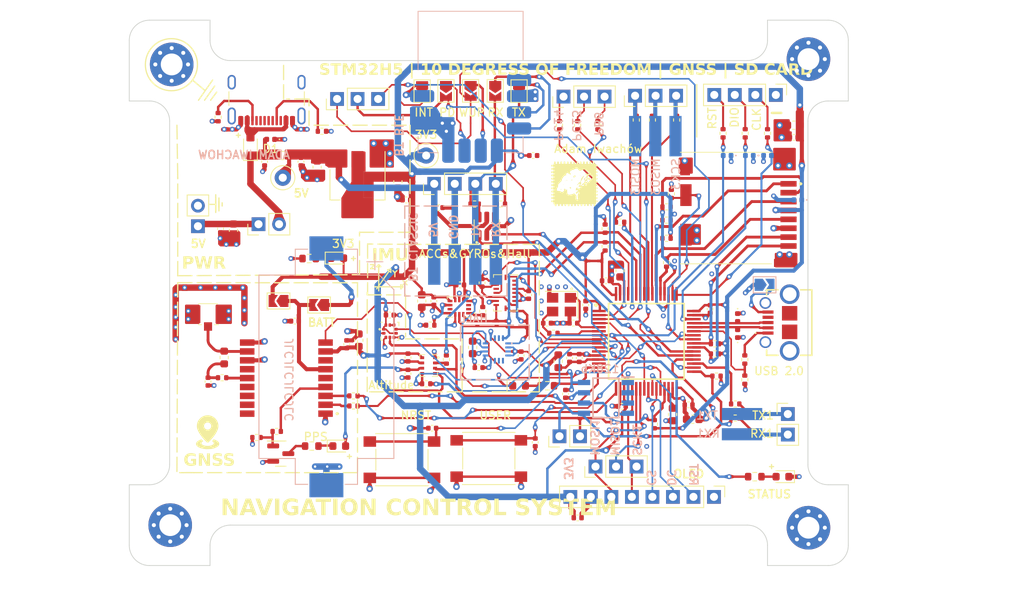
<source format=kicad_pcb>
(kicad_pcb (version 20221018) (generator pcbnew)
  (layers (0 "F.Cu" signal) (1 "In1.Cu" power) (2 "In2.Cu" power) (31 "B.Cu" signal) (34 "B.Paste" user) (35 "F.Paste" user) (36 "B.SilkS" user "B.Silkscreen") (37 "F.SilkS" user "F.Silkscreen") (38 "B.Mask" user) (39 "F.Mask" user) (44 "Edge.Cuts" user))
  (net 0 "")
  (net 1 "BACKUP")
  (net 2 "GND")
  (net 3 "+3.3V")
  (net 4 "Vcap")
  (net 5 "+3.3VA")
  (net 6 "HSE_IN")
  (net 7 "Net-(C403-Pad1)")
  (net 8 "+5V")
  (net 9 "VBUS")
  (net 10 "Net-(D3-K)")
  (net 11 "Net-(D7-K)")
  (net 12 "Net-(D102-A)")
  (net 13 "Net-(D103-A)")
  (net 14 "NRST")
  (net 15 "I2C2_SDA")
  (net 16 "I2C2_SCK")
  (net 17 "NAVC_MCS_INT2_PC13")
  (net 18 "NAVC_MCS_INT1_PC14")
  (net 19 "HSE_OUT")
  (net 20 "BMI088_INT3_GYRO")
  (net 21 "BMI088_INT1_ACC")
  (net 22 "ICM_INT1")
  (net 23 "GNSS_NRST")
  (net 24 "LED1")
  (net 25 "LED2")
  (net 26 "USART2_TX_GNSS")
  (net 27 "USART2_RX_GNSS")
  (net 28 "LED3")
  (net 29 "SPI1_SCK")
  (net 30 "SPI1_MISO")
  (net 31 "SPI1_MOSI")
  (net 32 "BT_INT_PC4")
  (net 33 "OLED_DC")
  (net 34 "OLED_RST")
  (net 35 "OLED_CS")
  (net 36 "USER_BUTT")
  (net 37 "BT_PDN_PB13")
  (net 38 "USART1_TX")
  (net 39 "USART1_RX")
  (net 40 "USART6_TX")
  (net 41 "USART6_RX")
  (net 42 "SDMMC1_D0")
  (net 43 "SDMMC1_D1")
  (net 44 "CARD_DETECT")
  (net 45 "USB_OTG_STAT")
  (net 46 "USB_DN")
  (net 47 "USB_DP")
  (net 48 "SWDIO")
  (net 49 "SWCLK")
  (net 50 "BT_WAKEUP_PA15")
  (net 51 "SDMMC1_D2")
  (net 52 "SDMMC1_D3")
  (net 53 "SDMMC1_CLK")
  (net 54 "SDMMC1_CMD")
  (net 55 "SPI3_SCK")
  (net 56 "SPI3_MISO")
  (net 57 "SPI3_MOSI")
  (net 58 "I2C1_SCK")
  (net 59 "I2C1_SDA")
  (net 60 "BOOT0")
  (net 61 "NAVC_MCS_INT3_PB8")
  (net 62 "Net-(IC6-AP_SDO)")
  (net 65 "Net-(IC6-INT2)")
  (net 67 "TIMEMARK")
  (net 71 "Net-(IC8-VCC_RF)")
  (net 81 "Net-(J11-VBUS)")
  (net 83 "Net-(J11-GND)")
  (net 84 "CC1")
  (net 88 "CC2")
  (net 93 "/NAVC_STM32 /NAVC_POWER/5Vin")
  (net 94 "Net-(Q2-C)")
  (net 95 "Net-(Q2-B)")
  (net 96 "Net-(BT1-+)")
  (net 97 "LPS22_DRDY")
  (net 98 "Net-(IC3-C1)")
  (net 99 "Net-(IC3-STEP)")
  (net 100 "Net-(IC3-SETC)")
  (net 106 "LIS_DRDY")
  (net 107 "/NAVC_STM32 /NAVC_SENSORS/antenna")
  (net 108 "/NAVC_STM32 /NAVC_POWER/Vusb")
  (net 109 "/NAVC_STM32 /NAVC_CONNECTORS/sWCLK")
  (net 110 "/NAVC_STM32 /NAVC_CONNECTORS/sWDIO")
  (net 111 "/NAVC_STM32 /NAVC_CONNECTORS/nRST")
  (net 112 "/NAVC_STM32 /NAVC_CONNECTORS/nAVC_MCS_INT2_PC13")
  (net 113 "/NAVC_STM32 /NAVC_CONNECTORS/nAVC_MCS_INT2_PC14")
  (net 114 "/NAVC_STM32 /NAVC_CONNECTORS/nAVC_MCS_INT2_PB8")
  (net 115 "/NAVC_STM32 /hSE_OUT")
  (net 116 "/NAVC_STM32 /NAVC_SENSORS/uSART2_TX_GNSS")
  (net 117 "/NAVC_STM32 /NAVC_SENSORS/uSART2_RX_GNSS")
  (net 118 "/NAVC_STM32 /NAVC_CONNECTORS/uSART1_TX")
  (net 119 "/NAVC_STM32 /NAVC_CONNECTORS/uSART1_RX")
  (net 120 "/NAVC_STM32 /NAVC_CONNECTORS/bT_INT")
  (net 121 "/NAVC_STM32 /NAVC_CONNECTORS/bT_PDN")
  (net 122 "/NAVC_STM32 /NAVC_CONNECTORS/bT_WP")
  (net 123 "/NAVC_STM32 /NAVC_CONNECTORS/usART6_RX")
  (net 124 "/NAVC_STM32 /NAVC_CONNECTORS/usART6_TX")
  (net 125 "/NAVC_STM32 /NAVC_MEMORY/sDMMC1_CLK")
  (net 126 "/NAVC_STM32 /NAVC_CONNECTORS/sPI3_MOSI")
  (net 127 "/NAVC_STM32 /NAVC_CONNECTORS/sPI3_MISO")
  (net 128 "/NAVC_STM32 /NAVC_CONNECTORS/sPI3_SCK")
  (net 129 "uSART6_RX")
  (net 130 "uSART6_TX")
  (net 131 "Net-(R206-Pad1)")
  (net 132 "Net-(R205-Pad1)")
  (net 133 "Net-(U2-~{CS})")
  (net 134 "SLP_INT")
  (footprint "Resistor_SMD:R_0402_1005Metric" (layer "F.Cu") (at 156.5 93 -90)
    (fp_text reference "R217" hide)
    (fp_text value "470")
  )
  (footprint "Resistor_SMD:R_0402_1005Metric" (layer "F.Cu") (at 154 93 -90)
    (fp_text reference "R216" hide)
    (fp_text value "470")
  )
  (footprint "Capacitor_SMD:C_0603_1608Metric" (layer "F.Cu") (at 165.75 128.8 -90)
    (fp_text reference "C107" hide)
    (fp_text value "2u2")
  )
  (footprint "Connector_PinHeader_2.54mm:PinHeader_1x02_P2.54mm_Vertical" (layer "F.Cu") (at 180.015 128.75)
    (fp_text reference "J9" hide)
    (fp_text value "Conn_01x02")
  )
  (footprint "Diode_SMD:D_0603_1608Metric" (layer "F.Cu") (at 146.75 125.25)
    (fp_text reference "D102" hide)
    (fp_text value "LED_WHITE")
  )
  (footprint "Resistor_SMD:R_0402_1005Metric" (layer "F.Cu") (at 174.74 94 90)
    (fp_text reference "R209" hide)
    (fp_text value "47")
  )
  (footprint "Package_LGA:Bosch_LGA-8_2x2.5mm_P0.65mm_ClockwisePinNumbering" (layer "F.Cu") (at 135.55 122.75 -90)
    (fp_text reference "U2" hide)
    (fp_text value "SPL06")
  )
  (footprint "Capacitor_SMD:C_0402_1005Metric" (layer "F.Cu") (at 157.5 112.25)
    (fp_text reference "C105" hide)
    (fp_text value "100n")
  )
  (footprint "Resistor_SMD:R_0402_1005Metric" (layer "F.Cu") (at 116.75 130.9 180)
    (fp_text reference "R406" hide)
    (fp_text value "2k2")
  )
  (footprint "Capacitor_SMD:C_0402_1005Metric" (layer "F.Cu") (at 148.75 132.25 90)
    (fp_text reference "C140" hide)
    (fp_text value "100n")
  )
  (footprint "Capacitor_SMD:C_0402_1005Metric" (layer "F.Cu") (at 155 115.25 -90)
    (fp_text reference "C103" hide)
    (fp_text value "100n")
  )
  (footprint "MountingHole:MountingHole_2.7mm_Pad_Via" (layer "F.Cu") (at 182.568109 84.818109)
    (fp_text reference "H2" hide)
    (fp_text value "MountingHole")
  )
  (footprint "Inductor_SMD:L_0603_1608Metric" (layer "F.Cu") (at 117.5 96.75)
    (fp_text reference "FB3" hide)
    (fp_text value "100m|120@100MHz")
  )
  (footprint "Capacitor_SMD:C_0402_1005Metric" (layer "F.Cu") (at 142.17 112.5 90)
    (fp_text reference "C410" hide)
    (fp_text value "100n")
  )
  (footprint "Capacitor_SMD:C_0402_1005Metric" (layer "F.Cu") (at 180.75 94.5 180)
    (fp_text reference "C302" hide)
    (fp_text value "100n")
  )
  (footprint "Connector_USB:USB_C_Receptacle_GCT_USB4105-xx-A_16P_TopMnt_Horizontal" (layer "F.Cu") (at 115.5 88.75 180)
    (fp_text reference "J14" hide)
    (fp_text value "USB_C_Receptacle_USB2.0")
  )
  (footprint "Jumper:SolderJumper-2_P1.3mm_Open_TrianglePad1.0x1.5mm" (layer "F.Cu") (at 116.975 114.75 180)
    (fp_text reference "JP3" hide)
    (fp_text value "SolderJumper_2_Open")
  )
  (footprint "SamacSys_Parts:ZX62DB5PA830" (layer "F.Cu") (at 180.1875 117.425 90)
    (fp_text reference "J11" hide)
    (fp_text value "USB_B_Micro" hide)
  )
  (footprint "Capacitor_SMD:C_0402_1005Metric" (layer "F.Cu") (at 147.9325 114 -90)
    (fp_text reference "C411" hide)
    (fp_text value "100n")
  )
  (footprint "Inductor_SMD:L_0603_1608Metric" (layer "F.Cu") (at 110.25 121.75 90)
    (fp_text reference "L2" hide)
    (fp_text value "27n|47n")
  )
  (footprint "SamacSys_Parts:ATGM336H5N31" (layer "F.Cu") (at 117.945 124.3)
    (fp_text reference "IC8" hide)
    (fp_text value "SIM68M|ATGM336H" hide)
  )
  (footprint "Capacitor_SMD:C_0402_1005Metric" (layer "F.Cu") (at 153.47 117.5 180)
    (fp_text reference "C111" hide)
    (fp_text value "12pF")
  )
  (footprint "Diode_SMD:D_0402_1005Metric" (layer "F.Cu") (at 116 94.75 180)
    (fp_text reference "D1")
    (fp_text value "5.5V|6V|15V")
  )
  (footprint "TestPoint:TestPoint_Loop_D1.80mm_Drill1.0mm_Beaded" (layer "F.Cu") (at 117.5 99.5)
    (fp_text reference "TP1" hide)
    (fp_text value "TestPoint")
  )
  (footprint "Connector_PinHeader_2.54mm:PinHeader_1x04_P2.54mm_Vertical" (layer "F.Cu") (at 136.25 100.25 90)
    (fp_text reference "J5" hide)
    (fp_text value "EXTERNAL USART")
  )
  (footprint "Connector_PinHeader_2.54mm:PinHeader_1x03_P2.54mm_Vertical" (layer "F.Cu") (at 124.225 89.75 90)
    (fp_text reference "J1" hide)
    (fp_text value "Conn_01x03")
  )
  (footprint "Capacitor_SMD:C_0603_1608Metric" (layer "F.Cu") (at 141 120.5 90)
    (fp_text reference "C412" hide)
    (fp_text value "4u7")
  )
  (footprint "Capacitor_SMD:C_0402_1005Metric" (layer "F.Cu") (at 136 130.5)
    (fp_text reference "C130" hide)
    (fp_text value "100n")
  )
  (footprint "Resistor_SMD:R_0402_1005Metric" (layer "F.Cu") (at 137.75 122 90)
    (fp_text reference "R3" hide)
    (fp_text value "10k")
  )
  (footprint "Jumper:SolderJumper-2_P1.3mm_Open_TrianglePad1.0x1.5mm" (layer "F.Cu") (at 146.75 88.775 -90)
    (fp_text reference "JP7" hide)
    (fp_text value "SolderJumper_2_Open")
  )
  (footprint "Capacitor_SMD:C_0603_1608Metric" (layer "F.Cu") (at 126.915 119.6125 90)
    (fp_text reference "C401" hide)
    (fp_text value "10u")
  )
  (footprint "Capacitor_SMD:C_0603_1608Metric" (layer "F.Cu") (at 168.25 129.4 180)
    (fp_text reference "C106" hide)
    (fp_text value "4u7")
  )
  (footprint "Capacitor_SMD:C_0402_1005Metric" (layer "F.Cu") (at 152.5 126.25 -90)
    (fp_text reference "C304" hide)
    (fp_text value "100n")
  )
  (footprint "Resistor_SMD:R_0402_1005Metric" (layer "F.Cu") (at 171.1875 124.05)
    (fp_text reference "R203" hide)
    (fp_text value "4k7")
  )
  (footprint "Capacitor_SMD:C_0402_1005Metric" (layer "F.Cu") (at 132.8 102.25 180)
    (fp_text reference "C1" hide)
    (fp_text value "100n")
  )
  (footprint "Capacitor_SMD:C_0402_1005Metric" (layer "F.Cu") (at 170.4 115.75 -90)
    (fp_text reference "C101" hide)
    (fp_text value "100n")
  )
  (footprint "Diode_SMD:D_0603_1608Metric" (layer "F.Cu") (at 124.24375 109.45)
    (fp_text reference "D3" hide)
    (fp_text value "LED_EMERALD")
  )
  (footprint "Crystal:Crystal_SMD_3225-4Pin_3.2x2.5mm" (layer "F.Cu") (at 152 115.21 180)
    (fp_text reference "Y1" hide)
    (fp_text value "HSE_25MHz|12pF")
  )
  (footprint "Resistor_SMD:R_0402_1005Metric" (layer "F.Cu") (at 114.245 131.65)
    (fp_text reference "R1" hide)
    (fp_text value "100k")
  )
  (footprint "Diode_SMD:D_SOD-323" (layer "F.Cu") (at 113.5 95.75 90)
    (fp_text reference "D8" hide)
    (fp_text value "D_Schottky")
  )
  (footprint "Resistor_SMD:R_0402_1005Metric" (layer "F.Cu") (at 157.4 108 -90)
    (fp_text reference "R201" hide)
    (fp_text value "4k7")
  )
  (footprint "Resistor_SMD:R_0402_1005Metric" (layer "F.Cu") (at 126.25 127.75 180)
    (fp_text reference "R401" hide)
    (fp_text value "47")
  )
  (footprint "Capacitor_SMD:C_0603_1608Metric" (layer "F.Cu") (at 111.4 106 -90)
    (fp_text reference "C4" hide)
    (fp_text value "4u7")
  )
  (footprint "Resistor_SMD:R_0603_1608Metric" (layer "F.Cu") (at 150.25 125.25)
    (fp_text reference "R103" hide)
    (fp_text value "2k2")
  )
  (footprint "Resistor_SMD:R_0402_1005Metric" (layer "F.Cu") (at 165 107)
    (fp_text reference "R302" hide)
    (fp_text value "10k")
  )
  (footprint "Capacitor_SMD:C_0402_1005Metric" (layer "F.Cu") (at 167.73 127.6 180)
    (fp_text reference "C102" hide)
    (fp_text value "100n")
  )
  (footprint "SamacSys_Parts:BMI088" (layer "F.Cu") (at 145.085 113.75 -90)
    (fp_text reference "IC9" hide)
    (fp_text value "BMI088" hide)
  )
  (footprint "Resistor_SMD:R_0603_1608Metric" (layer "F.Cu") (at 175.925 136.5 180)
    (fp_text reference "R104" hide)
    (fp_text value "2k2")
  )
  (footprint "Adam_lib:gnss" (layer "F.Cu") (at 108.2 131)
    (fp_text reference "G***" hide)
    (fp_text value "LOGO" hide)
  )
  (footprint "Resistor_SMD:R_0402_1005Metric" (layer "F.Cu") (at 163.5 130 -90)
    (fp_text reference "R204" hide)
    (fp_text value "4k7")
  )
  (footprint "SamacSys_Parts:IIM42352" (layer "F.Cu") (at 139.35 115.5125 180)
    (fp_text reference "IC6" hide)
    (fp_text value "ICM-42688-P" hide)
  )
  (footprint "Resistor_SMD:R_0402_1005Metric" (layer "F.Cu") (at 177.5 94 90)
    (fp_text reference "R208" hide)
    (fp_text value "47")
  )
  (footprint "Jumper:SolderJumper-2_P1.3mm_Open_TrianglePad1.0x1.5mm" (layer "F.Cu") (at 140.75 88.75 -90)
    (fp_text reference "JP2" hide)
    (fp_text value "SolderJumper_2_Open")
  )
  (footprint "Connector_PinHeader_2.54mm:PinHeader_1x03_P2.54mm_Vertical" (layer "F.Cu") (at 156.21 135.25 90)
    (fp_text reference "J4" hide)
    (fp_text value "Conn_01x03")
  )
  (footprint "Resistor_SMD:R_0603_1608Metric" (layer "F.Cu") (at 121.09 132.7125)
    (fp_text reference "R407" hide)
    (fp_text value "1k")
  )
  (footprint "Capacitor_SMD:C_0402_1005Metric" (layer "F.Cu") (at 139.45 112.7625 180)
    (fp_text reference "C407" hide)
    (fp_text value "10n")
  )
  (footprint "Button_Switch_SMD:SW_Push_1P1T_NO_6x6mm_H9.5mm" (layer "F.Cu") (at 132.25 134.4 180)
    (fp_text reference "SW1" hide)
    (fp_text value "NRST")
  )
  (footprint "Connector_PinHeader_2.54mm:PinHeader_1x03_P2.54mm_Vertical" (layer "F.Cu") (at 161.11 89.35 90)
    (fp_text reference "J13" hide)
    (fp_text value "Conn_01x03")
  )
  (footprint "Package_TO_SOT_SMD:SOT-23" (layer "F.Cu") (at 117.25 133.65)
    (fp_text reference "Q2" hide)
    (fp_text value "NPN")
  )
  (footprint "Resistor_SMD:R_0402_1005Metric" (layer "F.Cu") (at 174.6875 124.5 90)
    (fp_text reference "R211" hide)
    (fp_text value "10k")
  )
  (footprint "MountingHole:MountingHole_2.7mm_Pad_Via" (layer "F.Cu") (at 182.568109 142.818109)
    (fp_text reference "H1" hide)
    (fp_text value "MountingHole")
  )
  (footprint "Capacitor_SMD:C_0402_1005Metric" (layer "F.Cu") (at 109.8 105.8 -90)
    (fp_text reference "C2" hide)
    (fp_text value "100n")
  )
  (footprint "Capacitor_SMD:C_0402_1005Metric" (layer "F.Cu") (at 147 121.5 -90)
    (fp_text reference "C413" hide)
    (fp_text value "100n")
  )
  (footprint "Resistor_SMD:R_0402_1005Metric" (layer "F.Cu") (at 165 104.75)
    (fp_text reference "R305" hide)
    (fp_text value "10k")
  )
  (footprint "Resistor_SMD:R_0402_1005Metric" (layer "F.Cu") (at 165 103.1)
    (fp_text reference "R306" hide)
    (fp_text value "10k")
  )
  (footprint "Jumper:SolderJumper-2_P1.3mm_Open_TrianglePad1.0x1.5mm" (layer "F.Cu") (at 137.7 88.75 -90)
    (fp_text reference "JP5" hide)
    (fp_text value "SolderJumper_2_Open")
  )
  (footprint "Resistor_SMD:R_0402_1005Metric" (layer "F.Cu") (at 135.75 117.75)
    (fp_text reference "R408" hide)
    (fp_text value "10k")
  )
  (footprint "Jumper:SolderJumper-2_P1.3mm_Open_TrianglePad1.0x1.5mm" (layer "F.Cu") (at 134.75 88.775 -90)
    (fp_text reference "JP6" hide)
    (fp_text value "SolderJumper_2_Open")
  )
  (footprint "Resistor_SMD:R_0402_1005Metric" (layer "F.Cu") (at 142.25 116.0125 -90)
    (fp_text reference "R409" hide)
    (fp_text value "10k")
  )
  (footprint "Jumper:SolderJumper-2_P1.3mm_Open_TrianglePad1.0x1.5mm" (layer "F.Cu") (at 143.8 88.75 -90)
    (fp_text reference "JP8" hide)
    (fp_text value "SolderJumper_2_Open")
  )
  (footprint "Capacitor_SMD:C_0402_1005Metric" (layer "F.Cu") (at 148.5 96.75)
    (fp_text reference "C6" hide)
    (fp_text value "100n")
  )
  (footprint "Adam_lib:logokonar" (layer "F.Cu") (at 158.021955 100.263173)
    (fp_text reference "G***" hide)
    (fp_text value "LOGO" hide)
  )
  (footprint "Resistor_SMD:R_0402_1005Metric" (layer "F.Cu") (at 171 120.05)
    (fp_text reference "R304" hide)
    (fp_text value "10k")
  )
  (footprint "Package_TO_SOT_SMD:SOT-223-3_TabPin2" (layer "F.Cu") (at 126.75 100.35 -90)
    (fp_text reference "U10" hide)
    (fp_text value "LDL1117S33R")
  )
  (footprint "Resistor_SMD:R_0603_1608Metric" (layer "F.Cu") (at 120.76875 109.5)
    (fp_text reference "R501" hide)
    (fp_text value "1k")
  )
  (footprint "Resistor_SMD:R_0402_1005Metric" (layer "F.Cu") (at 109.5 92 -90)
    (fp_text reference "R503" hide)
    (fp_text value "5k1")
  )
  (footprint "Capacitor_SMD:C_0402_1005Metric" (layer "F.Cu") (at 133 123.75 -90)
    (fp_text reference "C417" hide)
    (fp_text value "100n")
  )
  (footprint "Resistor_SMD:R_0402_1005Metric" (layer "F.Cu") (at 171 121.3)
    (fp_text reference "R303" hide)
    (fp_text value "10k")
  )
  (footprint "Diode_SMD:D_0603_1608Metric" (layer "F.Cu") (at 179.35 136.5 180)
    (fp_text reference "D103" hide)
    (fp_text value "LED_RED")
  )
  (footprint "Capacitor_SMD:C_0402_1005Metric" (layer "F.Cu") (at 115.25 97.5 -90)
    (fp_text reference "C501" hide)
    (fp_text value "100n")
  )
  (footprint "Diode_SMD:D_0402_1005Metric" (layer "F.Cu") (at 173.8 116.8 -90)
    (fp_text reference "D10" hide)
    (fp_text value "5.5V|6V|14V")
  )
  (footprint "Resistor_SMD:R_0402_1005Metric" (layer "F.Cu") (at 165 110 90)
    (fp_text reference "R307" hide)
    (fp_text value "47")
  )
  (footprint "Resistor_SMD:R_0402_1005Metric" (layer "F.Cu") (at 122.35 93.75)
    (fp_text reference "R502" hide)
    (fp_text value "5k1")
  )
  (footprint "Capacitor_SMD:C_0402_1005Metric" (layer "F.Cu") (at 159.47 127.8 180)
    (fp_text reference "C104" hide)
    (fp_text value "100n")
  )
  (footprint "Resistor_SMD:R_0402_1005Metric" (layer "F.Cu") (at 166.25 92.35 -90)
    (fp_text reference "R212" hide)
    (fp_text value "10")
  )
  (footprint "Resistor_SMD:R_0402_1005Metric" (layer "F.Cu") (at 165.6 101.5 -90)
    (fp_text reference "R301" hide)
    (fp_text value "1M")
  )
  (footprint "Resistor_SMD:R_0402_1005Metric" (layer "F.Cu") (at 109.995 124.25 180)
    (fp_text reference "R403" hide)
    (fp_text value "10")
  )
  (footprint "Capacitor_SMD:C_0402_1005Metric" (layer "F.Cu") (at 130.75 116.5)
    (fp_text reference "C415" hide)
    (fp_text value "100n")
  )
  (footprint "Connector_PinHeader_2.54mm:PinHeader_1x03_P2.54mm_Vertical" (layer "F.Cu") (at 152.25 89.46 90)
    (fp_text reference "J6" hide)
    (fp_text value "Conn_01x03")
  )
  (footprint "Capacitor_SMD:C_0402_1005Metric" (layer "F.Cu") (at 108.25 124.73 -90)
    (fp_text reference "C403" hide)
    (fp_text value "100n")
  )
  (footprint "Diode_SMD:D_0402_1005Metric" (layer "F.Cu") (at 173.8 118.8 90)
    (fp_text reference "D11" hide)
    (fp_text value "5.5V|6V|14V")
  )
  (footprint "Resistor_SMD:R_0402_1005Metric" (layer "F.Cu") (at 159.25 105 180)
    (fp_text reference "R105" hide)
    (fp_text value "10k")
  )
  (footprint "Capacitor_SMD:C_0402_1005Metric" (layer "F.Cu") (at 119.75 97.5 -90)
    (fp_text reference "C502" hide)
    (fp_text value "100n")
  )
  (footprint "SamacSys_Parts:UFLRSMT180" (layer "F.Cu") (at 108.25 116.5)
    (fp_text reference "J12" hide)
    (fp_text value "U.FL-R-SMT-1_80_" hide)
  )
  (footprint "Resistor_SMD:R_0402_1005Metric" (layer "F.Cu") (at 141.25 102.75 180)
    (fp_text reference "R206" hide)
    (fp_text value "470")
  )
  (footprint "Diode_SMD:D_0603_1608Metric" (layer "F.Cu") (at 124.49 132.7125)
    (fp_text reference "D7" hide)
    (fp_text value "LED_BLUE")
  )
  (footprint "Resistor_SMD:R_0402_1005Metric" (layer "F.Cu") (at 161.26 92.35 -90)
    (fp_text reference "R214" hide)
    (fp_text value "10")
  )
  (footprint "Connector_PinHeader_2.54mm:PinHeader_1x08_P2.54mm_Vertical" (layer "F.Cu") (at 170.87 139 -90)
    (fp_text reference "J3" hide)
    (fp_text value "Conn_01x08" hide)
  )
  (footprint "Capacitor_SMD:C_0402_1005Metric" (layer "F.Cu") (at 141.75 123 180)
    (fp_text reference "C418" hide)
    (fp_text value "220n")
  )
  (footprint "Inductor_SMD:L_0603_1608Metric" (layer "F.Cu") (at 151.6 122.2125 -90)
    (fp_text reference "FB2" hide)
    (fp_text value "450m|600@100")
  )
  (footprint "Package_TO_SOT_SMD:SOT-23-6" (layer "F.Cu") (at 142.75 105.5 90)
    (fp_text reference "U7" hide)
    (fp_text value "USBLC6-2SC6")
  )
  (footprint "Resistor_SMD:R_0402_1005Metric" (layer "F.Cu") (at 151.75 93 -90)
    (fp_text reference "R215" hide)
    (fp_text value "470")
  )
  (footprint "Resistor_SMD:R_0402_1005Metric" (layer "F.Cu") (at 172 94 -90)
    (fp_text reference "R207" hide)
    (fp_text value "47")
  )
  (footprint "SamacSys_Parts:DM3CSSF" (layer "F.Cu") (at 173.75 103.25 90)
    (fp_text reference "J10" hide)
    (fp_text value "DM3CS-SF" hide)
  )
  (footprint "Connector_PinHeader_2.54mm:PinHeader_1x04_P2.54mm_Vertical" (layer "F.Cu") (at 178.53 89.25 -90)
    (fp_text reference "J8" hide)
    (fp_text value "Conn_01x04")
  )
  (footprint "Capacitor_SMD:C_0402_1005Metric" (layer "F.Cu") (at 125.415 120.1125 90)
    (fp_text reference "C402" hide)
    (fp_text value "100n")
  )
  (footprint "Capacitor_SMD:C_0603_1608Metric" (layer "F.Cu") (at 121.75 98.2 -90)
    (fp_text reference "C503" hide)
    (fp_text value "1u")
  )
  (footprint "Capacitor_SMD:C_0603_1608Metric" (layer "F.Cu") (at 159.25 111 90)
    (fp_text reference "C108" hide)
    (fp_text value "2u2")
  )
  (footprint "TestPoint:TestPoint_Loop_D1.80mm_Drill1.0mm_Beaded" (layer "F.Cu") (at 135.25 96.75)
    (fp_text reference "TP2" hide)
    (fp_text value "TestPoint")
  )
  (footprint "Capacitor_SMD:C_0402_1005Metric" (layer "F.Cu") (at 136.2 114.7625 -90)
    (fp_text reference "C408" hide)
    (fp_text value "100n")
  )
  (footprint "Capacitor_SMD:C_0402_1005Metric" (layer "F.Cu") (at 119 117.25 180)
    (fp_text reference "C406" hide)
    (fp_text value "1u")
  )
  (footprint "Capacitor_SMD:C_0402_1005Metric" (layer "F.Cu") (at 133 121.75 -90)
    (fp_text reference "C416" hide)
    (fp_text value "100n")
  )
  (footprint "SamacSys_Parts:QFP50P1200X1200X160-64N_newft" (layer "F.Cu") (at 162.5 119.75)
    (fp_text reference "IC2" hide)
    (fp_text value "STM32H562RGT6" hide)
  )
  (footprint "Jumper:SolderJumper-2_P1.3mm_Open_TrianglePad1.0x1.5mm" (layer "F.Cu") (at 122 115.25 180)
    (fp_text reference "JP1" hide)
    (fp_text value "SolderJumper_2_Open")
  )
  (footprint "Capacitor_SMD:C_0402_1005Metric" (layer "F.Cu") (at 154.2 121.8125 90)
    (fp_text reference "C109" hide)
    (fp_text value "100n")
  )
  (footprint "Resistor_SMD:R_0402_1005Metric" (layer "F.Cu") (at 126.245 126.5 180)
    (fp_text reference "R402" hide)
    (fp_text value "47")
  )
  (footprint "Resistor_SMD:R_0402_1005Metric" (layer "F.Cu") (at 163.25 92.35 -90)
    (fp_text reference "R213" hide)
    (fp_text value "10")
  )
  (footprint "Resistor_SMD:R_0402_1005Metric" (layer "F.Cu") (at 151 118.75)
    (fp_text reference "R101" hide)
    (fp_text value "47")
  )
  (footprint "Capacitor_SMD:C_0603_1608Metric" (layer "F.Cu") (at 180.75 93 180)
    (fp_text reference "C301" hide)
    (fp_text value "2u2")
  )
  (footprint "Resistor_SMD:R_0402_1005Metric" (layer "F.Cu") (at 173.5 129.25)
    (fp_text reference "R218" hide)
    (fp_text value "470")
  )
  (footprint "Package_LGA:ST_HLGA-10_2x2mm_P0.5mm_LayoutBorder3x2y" (layer "F.Cu") (at 130.7625 118.5)
    (fp_text reference "U1" hide)
    (fp_text value "LPS22HB")
  )
  (footprint "Resistor_SMD:R_0402_1005Metric" (layer "F.Cu") (at 135.25 125)
    (fp_text reference "R2" hide)
    (fp_text value "10k")
  )
  (footprint "Resistor_SMD:R_0402_1005Metric" (layer "F.Cu") (at 157.4 105.8 90)
    (fp_text reference "R202" hide)
    (fp_text value "4k7")
  )
  (footprint "MountingHole:MountingHole_2.7mm_Pad_Via" (layer "F.Cu") (at 103.568109 142.5)
    (fp_text reference "H3" hide)
    (fp_text value "MountingHole")
  )
  (footprint "Capacitor_SMD:C_0603_1608Metric" (layer "F.Cu") (at 131.75 100 -90)
    (fp_text reference "C504" hide)
    (fp_text value "4u7")
  )
  (footprint "Connector_PinHeader_2.54mm:PinHeader_1x02_P2.54mm_Vertical" (layer "F.Cu") (at 151.75 131.5 90)
    (fp_text reference "J7" hide)
    (fp_text value "Conn_I2C3")
  )
  (footprint "Resistor_SMD:R_0402_1005Metric" (layer "F.Cu") (at 173.5 127.5)
    (fp_text reference "R219" hide)
    (fp_text value "470")
  )
  (footprint "MountingHole:MountingHole_2.7mm_Pad_Via" (layer "F.Cu") (at 103.75 85.475 -90)
    (fp_text reference "H4" hide)
    (fp_text value "MountingHole_Pad")
  )
  (footprint "Capacitor_SMD:C_0402_1005Metric" (layer "F.Cu") (at 154 141.6)
    (fp_text reference "C3" hide)
    (fp_text value "100n")
  )
  (footprint "Capacitor_SMD:C_0402_1005Metric" (layer "F.Cu") (at 136.8 103.2 180)
    (fp_text reference "C5" hide)
    (fp_text value "100n")
  )
  (footprint "Capacitor_SMD:C_0402_1005Metric" (layer "F.Cu") (at 150.22 117.5)
    (fp_text reference "C120" hide)
    (fp_text value "12pF")
  )
  (footprint "Connector_PinHeader_2.54mm:PinHeader_1x02_P2.54mm_Vertical" (layer "F.Cu") (at 114.5 105.25 90)
    (fp_text reference "JP4" hide)
    (fp_text value "Jumper_2_Open")
  )
  (footprint "Capacitor_SMD:C_0402_1005Metric" (layer "F.Cu") (at 153 121.8125 90)
    (fp_text reference "C110" hide)
    (fp_text value "1u")
  )
  (footprint "Resistor_SMD:R_0402_1005Metric" (layer "F.Cu") (at 144.5 102.75)
    (fp_text reference "R205" hide)
    (fp_text value "470")
  )
  (footprint "Button_Switch_SMD:SW_Push_1P1T_NO_6x6mm_H9.5mm" (layer "F.Cu") (at 143 134.25 180)
    (fp_text reference "SW4" hide)
    (fp_text value "USER_BUTT")
  )
  (footprint "Connector_PinHeader_2.54mm:PinHeader_1x02_P2.54mm_Vertical" (layer "F.Cu") (at 107 105.5 180)
    (fp_text reference "J16" hide)
    (fp_text value "5Vin")
  )
  (footprint "Capacitor_SMD:C_0603_1608Metric" (layer "F.Cu") (at 134.7 114.7625 -90)
    (fp_text reference "C409" hide)
    (fp_text value "2u2")
  )
  (footprint "Resistor_SMD:R_0402_1005Metric" (layer "F.Cu") (at 174.6875 122 -90)
    (fp_text reference "R210" hide)
    (fp_text value "5k1")
  )
  (footprint "Diode_SMD:D_0402_1005Metric" (layer "B.Cu") (at 175.25 96.75 180)
    (fp_text reference "D2" hide)
    (fp_text value "5.5V|6V|14V" hide)
  )
  (footprint "SamacSys_Parts:SOIC127P600X175-8N" (layer "B.Cu") (at 157.5 126.75 180)
    (fp_text reference "IC1" hide)
    (fp_text value "M24128-BFMN6TP" hide)
  )
  (footprint "Jumper:SolderJumper-2_P1.3mm_Open_TrianglePad1.0x1.5mm" (layer "B.Cu") (at 177.1375 112.75)
    (fp_text reference "JP9" hide)
    (fp_text value "SolderJumper_2_Open" hide)
  )
  (footprint "Battery:BatteryHolder_Keystone_1060_1x2032" (layer "B.Cu") (at 122.9 122.9 -90)
    (fp_text reference "BT1" hide)
    (fp_text value "CR2032" hide)
  )
  (footprint "Diode_SMD:D_0402_1005Metric" (layer "B.Cu") (at 177.5 96.75)
    (fp_text reference "D4" hide)
    (fp_text value "5.5V|6V|14V" hide)
  )
  (footprint "SamacSys_Parts:QMC5883L" (layer "B.Cu") (at 144 120.75 180)
    (fp_text reference "IC3" hide)
    (fp_text value "QMC5883L" hide)
  )
  (footprint "Diode_SMD:D_0402_1005Metric" (layer "B.Cu") (at 172.5 96.75 180)
    (fp_text reference "D201" hide)
    (fp_text value "5.5V|6V|14V" hide)
  )
  (footprint "Diode_SMD:D_0402_1005Metric" (layer "B.Cu") (at 181.25 102.25 180)
    (fp_text reference "D9" hide)
    (fp_text value "5.5V|6V|14V" hide)
  )
  (footprint "Adam_lib:HM-BT4052" (layer "B.Cu") (at 147 80.15 180)
    (fp_text reference "HM-BT4052" hide)
    (fp_text value "~")
  )
  (gr_rect (start 132.6 103) (end 145.25 114.1375) (stroke (width 0.16) (type dash)) (fill none) (layer "B.SilkS"))
  (gr_rect (start 139.5 117.75) (end 148 124.5) (stroke (width 0.16) (type dash)) (fill none) (layer "B.SilkS"))
  (gr_line (start 109.2 103.6) (end 109.2 102) (stroke (width 0.16)) (layer "F.SilkS"))
  (gr_line (start 126.75 136) (end 106.5 136) (stroke (width 0.16) (type dash)) (layer "F.SilkS"))
  (gr_line (start 131.125 111) (end 131.375 111.25) (stroke (width 0.16)) (layer "F.SilkS"))
  (gr_line (start 120.75 93) (end 120.75 89.75) (stroke (width 0.16) (type dash)) (layer "F.SilkS"))
  (gr_line (start 104.5 111.625) (end 127 111.5) (stroke (width 0.16) (type dash)) (layer "F.SilkS"))
  (gr_circle (center 153.25 113.25) (end 153.25 113.25) (stroke (width 0.16)) (fill none) (layer "F.SilkS"))
  (gr_line (start 132.125 112.75) (end 132.125 113.25) (stroke (width 0.16)) (layer "F.SilkS"))
  (gr_line (start 141 126) (end 149.25 126) (stroke (width 0.16) (type dash)) (layer "F.SilkS"))
  (gr_line (start 104.5 112.4925) (end 126.75 112.5) (stroke (width 0.16) (type dash)) (layer "F.SilkS"))
  (gr_line (start 129.375 110.75) (end 129.375 110.5) (stroke (width 0.16)) (layer "F.SilkS"))
  (gr_line (start 109.2 102.8) (end 109.2 103.6) (stroke (width 0.16)) (layer "F.SilkS"))
  (gr_line (start 109.6 102) (end 109.6 103.6) (stroke (width 0.16)) (layer "F.SilkS"))
  (gr_line (start 128 107.7) (end 128 113.88125) (stroke (width 0.16) (type dash)) (layer "F.SilkS"))
  (gr_line (start 133.44 107.75) (end 128 107.7) (stroke (width 0.16) (type dash)) (layer "F.SilkS"))
  (gr_line (start 109.2 103.8) (end 109.2 101.6) (stroke (width 0.16)) (layer "F.SilkS"))
  (gr_line (start 109.318109 88.906891) (end 108.568109 89.906891) (stroke (width 0.16)) (layer "F.SilkS"))
  (gr_line (start 132.7 119.45) (end 139.7 119.45) (stroke (width 0.16) (type dash)) (layer "F.SilkS"))
  (gr_line (start 126.25 109.25) (end 126.25 109.75) (stroke (width 0.16)) (layer "F.SilkS"))
  (gr_line (start 139.625 126) (end 127.875 126) (stroke (width 0.16) (type dash)) (layer "F.SilkS"))
  (gr_line (start 127 111.5) (end 127 106.25) (stroke (width 0.16) (type dash)) (layer "F.SilkS"))
  (gr_line (start 132.875 112.25) (end 132.375 112.75) (stroke (width 0.16)) (layer "F.SilkS"))
  (gr_line (start 129.375 113) (end 129.375 111.25) (stroke (width 0.16)) (layer "F.SilkS"))
  (gr_line (start 132.375 112.25) (end 132.875 112.75) (stroke (width 0.16)) (layer "F.SilkS"))
  (gr_line (start 108.818109 87.406891) (end 107.068109 89.906891) (stroke (width 0.16)) (layer "F.SilkS"))
  (gr_line (start 168.74 87.96) (end 168.74 94.46) (stroke (width 0.16)) (layer "F.SilkS"))
  (gr_line (start 129.375 110.25) (end 129.125 110.5) (stroke (width 0.16)) (layer "F.SilkS"))
  (gr_line (start 104.5 99.5) (end 104.4 93) (stroke (width 0.16) (type dash)) (layer "F.SilkS"))
  (gr_line (start 178 135) (end 178 135.5) (stroke (width 0.16)) (layer "F.SilkS"))
  (gr_line (start 131.375 111.25) (end 131.375 111.75) (stroke (width 0.16)) (layer "F.SilkS"))
  (gr_line (start 108.37 102.8) (end 109.2 102.8) (stroke (width 0.16)) (layer "F.SilkS"))
  (gr_line (start 109.068109 88.156891) (end 107.818109 89.906891) (stroke (width 0.16)) (layer "F.SilkS"))
  (gr_line (start 129.375 113) (end 132.125 113) (stroke (width 0.16)) (layer "F.SilkS"))
  (gr_line (start 127.95 125.95) (end 127.95 113.7) (stroke (width 0.16) (type dash)) (layer "F.SilkS"))
  (gr_line (start 130.475 110.9) (end 130.875 111.2) (stroke (width 0.16)) (layer "F.SilkS"))
  (gr_line (start 132.375 113) (end 132.125 112.75) (stroke (width 0.16)) (layer "F.SilkS"))
  (gr_line (start 132.75 93) (end 132.75 93) (stroke (width 0.16)) (layer "F.SilkS"))
  (gr_line (start 129.375 110.5) (end 129.125 110.5) (stroke (width 0.16)) (layer "F.SilkS"))
  (gr_line (start 125.5 134) (end 126 134) (stroke (width 0.16)) (layer "F.SilkS"))
  (gr_line (start 129.125 110.5) (end 129.625 110.5) (stroke (width 0.16)) (layer "F.SilkS"))
  (gr_line (start 128.875 110.25) (end 128.375 110.75) (stroke (width 0.16)) (layer "F.SilkS"))
  (gr_circle (center 129.5 118.25) (end 129.5 118.25) (stroke (width 0.16)) (fill none) (layer "F.SilkS"))
  (gr_line (start 177.75 135.25) (end 178.25 135.25) (stroke (width 0.16)) (layer "F.SilkS"))
  (gr_line (start 139.7 119.45) (end 139.7 125.95) (stroke (width 0.16) (type dash)) (layer "F.SilkS"))
  (gr_line (start 104.5 112.4925) (end 104.4 136) (stroke (width 0.16) (type dash)) (layer "F.SilkS"))
  (gr_line (start 132.7 113.95) (end 132.7 119.2) (stroke (width 0.16) (type dash)) (layer "F.SilkS"))
  (gr_line (start 133.25 106.25) (end 133.25 93) (stroke (width 0.16) (type dash)) (layer "F.SilkS"))
  (gr_line (start 126.75 112.5) (end 126.75 136) (stroke (width 0.16) (type dash)) (layer "F.SilkS"))
  (gr_circle (center 103.718109 85.506891) (end 106.518109 83.906891) (stroke (width 0.16)) (fill none) (layer "F.SilkS"))
  (gr_line (start 111.75 94.25) (end 112.25 94.25) (stroke (width 0.16)) (layer "F.SilkS"))
  (gr_line (start 130.875 111.2) (end 130.875 110.8) (stroke (width 0.16)) (layer "F.SilkS"))
  (gr_line (start 120.75 89.75) (end 118 89.75) (stroke (width 0.16) (type dash)) (layer "F.SilkS"))
  (gr_line (start 131.375 111.25) (end 131.625 111) (stroke (width 0.16)) (layer "F.SilkS"))
  (gr_line (start 129.625 110.5) (end 129.375 110.25) (stroke (width 0.16)) (layer "F.SilkS"))
  (gr_line (start 129.375 112.75) (end 129.375 113.5) (stroke (width 0.16)) (layer "F.SilkS"))
  (gr_line (start 126 109.5) (end 126.5 109.5) (stroke (width 0.16)) (layer "F.SilkS"))
  (gr_line (start 149 107.75) (end 133.44 107.75) (stroke (width 0.16) (type dash)) (layer "F.SilkS"))
  (gr_circle (center 136.75 121.75) (end 136.75 121.75) (stroke (width 0.16)) (fill none) (layer "F.SilkS"))
  (gr_line (start 181 86.25) (end 181.24 86.5) (stroke (width 0.16)) (layer "F.SilkS"))
  (gr_line (start 109.6 103.2) (end 109.6 102.4) (stroke (width 0.16)) (layer "F.SilkS"))
  (gr_line (start 129.375 111.25) (end 129.375 110.75) (stroke (width 0.16)) (layer "F.SilkS"))
  (gr_line (start 130.875 110.8) (end 130.475 110.9) (stroke (width 0.16)) (layer "F.SilkS"))
  (gr_line (start 110 103) (end 110 102.6) (stroke (width 0.16)) (layer "F.SilkS"))
  (gr_line (start 127.95 114) (end 132.7 114) (stroke (width 0.16) (type dash)) (layer "F.SilkS"))
  (gr_line (start 132.125 113.25) (end 132.375 113) (stroke (width 0.16)) (layer "F.SilkS"))
  (gr_line (start 129.125 113.25) (end 130.675 111.05) (stroke (width 0.16)) (layer "F.SilkS"))
  (gr_line (start 106.318109 87.406891) (end 107.818109 88.656891) (stroke (width 0.16)) (layer "F.SilkS"))
  (gr_circle (center 141.5 107.5) (end 141.5 107.5) (stroke (width 0.16)) (fill none) (layer "F.SilkS"))
  (gr_line (start 149.25 126) (end 149.25 107.75) (stroke (width 0.16) (type dash)) (layer "F.SilkS"))
  (gr_line (start 104.5 111.625) (end 104.5 99.5) (stroke (width 0.16) (type dash)) (layer "F.SilkS"))
  (gr_line (start 127 106.25) (end 133.25 106.25) (stroke (width 0.16) (type dash)) (layer "F.SilkS"))
  (gr_line (start 125.75 133.75) (end 125.75 134.25) (stroke (width 0.16)) (layer "F.SilkS"))
  (gr_line (start 106.5 135.99625) (end 104.5 136.00375) (stroke (width 0.16) (type dash)) (layer "F.SilkS"))
  (gr_line (start 129.625 113) (end 128.875 113) (stroke (width 0.16)) (layer "F.SilkS"))
  (gr_line (start 128.375 110.75) (end 128.875 110.75) (stroke (width 0.16)) (layer "F.SilkS"))
  (gr_line (start 112 94) (end 112 94.5) (stroke (width 0.16)) (layer "F.SilkS"))
  (gr_line (start 128.375 110.25) (end 128.875 110.25) (stroke (width 0.16)) (layer "F.SilkS"))
  (gr_line (start 117.6 89.75) (end 117.6 85) (stroke (width 0.16) (type dash)) (layer "F.SilkS"))
  (gr_line (start 132.75 93) (end 120.75 93) (stroke (width 0.16) (type dash)) (layer "F.SilkS"))
  (gr_arc (start 177.5 82.5) (mid 176.767767 84.267767) (end 175 85) (stroke (width 0.1)) (layer "Edge.Cuts"))
  (gr_line (start 187.5 145) (end 187.5 137.5) (stroke (width 0.1)) (layer "Edge.Cuts"))
  (gr_line (start 103.5 92.5) (end 103.5 135) (stroke (width 0.1)) (layer "Edge.Cuts"))
  (gr_arc (start 182.5 92.5) (mid 183.232233 90.732233) (end 185 90) (stroke (width 0.1)) (layer "Edge.Cuts"))
  (gr_arc (start 103.5 135) (mid 102.767767 136.767767) (end 101 137.5) (stroke (width 0.1)) (layer "Edge.Cuts"))
  (gr_line (start 182.5 135) (end 182.5 109.66066) (stroke (width 0.1)) (layer "Edge.Cuts"))
  (gr_arc (start 101 90) (mid 102.767767 90.732233) (end 103.5 92.5) (stroke (width 0.1)) (layer "Edge.Cuts"))
  (gr_line (start 98.5 82.5) (end 98.5 90) (stroke (width 0.1)) (layer "Edge.Cuts"))
  (gr_arc (start 185 80) (mid 186.767767 80.732233) (end 187.5 82.5) (stroke (width 0.1)) (layer "Edge.Cuts"))
  (gr_line (start 177.5 145) (end 177.5 147.5) (stroke (width 0.1)) (layer "Edge.Cuts"))
  (gr_line (start 182.5 100.43934) (end 182.5 92.5) (stroke (width 0.1)) (layer "Edge.Cuts"))
  (gr_arc (start 108.5 145) (mid 109.232233 143.232233) (end 111 142.5) (stroke (width 0.1)) (layer "Edge.Cuts"))
  (gr_line (start 185 90) (end 187.5 90) (stroke (width 0.1)) (layer "Edge.Cuts"))
  (gr_line (start 182.5 100.43934) (end 182.5 109.66066) (stroke (width 0.1)) (layer "Edge.Cuts"))
  (gr_arc (start 101 147.5) (mid 99.232233 146.767767) (end 98.5 145) (stroke (width 0.1)) (layer "Edge.Cuts"))
  (gr_arc (start 111 85) (mid 109.232233 84.267767) (end 108.5 82.5) (stroke (width 0.1)) (layer "Edge.Cuts"))
  (gr_line (start 185 80) (end 177.5 80) (stroke (width 0.1)) (layer "Edge.Cuts"))
  (gr_arc (start 175 142.5) (mid 176.767767 143.232233) (end 177.5 145) (stroke (width 0.1)) (layer "Edge.Cuts"))
  (gr_line (start 101 137.5) (end 98.5 137.5) (stroke (width 0.1)) (layer "Edge.Cuts"))
  (gr_line (start 111 142.5) (end 175 142.5) (stroke (width 0.1)) (layer "Edge.Cuts"))
  (gr_line (start 108.5 147.5) (end 108.5 145) (stroke (width 0.1)) (layer "Edge.Cuts"))
  (gr_line (start 175 85) (end 111 85) (stroke (width 0.1)) (layer "Edge.Cuts"))
  (gr_line (start 187.5 90) (end 187.5 82.5) (stroke (width 0.1)) (layer "Edge.Cuts"))
  (gr_line (start 177.5 147.5) (end 185 147.5) (stroke (width 0.1)) (layer "Edge.Cuts"))
  (gr_line (start 98.5 137.5) (end 98.5 145) (stroke (width 0.1)) (layer "Edge.Cuts"))
  (gr_arc (start 98.5 82.5) (mid 99.232233 80.732233) (end 101 80) (stroke (width 0.1)) (layer "Edge.Cuts"))
  (gr_line (start 101 147.5) (end 108.5 147.5) (stroke (width 0.1)) (layer "Edge.Cuts"))
  (gr_arc (start 185 137.5) (mid 183.232233 136.767767) (end 182.5 135) (stroke (width 0.1)) (layer "Edge.Cuts"))
  (gr_line (start 98.5 90) (end 101 90) (stroke (width 0.1)) (layer "Edge.Cuts"))
  (gr_line (start 187.5 137.5) (end 185 137.5) (stroke (width 0.1)) (layer "Edge.Cuts"))
  (gr_arc (start 187.5 145) (mid 186.767767 146.767767) (end 185 147.5) (stroke (width 0.1)) (layer "Edge.Cuts"))
  (gr_line (start 108.5 82.5) (end 108.5 80) (stroke (width 0.1)) (layer "Edge.Cuts"))
  (gr_line (start 108.5 80) (end 101 80) (stroke (width 0.1)) (layer "Edge.Cuts"))
  (gr_line (start 177.5 80) (end 177.5 82.5) (stroke (width 0.1)) (layer "Edge.Cuts"))
  (gr_text "RX1" (at 171.696666 131.75) (layer "B.SilkS") (effects (font (size 1 1) (thickness 0.16)) (justify left bottom mirror)))
  (gr_text "MOSI1" (at 155.5 134 270) (layer "B.SilkS") (effects (font (size 1 1) (thickness 0.2) bold) (justify left bottom mirror)))
  (gr_text "128Kb " (at 159.25 123.75) (layer "B.SilkS") (effects (font (size 1 1) (thickness 0.16)) (justify left bottom mirror)))
  (gr_text "JLCJLCJLCJLC\n\n" (at 120.5 119.25 90) (layer "B.SilkS") (effects (font (size 1 1) (thickness 0.16)) (justify left bottom mirror)))
  (gr_text "3V3" (at 152.25 137 270) (layer "B.SilkS") (effects (font (size 1 1) (thickness 0.2) bold) (justify left bottom mirror)))
  (gr_text "BT CLASSIC" (at 133 112.5 -90) (layer "B.SilkS") (effects (font (size 1 1) (thickness 0.2) bold) (justify left bottom mirror)))
  (gr_text "HALL " (at 143 117.5) (layer "B.SilkS") (effects (font (size 1 1) (thickness 0.16)) (justify left bottom mirror)))
  (gr_text "BT BLE" (at 131.25 97 270) (layer "B.SilkS") (effects (font (size 1 1) (thickness 0.2) bold) (justify left bottom mirror)))
  (gr_text "MOSI3" (at 161.75 97 90) (layer "B.SilkS") (effects (font (size 1 1) (thickness 0.16)) (justify left bottom mirror)))
  (gr_text "TX" (at 140.75 107 270) (layer "B.SilkS") (effects (font (size 1 1) (thickness 0.2) bold) (justify left bottom mirror)))
  (gr_text "RST" (at 167.75 137.75 270) (layer "B.SilkS") (effects (font (size 1 1) (thickness 0.2) bold) (justify left bottom mirror)))
  (gr_text "GND" (at 138 107.25 270) (layer "B.SilkS") (effects (font (size 1 1) (thickness 0.2) bold) (justify left bottom mirror)))
  (gr_text "RX\n" (at 143.25 107 270) (layer "B.SilkS") (effects (font (size 1 1) (thickness 0.2) bold) (justify left bottom mirror)))
  (gr_text "SCK1\n" (at 160.75 134 270) (layer "B.SilkS") (effects (font (size 1 1) (thickness 0.2) bold) (justify left bottom mirror)))
  (gr_text "SCK3" (at 166.75 97 90) (layer "B.SilkS") (effects (font (size 1 1) (thickness 0.16)) (justify left bottom mirror)))
  (gr_text "MISO3\n" (at 164.25 97 90) (layer "B.SilkS") (effects (font (size 1 1) (thickness 0.16)) (justify left bottom mirror)))
  (gr_text "5V" (at 135.5 107 270) (layer "B.SilkS") (effects (font (size 1 1) (thickness 0.2) bold) (justify left bottom mirror)))
  (gr_text "CS\n" (at 162.5 137.75 270) (layer "B.SilkS") (effects (font (size 1 1) (thickness 0.2) bold) (justify left bottom mirror)))
  (gr_text "PB8" (at 156 91.25 -90) (layer "B.SilkS") (effects (font (size 1 1) (thickness 0.16)) (justify right bottom mirror)))
  (gr_text "PC13\n" (at 153.25 91 -90) (layer "B.SilkS") (effects (font (size 1 1) (thickness 0.16)) (justify right bottom mirror)))
  (gr_text "DC" (at 165 137.75 270) (layer "B.SilkS") (effects (font (size 1 1) (thickness 0.2) bold) (justify left bottom mirror)))
  (gr_text "ADAM IWACHOW " (at 118.5 97.25) (layer "B.SilkS") (effects (font (size 1 1) (thickness 0.2) bold) (justify left bottom mirror)))
  (gr_text "PC14\n" (at 151 90.942718 -90) (layer "B.SilkS") (effects (font (size 1 1) (thickness 0.16)) (justify right bottom mirror)))
  (gr_text "MISO1\n" (at 158 134 270) (layer "B.SilkS") (effects (font (size 1 1) (thickness 0.2) bold) (justify left bottom mirror)))
  (gr_text "TX1" (at 171.446666 129.5) (layer "B.SilkS") (effects (font (size 1 1) (thickness 0.16)) (justify left bottom mirror)))
  (gr_text "WUP" (at 139.2 92) (layer "F.SilkS") (effects (font (size 1 1) (thickness 0.16)) (justify left bottom)))
  (gr_text "3V3" (at 123.5 108.25) (layer "F.SilkS") (effects (font (size 1 1) (thickness 0.16)) (justify left bottom)))
  (gr_text "PD" (at 136.75 92) (layer "F.SilkS") (effects (font (size 1 1) (thickness 0.16)) (justify left bottom)))
  (gr_text "CLK" (at 176.74 93.8 90) (layer "F.SilkS") (effects (font (size 1 1) (thickness 0.16)) (justify left bottom)))
  (gr_text "STATUS \n" (at 174.925 139.25) (layer "F.SilkS") (effects (font (size 1 1) (thickness 0.2) bold) (justify left bottom)))
  (gr_text "USER" (at 141.75 129.5) (layer "F.SilkS") (effects (font (size 1 1) (thickness 0.16)) (justify left bottom)))
  (gr_text "USB 2.0" (at 175.75 124) (layer "F.SilkS") (effects (font (size 1 1) (thickness 0.16)) (justify left bottom)))
  (gr_text "5V\n" (at 118.75 102) (layer "F.SilkS") (effects (font (size 1 1) (thickness 0.2) bold) (justify left bottom)))
  (gr_text "IMU\n" (at 128.5 110) (layer "F.SilkS") (effects (font (size 1.5 1.5) (thickness 0.2) bold) (justify left bottom)))
  (gr_text "Adam Iwachów\n" (at 151 96.5) (layer "F.SilkS") (effects (font (size 1 1) (thickness 0.16)) (justify left bottom)))
  (gr_text "TX\n" (at 145.75 92) (layer "F.SilkS") (effects (font (size 1 1) (thickness 0.16)) (justify left bottom)))
  (gr_text "Altitude\n" (at 128 125.75) (layer "F.SilkS") (effects (font (size 1 1) (thickness 0.16)) (justify left bottom)))
  (gr_text "DIO\n" (at 174 93.4 90) (layer "F.SilkS") (effects (font (size 1 1) (thickness 0.16)) (justify left bottom)))
  (gr_text "RX1" (at 175.25 131.75) (layer "F.SilkS") (effects (font (size 1 1) (thickness 0.16)) (justify left bottom)))
  (gr_text "RX\n" (at 142.75 92) (layer "F.SilkS") (effects (font (size 1 1) (thickness 0.16)) (justify left bottom)))
  (gr_text "PPS" (at 119.995 132.15) (layer "F.SilkS") (effects (font (size 1 1) (thickness 0.16)) (justify left bottom)))
  (gr_text "ACCs&GYROs&Hall" (at 134.25 109.5) (layer "F.SilkS") (effects (font (size 1 1) (thickness 0.16)) (justify left bottom)))
  (gr_text "NRST" (at 132 129.5) (layer "F.SilkS") (effects (font (size 1 1) (thickness 0.16)) (justify left bottom)))
  (gr_text "GNSS" (at 105.2 135.4) (layer "F.SilkS") (effects (font (size 1.5 1.5) (thickness 0.2)) (justify left bottom)))
  (gr_text "3V3" (at 133.75 94.75) (layer "F.SilkS") (effects (font (size 1 1) (thickness 0.16)) (justify left bottom)))
  (gr_text "-" (at 177.5 92.25) (layer "F.SilkS") (effects (font (size 1.5 1.5) (thickness 0.3) bold) (justify left bottom)))
  (gr_text "NAVIGATION CONTROL SYSTEM" (at 109.8 141.6) (layer "F.SilkS") (effects (font (size 2 2) (thickness 0.4) bold) (justify left bottom)))
  (gr_text "5V\n" (at 106 108.25) (layer "F.SilkS") (effects (font (size 1 1) (thickness 0.2) bold) (justify left bottom)))
  (gr_text "RST" (at 171.24 93.6 90) (layer "F.SilkS") (effects (font (size 1 1) (thickness 0.16)) (justify left bottom)))
  (gr_text "STM32H5 | 10 DEGRESS OF FREEDOM | GNSS | SD CARD" (at 122 87) (layer "F.SilkS") (effects (font (size 1.4 1.4) (thickness 0.25) bold) (justify left bottom)))
  (gr_text "INT" (at 133.7 92) (layer "F.SilkS") (effects (font (size 1 1) (thickness 0.16)) (justify left bottom)))
  (gr_text "BATT" (at 120.5 118) (layer "F.SilkS") (effects (font (size 1 1) (thickness 0.2) bold) (justify left bottom)))
  (gr_text "TX1" (at 175.5 129.5) (layer "F.SilkS") (effects (font (size 1 1) (thickness 0.16)) (justify left bottom)))
  (gr_text "OLED" (at 165.75 136.75) (layer "F.SilkS") (effects (font (size 1 1) (thickness 0.2) bold) (justify left bottom)))
  (gr_text "PWR" (at 105 111) (layer "F.SilkS") (effects (font (size 1.5 1.5) (thickness 0.2) bold) (justify left bottom)))
  (segment (start 119.505 122.26) (end 120.445 123.2) (width 0.5) (layer "F.Cu") (net 1))
  (segment (start 117.475 114.75) (end 117.25 114.975) (width 0.5) (layer "F.Cu") (net 1))
  (segment (start 119.505 115.78) (end 119.505 122.26) (width 0.5) (layer "F.Cu") (net 1))
  (segment (start 119.51 115.775) (end 119.505 115.78) (width 0.5) (layer "F.Cu") (net 1))
  (segment (start 119.01 114.75) (end 117.475 114.75) (width 0.5) (layer "F.Cu") (net 1))
  (segment (start 121.275 115.25) (end 119.51 115.25) (width 0.5) (layer "F.Cu") (net 1))
  (segment (start 119.51 115.25) (end 119.01 114.75) (width 0.5) (layer "F.Cu") (net 1))
  (segment (start 119.48 116.485) (end 119.48 117.25) (width 0.5) (layer "F.Cu") (net 1))
  (segment (start 119.485 116.48) (end 119.48 116.485) (width 0.5) (layer "F.Cu") (net 1))
  (segment (start 119.51 115.25) (end 119.51 115.775) (width 0.5) (layer "F.Cu") (net 1))
  (segment (start 120.445 123.2) (end 122.795 123.2) (width 0.5) (layer "F.Cu") (net 1))
  (segment (start 180.1 105.75) (end 178.25 105.75) (width 0.5) (layer "F.Cu") (net 2))
  (segment (start 139.35 114.6125) (end 139.35 113.790966) (width 0.3) (layer "F.Cu") (net 2))
  (segment (start 170.4 116.28875) (end 169.82585 116.8629) (width 0.3) (layer "F.Cu") (net 2))
  (segment (start 115.15 134.6) (end 115 134.75) (width 0.3) (layer "F.Cu") (net 2))
  (segment (start 150.7 117.5) (end 151.47 117.5) (width 0.5) (layer "F.Cu") (net 2))
  (segment (start 158.74 104.51) (end 159.25 104) (width 0.3) (layer "F.Cu") (net 2))
  (segment (start 105.6 113.1) (end 104.4 113.1) (width 0.8) (layer "F.Cu") (net 2))
  (segment (start 143 112.25) (end 142.77 112.02) (width 0.25) (layer "F.Cu") (net 2))
  (segment (start 132.98 124.25) (end 132.25 124.25) (width 0.3) (layer "F.Cu") (net 2))
  (segment (start 153.1 116.06) (end 152.97 116.19) (width 0.5) (layer "F.Cu") (net 2))
  (segment (start 136.35 121.775) (end 136.35 121.1) (width 0.3) (layer "F.Cu") (net 2))
  (segment (start 115.1 119.9) (end 115.25 119.75) (width 0.5) (layer "F.Cu") (net 2))
  (segment (start 122.795 128.7) (end 122.795 129.705) (width 0.5) (layer "F.Cu") (net 2))
  (segment (start 119.94375 109.5) (end 118.5 109.5) (width 0.3) (layer "F.Cu") (net 2))
  (segment (start 150.5 113.96) (end 150.9 114.36) (width 0.5) (layer "F.Cu") (net 2))
  (segment (start 137.22 116.2625) (end 138.2 116.2625) (width 0.3) (layer "F.Cu") (net 2))
  (segment (start 147.27 114.48) (end 147.25 114.5) (width 0.3) (layer "F.Cu") (net 2))
  (segment (start 115.15 122.1) (end 115.25 122) (width 0.5) (layer "F.Cu") (net 2))
  (segment (start 133 122.23) (end 133.02 122.25) (width 0.3) (layer "F.Cu") (net 2))
  (segment (start 136.2 115.2425) (end 136.2 115.776661) (width 0.3) (layer "F.Cu") (net 2))
  (segment (start 154.801 121.501) (end 154.6325 121.3325) (width 0.3) (layer "F.Cu") (net 2))
  (segment (start 136.225 137.775) (end 135.75 138.25) (width 0.3) (layer "F.Cu") (net 2))
  (segment (start 154.801 121.501) (end 154.899 121.501) (width 0.3) (layer "F.Cu") (net 2))
  (segment (start 145 125.25) (end 144.25 124.5) (width 0.3) (layer "F.Cu") (net 2))
  (segment (start 158.3 127.8) (end 158.99 127.8) (width 0.5) (layer "F.Cu") (net 2))
  (segment (start 134.995 115.2425) (end 134.7 115.5375) (width 0.3) (layer "F.Cu") (net 2))
  (segment (start 154.48 141.045) (end 154.48 141.6) (width 0.5) (layer "F.Cu") (net 2))
  (segment (start 144.25 124.5) (end 144.25 123.9005) (width 0.3) (layer "F.Cu") (net 2))
  (segment (start 138.79 102.79) (end 138.79 100.25) (width 0.5) (layer "F.Cu") (net 2))
  (segment (start 126.5775 118.5) (end 126.915 118.8375) (width 0.5) (layer "F.Cu") (net 2))
  (segment (start 145.9625 125.25) (end 145 125.25) (width 0.3) (layer "F.Cu") (net 2))
  (segment (start 145 105.5) (end 145.75 104.75) (width 0.5) (layer "F.Cu") (net 2))
  (segment (start 158.74 105) (end 158.74 104.51) (width 0.3) (layer "F.Cu") (net 2))
  (segment (start 146.75 113.75) (end 147.25 114.25) (width 0.25) (layer "F.Cu") (net 2))
  (segment (start 115.25 97.98) (end 115.25 98.5) (width 0.5) (layer "F.Cu") (net 2))
  (segment (start 131.2625 116.5325) (end 131.23 116.5) (width 0.2) (layer "F.Cu") (net 2))
  (segment (start 167.475 128.725) (end 167.25 128.5) (width 0.5) (layer "F.Cu") (net 2))
  (segment (start 154.6325 121.3325) (end 154.2 121.3325) (width 0.3) (layer "F.Cu") (net 2))
  (segment (start 132.27 122.23) (end 133 122.23) (width 0.3) (layer "F.Cu") (net 2))
  (segment (start 159.25 112.874024) (end 159.044976 112.669) (width 0.3) (layer "F.Cu") (net 2))
  (segment (start 104.4 113.1) (end 104.25 113.25) (width 0.8) (layer "F.Cu") (net 2))
  (segment (start 109.5 92.51) (end 108.76 92.51) (width 0.3) (layer "F.Cu") (net 2))
  (segment (start 147 114.75) (end 147.25 114.5) (width 0.25) (layer "F.Cu") (net 2))
  (segment (start 165.955024 126.831) (end 165.75 126.625976) (width 0.3) (layer "F.Cu") (net 2))
  (segment (start 152.22 117.5) (end 152.99 117.5) (width 0.5) (layer "F.Cu") (net 2))
  (segment (start 143.92 112.25) (end 143 112.25) (width 0.25) (layer "F.Cu") (net 2))
  (segment (start 139.025 136.5) (end 139.025 137.725) (width 0.3) (layer "F.Cu") (net 2))
  (segment (start 136.2 115.2425) (end 137.22 116.2625) (width 0.3) (layer "F.Cu") (net 2))
  (segment (start 138.85 114.6125) (end 138.85 114.467524) (width 0.3) (layer "F.Cu") (net 2))
  (segment (start 158 112.25) (end 157.98 112.25) (width 0.3) (layer "F.Cu") (net 2))
  (segment (start 164.9005 129.575) (end 165.75 129.575) (width 0.5) (layer "F.Cu") (net 2))
  (segment (start 128.275 136.65) (end 128.275 137.975) (width 0.3) (layer "F.Cu") (net 2))
  (segment (start 155.25 140.275) (end 154.48 141.045) (width 0.5) (layer "F.Cu") (net 2))
  (segment (start 141 119.725) (end 141.225 119.5) (width 0.2) (layer "F.Cu") (net 2))
  (segment (start 155.25 139.38) (end 155.25 140.275) (width 0.5) (layer "F.Cu") (net 2))
  (segment (start 152.99 116.17) (end 153.1 116.06) (width 0.5) (layer "F.Cu") (net 2))
  (segment (start 110.1 93.525) (end 110.225 93.525) (width 0.5) (layer "F.Cu") (net 2))
  (segment (start 117.75 117.25) (end 118.52 117.25) (width 0.5) (layer "F.Cu") (net 2))
  (segment (start 131.23 116.5) (end 132 116.5) (width 0.2) (layer "F.Cu") (net 2))
  (segment (start 131.2625 117.7375) (end 131.2625 116.5325) (width 0.2) (layer "F.Cu") (net 2))
  (segment (start 119.195 93.5) (end 120.5 93.5) (width 0.5) (layer "F.Cu") (net 2))
  (segment (start 148.98 89.957193) (end 148.747107 89.7243) (width 0.3) (layer "F.Cu") (net 2))
  (segment (start 134.5 117.75) (end 135.24 117.75) (width 0.3) (layer "F.Cu") (net 2))
  (segment (start 167.25 127.05) (end 167 126.8) (width 0.3) (layer "F.Cu") (net 2))
  (segment (start 138.4 103.2) (end 138.8 102.8) (width 0.5) (layer "F.Cu") (net 2))
  (segment (start 158.99 127.8) (end 159.25 127.54) (width 0.3) (layer "F.Cu") (net 2))
  (segment (start 113.095 119.9) (end 115.1 119.9) (width 0.5) (layer "F.Cu") (net 2))
  (segment (start 139.35 113.790966) (end 139.3505 113.790466) (width 0.3) (layer "F.Cu") (net 2))
  (segment (start 136.35 121.1) (end 136.25 121) (width 0.3) (layer "F.Cu") (net 2))
  (segment (start 142.75 106.6375) (end 142.75 106.01495) (width 0.5) (layer "F.Cu") (net 2))
  (segment (start 154.2 121.3325) (end 155.0675 121.3325) (width 0.3) (layer "F.Cu") (net 2))
  (segment (start 125.415 119.6325) (end 126.12 119.6325) (width 0.5) (layer "F.Cu") (net 2))
  (segment (start 135.52 130.5) (end 133.25 130.5) (width 0.3) (layer "F.Cu") (net 2))
  (segment (start 150.5 113) (end 150.5 113.96) (width 0.5) (layer "F.Cu") (net 2))
  (segment (start 112.3 92.43) (end 112.3 93.005) (width 0.5) (layer "F.Cu") (net 2))
  (segment (start 118.7 93.005) (end 119.22 93.525) (width 0.5) (layer "F.Cu") (net 2))
  (segment (start 143.26495 105.5) (end 145 105.5) (width 0.5) (layer "F.Cu") (net 2))
  (segment (start 138.8 102.8) (end 138.79 102.79) (width 0.5) (layer "F.Cu") (net 2))
  (segment (start 150.7 117.5) (end 152.22 117.5) (width 0.5) (layer "F.Cu") (net 2))
  (segment (start 169.5 116.5) (end 169.5 116.53705) (width 0.3) (layer "F.Cu") (net 2))
  (segment (start 146.52 121.98) (end 147 121.98) (width 0.2) (layer "F.Cu") (net 2))
  (segment (start 153.23 126.73) (end 153.25 126.75) (width 0.3) (layer "F.Cu") (net 2))
  (segment (start 173.835 119.25) (end 173.8 119.285) (width 0.3493) (layer "F.Cu") (net 2))
  (segment (start 143.189966 114.75) (end 143.040466 114.8995) (width 0.25) (layer "F.Cu") (net 2))
  (segment (start 159.044976 112.669) (end 158.399 112.669) (width 0.3) (layer "F.Cu") (net 2))
  (segment (start 134.7 116.45) (end 134.75 116.5) (width 0.3) (layer "F.Cu") (net 2))
  (segment (start 136.2 115.2425) (end 134.995 115.2425) (width 0.3) (layer "F.Cu") (net 2))
  (segment (start 136.2 115.776661) (end 135.994106 115.982555) (width 0.3) (layer "F.Cu") (net 2))
  (segment (start 115.25 98.5) (end 115 98.75) (width 0.5) (layer "F.Cu") (net 2))
  (segment (start 141 119.725) (end 141.725 119.725) (width 0.2) (layer "F.Cu") (net 2))
  (segment (start 167.475 128.75) (end 167.475 129.4) (width 0.3) (layer "F.Cu") (net 2))
  (segment (start 154.899 121.501) (end 155.1 121.3) (width 0.3) (layer "F.Cu") (net 2))
  (segment (start 146.25 113.75) (end 146.75 113.75) (width 0.25) (layer "F.Cu") (net 2))
  (segment (start 146.975 136.5) (end 146.975 137.725) (width 0.3) (layer "F.Cu") (net 2))
  (segment (start 142.17 111.6715) (end 142.5915 111.25) (width 0.25) (layer "F.Cu") (net 2))
  (segment (start 143.92 114.75) (end 143.189966 114.75) (width 0.25) (layer "F.Cu") (net 2))
  (segment (start 139.05 101.09) (end 138.71 100.75) (width 0.3) (layer "F.Cu") (net 2))
  (segment (start 126.12 119.6325) (end 126.915 118.8375) (width 0.5) (layer "F.Cu") (net 2))
  (segment (start 111.78 93.525) (end 110.1 93.525) (width 0.5) (layer "F.Cu") (net 2))
  (segment (start 155.6 121.501) (end 154.801 121.501) (width 0.3) (layer "F.Cu") (net 2))
  (segment (start 132.25 122.25) (end 132.27 122.23) (width 0.3) (layer "F.Cu") (net 2))
  (segment (start 118.7 93.005) (end 119.195 93.5) (width 0.5) (layer "F.Cu") (net 2))
  (segment (start 133 124.23) (end 132.98 124.25) (width 0.3) (layer "F.Cu") (net 2))
  (segment (start 155.301 121.501) (end 155.1 121.3) (width 0.3) (layer "F.Cu") (net 2))
  (segment (start 134.230024 122.25) (end 134.405024 122.425) (width 0.3) (layer "F.Cu") (net 2))
  (segment (start 152.99 117.5) (end 152.99 116.17) (width 0.5) (layer "F.Cu") (net 2))
  (segment (start 132.2375 119.2625) (end 132.25 119.25) (width 0.2) (layer "F.Cu") (net 2))
  (segment (start 170.13 116.5) (end 169.5 116.5) (width 0.3) (layer "F.Cu") (net 2))
  (segment (start 173.8 116.315) (end 174.435 116.315) (width 0.3493) (layer "F.Cu") (net 2))
  (segment (start 166.544976 126.831) (end 165.955024 126.831) (width 0.3) (layer "F.Cu") (net 2))
  (segment (start 174.75 125.75) (end 174.75 125.0725) (width 0.3) (layer "F.Cu") (net 2))
  (segment (start 174.435 116.315) (end 174.5 116.25) (width 0.3493) (layer "F.Cu") (net 2))
  (segment (start 165.75 126.625976) (end 165.75 125.5) (width 0.3) (layer "F.Cu") (net 2))
  (segment (start 166.575976 126.8) (end 166.544976 126.831) (width 0.3) (layer "F.Cu") (net 2))
  (segment (start 133.02 122.25) (end 134.230024 122.25) (width 0.3) (layer "F.Cu") (net 2))
  (segment (start 155.6 121.501) (end 155.301 121.501) (width 0.3) (layer "F.Cu") (net 2))
  (segment (start 128.275 137.975) (end 128.25 138) (width 0.3) (layer "F.Cu") (net 2))
  (segment (start 167.25 128.5) (end 167.25 127.6) (width 0.5) (layer "F.Cu") (net 2))
  (segment (start 109 125.21) (end 108.25 125.21) (width 0.3) (layer "F.Cu") (net 2))
  (segment (start 142.77 112.02) (end 142.17 112.02) (width 0.25) (layer "F.Cu") (net 2))
  (segment (start 108.76 92.51) (end 108.75 92.5) (width 0.3) (layer "F.Cu") (net 2))
  (segment (start 130 119.525) (end 130 120.3505) (width 0.2) (layer "F.Cu") (net 2))
  (segment (start 169.5 116.53705) (end 169.82585 116.8629) (width 0.3) (layer "F.Cu") (net 2))
  (segment (start 104.25 113.25) (end 104.25 119.5) (width 0.8) (layer "F.Cu") (net 2))
  (segment (start 110.225 93.525) (end 110.25 93.5) (width 0.5) (layer "F.Cu") (net 2))
  (segment (start 138.75 114.367524) (end 138.75 112.9825) (width 0.3) (layer "F.Cu") (net 2))
  (segment (start 138.75 112.9825) (end 138.97 112.7625) (width 0.3) (layer "F.Cu") (net 2))
  (segment (start 112.3 93.005) (end 111.78 93.525) (width 0.5) (layer "F.Cu") (net 2))
  (segment (start 122.86 93.75) (end 123.5 93.75) (width 0.3) (layer "F.Cu") (net 2))
  (segment (start 159.25 114) (end 159.25 112.874024) (width 0.3) (layer "F.Cu") (net 2))
  (segment (start 125.5 118.5) (end 126.5775 118.5) (width 0.5) (layer "F.Cu") (net 2))
  (segment (start 146.975 137.725) (end 147 137.75) (width 0.3) (layer "F.Cu") (net 2))
  (segment (start 174.5 119.25) (end 173.835 119.25) (width 0.3493) (layer "F.Cu") (net 2))
  (segment (start 152.5 126.73) (end 153.23 126.73) (width 0.3) (layer "F.Cu") (net 2))
  (segment (start 138.85 114.467524) (end 138.75 114.367524) (width 0.3) (layer "F.Cu") (net 2))
  (segment (start 139.025 137.725) (end 139 137.75) (width 0.3) (layer "F.Cu") (net 2))
  (segment (start 130 120.3505) (end 130.1495 120.5) (width 0.2) (layer "F.Cu") (net 2))
  (segment (start 169.5 116.5) (end 168.25 116.5) (width 0.3) (layer "F.Cu") (net 2))
  (segment (start 139.025 136.5) (end 146.975 136.5) (width 0.3) (layer "F.Cu") (net 2))
  (segment (start 130.7625 117.7375) (end 131.2625 117.7375) (width 0.2) (layer "F.Cu") (net 2))
  (segment (start 131.2625 119.2625) (end 132.2375 119.2625) (width 0.2) (layer "F.Cu") (net 2))
  (segment (start 128.275 136.65) (end 136.225 136.65) (width 0.3) (layer "F.Cu") (net 2))
  (segment (start 147.25 114.25) (end 147.25 114.5) (width 0.25) (layer "F.Cu") (net 2))
  (segment (start 152.97 117.48) (end 152.99 117.5) (width 0.5) (layer "F.Cu") (net 2))
  (segment (start 170.4 116.23) (end 170.13 116.5) (width 0.3) (layer "F.Cu") (net 2))
  (segment (start 119.22 93.525) (end 120.6 93.525) (width 0.5) (layer "F.Cu") (net 2))
  (segment (start 148.75 132.73) (end 148.75 133.5) (width 0.3) (layer "F.Cu") (net 2))
  (segment (start 155.63 139) (end 155.25 139.38) (width 0.5) (layer "F.Cu") (net 2))
  (segment (start 116.7 94.75) (end 117.75 94.75) (width 0.5) (layer "F.Cu") (net 2))
  (segment (start 153.12 116.06) (end 152.81 116.37) (width 0.25) (layer "F.Cu") (net 2))
  (segment (start 170.4 116.23) (end 170.4 116.28875) (width 0.3) (layer "F.Cu") (net 2))
  (segment (start 116.3125 134.6) (end 115.15 134.6) (width 0.3) (layer "F.Cu") (net 2))
  (segment (start 167.475 129.4) (end 167.475 128.725) (width 0.5) (layer "F.Cu") (net 2))
  (segment (start 146.25 114.75) (end 147 114.75) (width 0.25) (layer "F.Cu") (net 2))
  (segment (start 155.6 121.501) (end 156.6205 121.501) (width 0.3) (layer "F.Cu") (net 2))
  (segment (start 112.75 113.1) (end 112.75 117.5) (width 0.8) (layer "F.Cu") (net 2))
  (segment (start 142.75 106.01495) (end 143.26495 105.5) (width 0.5) (layer "F.Cu") (net 2))
  (segment (start 122.795 129.705) (end 122.75 129.75) (width 0.5) (layer "F.Cu") (net 2))
  (segment (start 113.735 132.485) (end 113.75 132.5) (width 0.3) (layer "F.Cu") (net 2))
  (segment (start 147.77 114.48) (end 147.9325 114.48) (width 0.3) (layer "F.Cu") (net 2))
  (segment (start 155 115.73) (end 155 116.5) (width 0.3) (layer "F.Cu") (net 2))
  (segment (start 142.17 112.02) (end 142.17 111.6715) (width 0.25) (layer "F.Cu") (net 2))
  (segment (start 147.9325 114.48) (end 147.27 114.48) (width 0.3) (layer "F.Cu") (net 2))
  (segment (start 134.7 115.5375) (end 134.7 116.45) (width 0.3) (layer "F.Cu") (net 2))
  (segment (start 146.25 122.25) (end 146.52 121.98) (width 0.2) (layer "F.Cu") (net 2))
  (segment (start 167.25 127.6) (end 167.25 127.05) (width 0.3) (layer "F.Cu") (net 2))
  (segment (start 137.28 103.2) (end 138.4 103.2) (width 0.5) (layer "F.Cu") (net 2))
  (segment (start 153 121.3325) (end 154.2 121.3325) (width 0.3) (layer "F.Cu") (net 2))
  (segment (start 141.725 119.725) (end 141.75 119.75) (width 0.2) (layer "F.Cu") (net 2))
  (segment (start 165.6 100.99) (end 165.6 100.25) (width 0.25) (layer "F.Cu") (net 2))
  (segment (start 159.25 127.54) (end 159.25 125.5) (width 0.3) (layer "F.Cu") (net 2))
  (segment (start 130.2625 119.2625) (end 130 119.525) (width 0.2) (layer "F.Cu") (net 2))
  (segment (start 137.7625 112.7625) (end 138.97 112.7625) (width 0.3) (layer "F.Cu") (net 2))
  (segment (start 158.399 112.669) (end 157.98 112.25) (width 0.3) (layer "F.Cu") (net 2))
  (segment (start 113.095 122.1) (end 115.15 122.1) (width 0.5) (layer "F.Cu") (net 2))
  (segment (start 134.405024 122.425) (end 134.75 122.425) (width 0.3) (layer "F.Cu") (net 2))
  (segment (start 155.0675 121.3325) (end 155.1 121.3) (width 0.3) (layer "F.Cu") (net 2))
  (segment (start 137.75 112.75) (end 137.7625 112.7625) (width 0.3) (layer "F.Cu") (net 2))
  (segment (start 167 126.8) (end 166.575976 126.8) (width 0.3) (layer "F.Cu") (net 2))
  (segment (start 136.225 136.65) (end 136.225 137.775) (width 0.3) (layer "F.Cu") (net 2))
  (segment (start 118.7 92.43) (end 118.7 93.005) (width 0.5) (layer "F.Cu") (net 2))
  (segment (start 174.75 125.0725) (end 174.6875 125.01) (width 0.3) (layer "F.Cu") (net 2))
  (segment (start 181.425 136.5) (end 180.1375 136.5) (width 0.5) (layer "F.Cu") (net 2))
  (segment (start 105.15 113.1) (end 112.75 113.1) (width 0.8) (layer "F.Cu") (net 2))
  (segment (start 158.25 127.75) (end 158.3 127.8) (width 0.5) (layer "F.Cu") (net 2))
  (segment (start 113.735 131.65) (end 113.735 132.485) (width 0.3) (layer "F.Cu") (net 2))
  (via (at 120 98.75) (size 0.6) (drill 0.3) (layers "F.Cu" "B.Cu") (net 2))
  (via (at 122.75 129.75) (size 0.8) (drill 0.4) (layers "F.Cu" "B.Cu") (net 2))
  (via (at 142.5915 111.25) (size 0.6) (drill 0.3) (layers "F.Cu" "B.Cu") (net 2))
  (via (at 124.5 135.25) (size 0.6) (drill 0.3) (layers "F.Cu" "B.Cu") (net 2))
  (via (at 158.25 127.75) (size 0.6) (drill 0.3) (layers "F.Cu" "B.Cu") (net 2))
  (via (at 112.745682 114.381149) (size 0.6) (drill 0.3) (layers "F.Cu" "B.Cu") (net 2))
  (via (at 149.5 113) (size 0.6) (drill 0.3) (layers "F.Cu" "B.Cu") (net 2))
  (via (at 120.5 99.5) (size 0.6) (drill 0.3) (layers "F.Cu" "B.Cu") (net 2))
  (via (at 145.75 104.75) (size 0.8) (drill 0.4) (layers "F.Cu" "B.Cu") (net 2))
  (via (at 147 137.75) (size 0.8) (drill 0.4) (layers "F.Cu" "B.Cu") (net 2))
  (via (at 142.510776 122.1905) (size 0.6) (drill 0.3) (layers "F.Cu" "B.Cu") (net 2))
  (via (at 118.5 109.5) (size 0.6) (drill 0.3) (layers "F.Cu" "B.Cu") (net 2))
  (via (at 175.75 97.5) (size 0.6) (drill 0.3) (layers "F.Cu" "B.Cu") (net 2))
  (via (at 133.25 130.5) (size 0.8) (drill 0.4) (layers "F.Cu" "B.Cu") (net 2))
  (via (at 148.75 133.5) (size 0.6) (drill 0.3) (layers "F.Cu" "B.Cu") (net 2))
  (via (at 138.5 92.75) (size 0.8) (drill 0.4) (layers "F.Cu" "B.Cu") (net 2))
  (via (at 111.75 107.75) (size 0.6) (drill 0.3) (layers "F.Cu" "B.Cu") (net 2))
  (via (at 132 116.5) (size 0.6) (drill 0.3) (layers "F.Cu" "B.Cu") (net 2))
  (via (at 128.75 95.25) (size 0.8) (drill 0.4) (layers "F.Cu" "B.Cu") (net 2))
  (via (at 146.25 122.25) (size 0.6) (drill 0.3) (layers "F.Cu" "B.Cu") (net 2))
  (via (at 169.82585 116.8629) (size 0.6) (drill 0.3) (layers "F.Cu" "B.Cu") (net 2))
  (via (at 117.75 117.25) (size 0.6) (drill 0.3) (layers "F.Cu" "B.Cu") (net 2))
  (via (at 139 137.75) (size 0.8) (drill 0.4) (layers "F.Cu" "B.Cu") (net 2))
  (via (at 121.75 99.75) (size 0.6) (drill 0.3) (layers "F.Cu" "B.Cu") (net 2))
  (via (at 174.75 125.75) (size 0.6) (drill 0.3) (layers "F.Cu" "B.Cu") (net 2))
  (via (at 113.75 132.5) (size 0.6) (drill 0.3) (layers "F.Cu" "B.Cu") (net 2))
  (via (at 155.1 121.3) (size 0.6) (drill 0.3) (layers "F.Cu" "B.Cu") (net 2))
  (via (at 110.25 93.5) (size 0.6) (drill 0.3) (layers "F.Cu" "B.Cu") (net 2))
  (via (at 132.25 119.25) (size 0.6) (drill 0.3) (layers "F.Cu" "B.Cu") (net 2))
  (via (at 104.25 119.5) (size 0.6) (drill 0.3) (layers "F.Cu" "B.Cu") (net 2))
  (via (at 134.75 116.5) (size 0.6) (drill 0.3) (layers "F.Cu" "B.Cu") (net 2))
  (via (at 115.25 122) (size 0.8) (drill 0.4) (layers "F.Cu" "B.Cu") (net 2))
  (via (at 136.25 121) (size 0.6) (drill 0.3) (layers "F.Cu" "B.Cu") (net 2))
  (via (at 168.75 107.25) (size 0.8) (drill 0.4) (layers "F.Cu" "B.Cu") (net 2))
  (via (at 147.25 114.5) (size 0.6) (drill 0.3) (layers "F.Cu" "B.Cu") (net 2))
  (via (at 170.6 111.4) (size 0.6) (drill 0.3) (layers "F.Cu" "B.Cu") (net 2))
  (via (at 167.25 97.4) (size 0.8) (drill 0.4) (layers "F.Cu" "B.Cu") (net 2))
  (via (at 162.549503 132.75) (size 0.6) (drill 0.3) (layers "F.Cu" "B.Cu") (net 2))
  (via (at 178.25 101.75) (size 0.6) (drill 0.3) (layers "F.Cu" "B.Cu") (net 2))
  (via (at 130.75 97.75) (size 0.8) (drill 0.4) (layers "F.Cu" "B.Cu") (net 2))
  (via (at 110.8 117) (size 0.6) (drill 0.3) (layers "F.Cu" "B.Cu") (net 2))
  (via (at 149.5 116.25) (size 0.6) (drill 0.3) (layers "F.Cu" "B.Cu") (net 2))
  (via (at 115 134.75) (size 0.6) (drill 0.3) (layers "F.Cu" "B.Cu") (net 2))
  (via (at 144.25 123.9005) (size 0.6) (drill 0.3) (layers "F.Cu" "B.Cu") (net 2))
  (via (at 168.75 106) (size 0.8) (drill 0.4) (layers "F.Cu" "B.Cu") (net 2))
  (via (at 157.90866 130.708163) (size 0.6) (drill 0.3) (layers "F.Cu" "B.Cu") (net 2))
  (via (at 115 98.75) (size 0.6) (drill 0.3) (layers "F.Cu" "B.Cu") (net 2))
  (via (at 111.25 93.5) (size 0.6) (drill 0.3) (layers "F.Cu" "B.Cu") (net 2))
  (via (at 105.8 117) (size 0.6) (drill 0.3) (layers "F.Cu" "B.Cu") (net 2))
  (via (at 130.25 95.25) (size 0.8) (drill 0.4) (layers "F.Cu" "B.Cu") (net 2))
  (via (at 179 93) (size 0.8) (drill 0.4) (layers "F.Cu" "B.Cu") (net 2))
  (via (at 158.75 128.75) (size 0.6) (drill 0.3) (layers "F.Cu" "B.Cu") (net 2))
  (via (at 130.1495 120.5) (size 0.6) (drill 0.3) (layers "F.Cu" "B.Cu") (net 2))
  (via (at 148.7505 88.874804) (size 0.8) (drill 0.4) (layers "F.Cu" "B.Cu") (net 2))
  (via (at 115.25 119.75) (size 0.8) (drill 0.4) (layers "F.Cu" "B.Cu") (net 2))
  (via (at 112.55 113.1) (size 0.6) (drill 0.3) (layers "F.Cu" "B.Cu") (net 2))
  (via (at 150.5 113) (size 0.6) (drill 0.3) (layers "F.Cu" "B.Cu") (net 2))
  (via (at 110.8 116) (size 0.6) (drill 0.3) (layers "F.Cu" "B.Cu") (net 2))
  (via (at 109 125.21) (size 0.6) (drill 0.3) (layers "F.Cu" "B.Cu") (net 2))
  (via (at 174.75 113.75) (size 0.6) (drill 0.3) (layers "F.Cu" "B.Cu") (net 2))
  (via (at 112.75 115.9) (size 0.6) (drill 0.3) (layers "F.Cu" "B.Cu") (net 2))
  (via (at 132.25 122.25) (size 0.6) (drill 0.3) (layers "F.Cu" "B.Cu") (net 2))
  (via (at 178.25 105.75) (size 0.8) (drill 0.4) (layers "F.Cu" "B.Cu") (net 2))
  (via (at 105.35 113.1) (size 0.6) (drill 0.3) (layers "F.Cu" "B.Cu") (net 2))
  (via (at 159.25 104) (size 0.6) (drill 0.3) (layers "F.Cu" "B.Cu") (net 2))
  (via (at 110.5 107.75) (size 0.6) (drill 0.3) (layers "F.Cu" "B.Cu") (net 2))
  (via (at 104.25 114) (size 0.6) (drill 0.3) (layers "F.Cu" "B.Cu") (net 2))
  (via (at 109.75 107) (size 0.6) (drill 0.3) (layers "F.Cu" "B.Cu") (net 2))
  (via (at 152.5 113) (size 0.6) (drill 0.3) (layers "F.Cu" "B.Cu") (net 2))
  (via (at 104.25 116.75) (size 0.6) (drill 0.3) (layers "F.Cu" "B.Cu") (net 2))
  (via (at 174.5 119.25) (size 0.6) (drill 0.3) (layers "F.Cu" "B.Cu") (net 2))
  (via (at 132.25 124.25) (size 0.6) (drill 0.3) (layers "F.Cu" "B.Cu") (net 2))
  (via (at 117.75 94.75) (size 0.6) (drill 0.3) (layers "F.Cu" "B.Cu") (net 2))
  (via (at 123 135.25) (size 0.6) (drill 0.3) (layers "F.Cu" "B.Cu") (net 2))
  (via (at 120.5 93.5) (size 0.6) (drill 0.3) (layers "F.Cu" "B.Cu") (net 2))
  (via (at 121.5 135.25) (size 0.6) (drill 0.3) (layers "F.Cu" "B.Cu") (net 2))
  (via (at 181.425 136.5) (size 0.6) (drill 0.3) (layers "F.Cu" "B.Cu") (net 2))
  (via (at 128.25 138) (size 0.8) (drill 0.4) (layers "F.Cu" "B.Cu") (net 2))
  (via (at 173 97.5) (size 0.6) (drill 0.3) (layers "F.Cu" "B.Cu") (net 2))
  (via (at 107.318123 113.098535) (size 0.6) (drill 0.3) (layers "F.Cu" "B.Cu") (net 2))
  (via (at 112.75 117.5) (size 0.6) (drill 0.3) (layers "F.Cu" "B.Cu") (net 2))
  (via (at 155 116.5) (size 0.6) (drill 0.3) (layers "F.Cu" "B.Cu") (net 2))
  (via (at 153.25 126.75) (size 0.6) (drill 0.3) (layers "F.Cu" "B.Cu") (net 2))
  (via (at 110.95 113.1) (size 0.6) (drill 0.3) (layers "F.Cu" "B.Cu") (net 2))
  (via (at 137.75 93.75) (size 0.8) (drill 0.4) (layers "F.Cu" "B.Cu") (net 2))
  (via (at 178.8 98) (size 0.8) (drill 0.4) (layers "F.Cu" "B.Cu") (net 2))
  (via (at 160.25 123.75) (size 0.6) (drill 0.3) (layers "F.Cu" "B.Cu") (net 2))
  (via (at 151.47 117.5) (size 0.6) (drill 0.3) (layers "F.Cu" "B.Cu") (net 2))
  (via (at 179 109) (size 0.8) (drill 0.4) (layers "F.Cu" "B.Cu") (net 2))
  (via (at 164.6 116.6) (size 0.6) (drill 0.3) (layers "F.Cu" "B.Cu") (net 2))
  (via (at 131.65 101.85) (size 0.8) (drill 0.4) (layers "F.Cu" "B.Cu") (net 2))
  (via (at 166 109.8) (size 0.6) (drill 0.3) (layers "F.Cu" "B.Cu") (net 2))
  (via (at 143.040466 114.8995) (size 0.6) (drill 0.3) (layers "F.Cu" "B.Cu") (net 2))
  (via (at 125.5 118.5) (size 0.8) (drill 0.4) (layers "F.Cu" "B.Cu") (net 2))
  (via (at 165.6 100.25) (size 0.6) (drill 0.3) (layers "F.Cu" "B.Cu") (net 2))
  (via (at 105.8 116) (size 0.6) (drill 0.3) (layers "F.Cu" "B.Cu") (net 2))
  (via (at 158.25 111.5) (size 0.6) (drill 0.3) (layers "F.Cu" "B.Cu") (net 2))
  (via (at 174.5 116.25) (size 0.6) (drill 0.3) (layers "F.Cu" "B.Cu") (net 2))
  (via (at 135.75 138.25) (size 0.8) (drill 0.4) (layers "F.Cu" "B.Cu") (net 2))
  (via (at 175.25 113.25) (size 0.6) (drill 0.3) (layers "F.Cu" "B.Cu") (net 2))
  (via (at 149.5 114.75) (size 0.6) (drill 0.3) (layers "F.Cu" "B.Cu") (net 2))
  (via (at 148.747107 89.7243) (size 0.8) (drill 0.4) (layers "F.Cu" "B.Cu") (net 2))
  (via (at 139.3505 113.790466) (size 0.6) (drill 0.3) (layers "F.Cu" "B.Cu") (net 2))
  (via (at 109.15 113.1) (size 0.6) (drill 0.3) (layers "F.Cu" "B.Cu") (net 2))
  (via (at 123.5 93.75) (size 0.6) (drill 0.3) (layers "F.Cu" "B.Cu") (net 2))
  (via (at 135.994106 115.982555) (size 0.6) (drill 0.3) (layers "F.Cu" "B.Cu") (net 2))
  (via (at 112 93.25) (size 0.6) (drill 0.3) (layers "F.Cu" "B.Cu") (net 2))
  (via (at 177 97.5) (size 0.6) (drill 0.3) (layers "F.Cu" "B.Cu") (net 2))
  (via (at 141.75 119.75) (size 0.6) (drill 0.3) (layers "F.Cu" "B.Cu") (net 2))
  (via (at 108.75 92.5) (size 0.6) (drill 0.3) (layers "F.Cu" "B.Cu") (net 2))
  (via (at 130.75 96.5) (size 0.8) (drill 0.4) (layers "F.Cu" "B.Cu") (net 2))
  (via (at 104.25 115.5) (size 0.6) (drill 0.3) (layers "F.Cu" "B.Cu") (net 2))
  (via (at 167 126.8) (size 0.6) (drill 0.3) (layers "F.Cu" "B.Cu") (net 2))
  (via (at 119 93.25) (size 0.6) (drill 0.3) (layers "F.Cu" "B.Cu") (net 2))
  (via (at 158.25 110.5) (size 0.6) (drill 0.3) (layers "F.Cu" "B.Cu") (net 2))
  (via (at 104.25 118) (size 0.6) (drill 0.3) (layers "F.Cu" "B.Cu") (net 2))
  (via (at 137.75 112.75) (size 0.6) (drill 0.3) (layers "F.Cu" "B.Cu") (net 2))
  (via (at 151.5 113) (size 0.6) (drill 0.3) (layers "F.Cu" "B.Cu") (net 2))
  (via (at 152.22 117.5) (size 0.6) (drill 0.3) (layers "F.Cu" "B.Cu") (net 2))
  (via (at 119.75 93.5) (size 0.6) (drill 0.3) (layers "F.Cu" "B.Cu") (net 2))
  (via (at 134.5 117.75) (size 0.6) (drill 0.3) (layers "F.Cu" "B.Cu") (net 2))
  (via (at 179.25 94.5) (size 0.8) (drill 0.4) (layers "F.Cu" "B.Cu") (net 2))
  (via (at 137.25 92.75) (size 0.8) (drill 0.4) (layers "F.Cu" "B.Cu") (net 2))
  (via (at 180.2 98) (size 0.8) (drill 0.4) (layers "F.Cu" "B.Cu") (net 2))
  (via (at 164.9005 129.575) (size 0.6) (drill 0.3) (layers "F.Cu" "B.Cu") (net 2))
  (via (at 180.2 109) (size 0.8) (drill 0.4) (layers "F.Cu" "B.Cu") (net 2))
  (segment (start 175.75 112.75) (end 175.25 113.25) (width 0.5) (layer "B.Cu") (net 2))
  (segment (start 141.75 119.75) (end 141.953 119.953) (width 0.2) (layer "B.Cu") (net 2))
  (segment (start 148.7505 88.874804) (end 148.7505 89.072307) (width 0.8) (layer "B.Cu") (net 2))
  (segment (start 122.9 135.35) (end 122.9 137.55) (width 0.8) (layer "B.Cu") (net 2))
  (segment (start 160.212 128.655) (end 160.117 128.75) (width 0.3) (layer "B.Cu") (net 2))
  (segment (start 160.212 123.788) (end 160.25 123.75) (width 0.3) (layer "B.Cu") (net 2))
  (segment (start 123 135.25) (end 121.5 135.25) (width 0.8) (layer "B.Cu") (net 2))
  (segment (start 172.985 96.75) (end 172.985 97.485) (width 0.3) (layer "B.Cu") (net 2))
  (segment (start 177.015 97.485) (end 177 97.5) (width 0.3) (layer "B.Cu") (net 2))
  (segment (start 141.953 119.953) (end 141.953 120.249264) (width 0.2) (layer "B.Cu") (net 2))
  (segment (start 148.7505 89.720907) (end 148.747107 89.7243) (width 0.8) (layer "B.Cu") (net 2))
  (segment (start 148.7505 88.874804) (end 147.275196 88.874804) (width 0.5) (layer "B.Cu") (net 2))
  (segment (start 142.510776 121.592224) (end 142.603 121.5) (width 0.2) (layer "B.Cu") (net 2))
  (segment (start 148.747107 89.7243) (end 147.0743 89.7243) (width 0.8) (layer "B.Cu") (net 2))
  (segment (start 141.953 120.249264) (end 142.203736 120.5) (width 0.2) (layer "B.Cu") (net 2))
  (segment (start 138.79 110.25) (end 138.79 100.25) (width 0.8) (layer "B.Cu") (net 2))
  (segment (start 142.203736 120.5) (end 142.603 120.5) (width 0.2) (layer "B.Cu") (net 2))
  (segment (start 176.4125 112.75) (end 175.75 112.75) (width 0.5) (layer "B.Cu") (net 2))
  (segment (start 160.117 128.75) (end 158.75 128.75) (width 0.3) (layer "B.Cu") (net 2))
  (segment (start 148.7505 88.874804) (end 148.7505 89.720907) (width 0.8) (layer "B.Cu") (net 2))
  (segment (start 153.25 126.75) (end 153.885 126.115) (width 0.3) (layer "B.Cu") (net 2))
  (segment (start 175.25 113.25) (end 174.75 113.75) (width 0.5) (layer "B.Cu") (net 2))
  (segment (start 177.015 96.75) (end 177.015 97.485) (width 0.3) (layer "B.Cu") (net 2))
  (segment (start 175.735 97.485) (end 175.75 97.5) (width 0.3) (layer "B.Cu") (net 2))
  (segment (start 160.212 124.845) (end 160.212 127.385) (width 0.3) (layer "B.Cu") (net 2))
  (segment (start 146.75 89.4) (end 148.422807 89.4) (width 0.8) (layer "B.Cu") (net 2))
  (segment (start 175.735 96.75) (end 175.735 97.485) (width 0.3) (layer "B.Cu") (net 2))
  (segment (start 147.275196 88.874804) (end 146.75 89.4) (width 0.5) (layer "B.Cu") (net 2))
  (segment (start 142.510776 122.1905) (end 142.510776 121.592224) (width 0.2) (layer "B.Cu") (net 2))
  (segment (start 123 135.25) (end 122.9 135.35) (width 0.8) (layer "B.Cu") (net 2))
  (segment (start 147.0743 89.7243) (end 146.75 89.4) (width 0.8) (layer "B.Cu") (net 2))
  (segment (start 148.422807 89.4) (end 148.747107 89.7243) (width 0.8) (layer "B.Cu") (net 2))
  (segment (start 124.5 135.25) (end 123 135.25) (width 0.8) (layer "B.Cu") (net 2))
  (segment (start 172.985 97.485) (end 173 97.5) (width 0.3) (layer "B.Cu") (net 2))
  (segment (start 153.885 126.115) (end 154.788 126.115) (width 0.3) (layer "B.Cu") (net 2))
  (segment (start 178.75 102.25) (end 178.25 101.75) (width 0.5) (layer "B.Cu") (net 2))
  (segment (start 148.7505 89.072307) (end 148.422807 89.4) (width 0.8) (layer "B.Cu") (net 2))
  (segment (start 180.765 102.25) (end 178.75 102.25) (width 0.5) (layer "B.Cu") (net 2))
  (segment (start 160.212 124.845) (end 160.212 123.788) (width 0.3) (layer "B.Cu") (net 2))
  (segment (start 147.9325 108.8175) (end 148 108.75) (width 0.3) (layer "F.Cu") (net 3))
  (segment (start 133.5 100) (end 133.5 99) (width 0.8) (layer "F.Cu") (net 3))
  (segment (start 133 121.27) (end 132.98 121.25) (width 0.3) (layer "F.Cu") (net 3))
  (segment (start 157.02 109.5) (end 157.02 109.6) (width 0.3) (layer "F.Cu") (net 3))
  (segment (start 165.5 104.74) (end 165.51 104.75) (width 0.3) (layer "F.Cu") (net 3))
  (segment (start 135.76 125) (end 136.445685 125) (width 0.3) (layer "F.Cu") (net 3))
  (segment (start 181.525 92) (end 181.525 93.435) (width 0.5) (layer "F.Cu") (net 3))
  (segment (start 133.525 99.225) (end 133.5 99.2) (width 0.8) (layer "F.Cu") (net 3))
  (segment (start 144.495 108.755) (end 144.5 108.75) (width 0.3) (layer "F.Cu") (net 3))
  (segment (start 141.98 112.98) (end 141.56 112.56) (width 0.3) (layer "F.Cu") (net 3))
  (segment (start 148.4325 108.75) (end 147.9325 109.25) (width 0.3) (layer "F.Cu") (net 3))
  (segment (start 145 121) (end 146.25 121) (width 0.2) (layer "F.Cu") (net 3))
  (segment (start 139.93 109.25) (end 139.93 108.82) (width 0.3) (layer "F.Cu") (net 3))
  (segment (start 169.778 129.4) (end 169.928 129.25) (width 0.5) (layer "F.Cu") (net 3))
  (segment (start 159.95 127.8) (end 160 127.75) (width 0.3) (layer "F.Cu") (net 3))
  (segment (start 181.485 94.65) (end 181.75 94.915) (width 0.5) (layer "F.Cu") (net 3))
  (segment (start 140.5 113.75) (end 140.25 113.5) (width 0.3) (layer "F.Cu") (net 3))
  (segment (start 133.5 108.75) (end 133.5 109.5) (width 0.8) (layer "F.Cu") (net 3))
  (segment (start 165.5 106.99) (end 165.51 107) (width 0.3) (layer "F.Cu") (net 3))
  (segment (start 134.7 113.2) (end 133.25 111.75) (width 0.3) (layer "F.Cu") (net 3))
  (segment (start 130 118.25) (end 130 118) (width 0.2) (layer "F.Cu") (net 3))
  (segment (start 138.85 117.65) (end 138.75 117.75) (width 0.25) (layer "F.Cu") (net 3))
  (segment (start 141.25 113.5) (end 141.25 112.56) (width 0.3) (layer "F.Cu") (net 3))
  (segment (start 157.4 105.29) (end 157.4 104.5) (width 0.3) (layer "F.Cu") (net 3))
  (segment (start 153.09 140.34) (end 153.09 139) (width 0.5) (layer "F.Cu") (net 3))
  (segment (start 142.25 114.5) (end 141.25 113.5) (width 0.3) (layer "F.Cu") (net 3))
  (segment (start 134.23 123.27) (end 133 123.27) (width 0.3) (layer "F.Cu") (net 3))
  (segment (start 164.5 130.5) (end 167 130.5) (width 0.3) (layer "F.Cu") (net 3))
  (segment (start 137.75 121.49) (end 137.75 121) (width 0.3) (layer "F.Cu") (net 3))
  (segment (start 144 108.75) (end 144 108.755) (width 0.3) (layer "F.Cu") (net 3))
  (segment (start 147.77 121.02) (end 147 121.02) (width 0.2) (layer "F.Cu") (net 3))
  (segment (start 130.2625 117.7375) (end 130.2625 116.5075) (width 0.2) (layer "F.Cu") (net 3))
  (segment (start 171.75 125) (end 171.75 124.1025) (width 0.3) (layer "F.Cu") (net 3))
  (segment (start 150.125 123.375) (end 150.55 123.8) (width 0.3) (layer "F.Cu") (net 3))
  (segment (start 133.25 111.75) (end 132.875 111.375) (width 0.3) (layer "F.Cu") (net 3))
  (segment (start 144.5 108.75) (end 144 108.75) (width 0.8) (layer "F.Cu") (net 3))
  (segment (start 172.25 115.25) (end 172.2 115.2) (width 0.3) (layer "F.Cu") (net 3))
  (segment (start 140 113.5) (end 140 112.8325) (width 0.3) (layer "F.Cu") (net 3))
  (segment (start 125.2775 131.5275) (end 125.25 131.5) (width 0.3) (layer "F.Cu") (net 3))
  (segment (start 140 112.8325) (end 139.93 112.7625) (width 0.3) (layer "F.Cu") (net 3))
  (segment (start 172.2 115.2) (end 170.47 115.2) (width 0.3) (layer "F.Cu") (net 3))
  (segment (start 140 114.317524) (end 140 113.5) (width 0.3) (layer "F.Cu") (net 3))
  (segment (start 144.82788 114.25) (end 145.82788 115.25) (width 0.25) (layer "F.Cu") (net 3))
  (segment (start 142.19 113) (end 142.17 112.98) (width 0.3) (layer "F.Cu") (net 3))
  (segment (start 131.5 111.65) (end 131.4 111.75) (width 0.8) (layer "F.Cu") (net 3))
  (segment (start 156.75 115.25) (end 156.27 114.77) (width 0.3) (layer "F.Cu") (net 3))
  (segment (start 130.75 121.25) (end 130.5 121.5) (width 0.3) (layer "F.Cu") (net 3))
  (segment (start 150.125 122.75) (end 149.5 122.75) (width 0.2) (layer "F.Cu") (net 3))
  (segment (start 135.905 113.9875) (end 136.2 114.2825) (width 0.3) (layer "F.Cu") (net 3))
  (segment (start 139.85 114.6125) (end 139.85 114.467524) (width 0.3) (layer "F.Cu") (net 3))
  (segment (start 136.445685 125) (end 136.481895 125.03621) (width 0.3) (layer "F.Cu") (net 3))
  (segment (start 168.21 126.94) (end 168.21 127.6) (width 0.3) (layer "F.Cu") (net 3))
  (segment (start 122.25 111.75) (end 125.03125 111.75) (width 0.25) (layer "F.Cu") (net 3))
  (segment (start 178.55 103.55) (end 180.1 103.55) (width 0.5) (layer "F.Cu") (net 3))
  (segment (start 156.5 109.8) (end 156.82 109.8) (width 0.3) (layer "F.Cu") (net 3))
  (segment (start 157.02 109.5) (end 157.02 108.89) (width 0.3) (layer "F.Cu") (net 3))
  (segment (start 148 108.75) (end 147.5 108.75) (width 0.8) (layer "F.Cu") (net 3))
  (segment (start 132.75 99.225) (end 132.75 99.25) (width 0.8) (layer "F.Cu") (net 3))
  (segment (start 146.25 121) (end 146.98 121) (width 0.2) (layer "F.Cu") (net 3))
  (segment (start 130.5 111.75) (end 130.35 111.75) (width 0.25) (layer "F.Cu") (net 3))
  (segment (start 130.27 116.17) (end 130.27 115.77) (width 0.3) (layer "F.Cu") (net 3))
  (segment (start 164.49 130.51) (end 164.5 130.5) (width 0.3) (layer "F.Cu") (net 3))
  (segment (start 168.21 127.6) (end 168.21 127.985) (width 0.5) (layer "F.Cu") (net 3))
  (segment (start 169.73 115.27) (end 169 116) (width 0.3) (layer "F.Cu") (net 3))
  (segment (start 139.5 108.75) (end 139.5 108.82) (width 0.3) (layer "F.Cu") (net 3))
  (segment (start 133.525 99.225) (end 132.75 99.225) (width 0.8) (layer "F.Cu") (net 3))
  (segment (start 156.75 116) (end 156.75 115.25) (width 0.3) (layer "F.Cu") (net 3))
  (segment (start 140.25 113.5) (end 140 113.5) (width 0.3) (layer "F.Cu") (net 3))
  (segment (start 155.25 109.8) (end 155 109.8) (width 0.3) (layer "F.Cu") (net 3))
  (segment (start 181.46 93.5) (end 181.46 94.625) (width 0.5) (layer "F.Cu") (net 3))
  (segment (start 132 111.75) (end 131.4 111.75) (width 0.8) (layer "F.Cu") (net 3))
  (segment (start 150.55 123.8) (end 152.7 123.8) (width 0.3) (layer "F.Cu") (net 3))
  (segment (start 139.5 108.75) (end 134.25 108.75) (width 0.8) (layer "F.Cu") (net 3))
  (segment (start 155.2 109.8) (end 155 110) (width 0.3) (layer "F.Cu") (net 3))
  (segment (start 126.915 120.3875) (end 126.8025 120.5) (width 0.5) (layer "F.Cu") (net 3))
  (segment (start 169.025 128.8) (end 169.025 129.4) (width 0.5) (layer "F.Cu") (net 3))
  (segment (start 125.03125 111.75) (end 125.03125 109.45) (width 0.25) (layer "F.Cu") (net 3))
  (segment (start 152.7 123.8) (end 153.017469 123.482531) (width 0.3) (layer "F.Cu") (net 3))
  (segment (start 142.25 115.5025) (end 142.25 114.5) (width 0.3) (layer "F.Cu") (net 3))
  (segment (start 125.415 120.5925) (end 124.6575 120.5925) (width 0.5) (layer "F.Cu") (net 3))
  (segment (start 147.5 108.75) (end 147.5 108.8175) (width 0.3) (layer "F.Cu") (net 3))
  (segment (start 141.25 109.25) (end 141.25 108.75) (width 0.25) (layer "F.Cu") (net 3))
  (segment (start 152.5 125.77) (end 153.23 125.77) (width 0.3) (layer "F.Cu") (net 3))
  (segment (start 131.75 99.225) (end 132.725 99.225) (width 0.8) (layer "F.Cu") (net 3))
  (segment (start 141.25 112.56) (end 141.25 109.25) (width 0.3) (layer "F.Cu") (net 3))
  (segment (start 170.47 115.2) (end 170.4 115.27) (width 0.3) (layer "F.Cu") (net 3))
  (segment (start 147.9325 113.52) (end 147.9325 109.25) (width 0.3) (layer "F.Cu") (net 3))
  (segment (start 133.5 110.75) (end 133.25 111) (width 0.3) (layer "F.Cu") (net 3))
  (segment (start 139.5 108.82) (end 139.93 109.25) (width 0.3) (layer "F.Cu") (net 3))
  (segment (start 139.93 108.82) (end 140 108.75) (width 0.3) (layer "F.Cu") (net 3))
  (segment (start 157.4 104.5) (end 157.2 104.3) (width 0.3) (layer "F.Cu") (net 3))
  (segment (start 133 123.27) (end 131.77 123.27) (width 0.3) (layer "F.Cu") (net 3))
  (segment (start 158.25 114) (end 158.75 114) (width 0.3) (layer "F.Cu") (net 3))
  (segment (start 130.27 115.77) (end 130.25 115.75) (width 0.3) (layer "F.Cu") (net 3))
  (segment (start 116.25 113) (end 116.25 114.75) (width 0.5) (layer "F.Cu") (net 3))
  (segment (start 126.915 120.3875) (end 126.915 120.915) (width 0.5) (layer "F.Cu") (net 3))
  (segment (start 130.260508 118.25) (end 130 118.25) (width 0.2) (layer "F.Cu") (net 3))
  (segment (start 153.52 140.77) (end 153.09 140.34) (width 0.5) (layer "F.Cu") (net 3))
  (segment (start 139.93 112.7625) (end 139.93 109.25) (width 0.3) (layer "F.Cu") (net 3))
  (segment (start 129.25 111.75) (end 126 111.75) (width 0.8) (layer "F.Cu") (net 3))
  (segment (start 130.27 116.17) (end 130.27 116.5) (width 0.3) (layer "F.Cu") (net 3))
  (segment (start 156.27 114.77) (end 155 114.77) (width 0.3) (layer "F.Cu") (net 3))
  (segment (start 125.2775 132.7125) (end 125.2775 131.5275) (width 0.3) (layer "F.Cu") (net 3))
  (segment (start 134.25 108.75) (end 133.5 108.75) (width 0.8) (layer "F.Cu") (net 3))
  (segment (start 147.5 108.8175) (end 147.9325 109.25) (width 0.3) (layer "F.Cu") (net 3))
  (segment (start 147.25 113.25) (end 147.52 113.52) (width 0.25) (layer "F.Cu") (net 3))
  (segment (start 143.25 119.25) (end 145 121) (width 0.2) (layer "F.Cu") (net 3))
  (segment (start 130.5 111.75) (end 129.75 111.75) (width 0.8) (layer "F.Cu") (net 3))
  (segment (start 181.46 94.625) (end 181.485 94.65) (width 0.5) (layer "F.Cu") (net 3))
  (segment (start 147.5 108.75) (end 145 108.75) (width 0.8) (layer "F.Cu") (net 3))
  (segment (start 143 108.75) (end 142.5 108.75) (width 0.8) (layer "F.Cu") (net 3))
  (segment (start 155 109.8) (end 155 110) (width 0.3) (layer "F.Cu") (net 3))
  (segment (start 181.5 90.5) (end 181.5 91.975) (width 0.8) (layer "F.Cu") (net 3))
  (segment (start 165.5 103.11) (end 165.51 103.1) (width 0.3) (layer "F.Cu") (net 3))
  (segment (start 160 127.75) (end 160 127.25) (width 0.3) (layer "F.Cu") (net 3))
  (segment (start 150.125 122.75) (end 150.275 122.75) (width 0.5) (layer "F.Cu") (net 3))
  (segment (start 133.5 108) (end 133.5 108.75) (width 0.8) (layer "F.Cu") (net 3))
  (segment (start 151.644254 107.355746) (end 150.25 108.75) (width 0.8) (layer "F.Cu") (net 3))
  (segment (start 148.5 108.75) (end 148.4325 108.75) (width 0.3) (layer "F.Cu") (net 3))
  (segment (start 131.75 99.225) (end 133.525 99.225) (width 0.8) (layer "F.Cu") (net 3))
  (segment (start 139.85 114.467524) (end 140 114.317524) (width 0.3) (layer "F.Cu") (net 3))
  (segment (start 146.98 121) (end 147 121.02) (width 0.2) (layer "F.Cu") (net 3))
  (segment (start 172.25 120) (end 171.56 120) (width 0.3) (layer "F.Cu") (net 3))
  (segment (start 159.75 127) (end 159.75 125.5) (width 0.3) (layer "F.Cu") (net 3))
  (segment (start 159.5 129.75) (end 159.5 131.25) (width 0.3) (layer "F.Cu") (net 3))
  (segment (start 132.98 121.25) (end 130.75 121.25) (width 0.3) (layer "F.Cu") (net 3))
  (segment (start 156.82 109.8) (end 157.02 110) (width 0.3) (layer "F.Cu") (net 3))
  (segment (start 131.75 99.225) (end 133.275 99.225) (width 0.8) (layer "F.Cu") (net 3))
  (segment (start 165.5 106.25) (end 165.5 106.99) (width 0.3) (layer "F.Cu") (net 3))
  (segment (start 141.56 112.56) (end 141.25 112.56) (width 0.3) (layer "F.Cu") (net 3))
  (segment (start 140 108.75) (end 139.5 108.75) (width 0.8) (layer "F.Cu") (net 3))
  (segment (start 150.25 108.75) (end 148.5 108.75) (width 0.8) (layer "F.Cu") (net 3))
  (segment (start 132.875 111.375) (end 132.5 111.75) (width 0.8) (layer "F.Cu") (net 3))
  (segment (start 134.245 121.27) (end 134.75 121.775) (width 0.3) (layer "F.Cu") (net 3))
  (segment (start 148.5 108.75) (end 148 108.75) (width 0.8) (layer "F.Cu") (net 3))
  (segment (start 154.6 109.4) (end 154.6 109.6) (width 0.3) (layer "F.Cu") (net 3))
  (segment (start 130 118) (end 130.2625 117.7375) (width 0.2) (layer "F.Cu") (net 3))
  (segment (start 132.5 111.75) (end 133.25 111.75) (width 0.3) (layer "F.Cu") (net 3))
  (segment (start 155.5 109.8) (end 155.25 109.8) (width 0.3) (layer "F.Cu") (net 3))
  (segment (start 134.425 123.075) (end 134.23 123.27) (width 0.3) (layer "F.Cu") (net 3))
  (segment (start 131.77 123.27) (end 131.75 123.25) (width 0.3) (layer "F.Cu") (net 3))
  (segment (start 157.02 109.6) (end 156.82 109.8) (width 0.3) (layer "F.Cu") (net 3))
  (segment (start 142.17 113.67) (end 142.17 112.98) (width 0.25) (layer "F.Cu") (net 3))
  (segment (start 166.77 125.5) (end 168.21 126.94) (width 0.3) (layer "F.Cu") (net 3))
  (segment (start 133.5 110.75) (end 132.875 111.375) (width 0.8) (layer "F.Cu") (net 3))
  (segment (start 129.25 111.75) (end 129.35 111.75) (width 0.25) (layer "F.Cu") (net 3))
  (segment (start 133 121.27) (end 134.245 121.27) (width 0.3) (layer "F.Cu") (net 3))
  (segment (start 145.82788 115.25) (end 146.25 115.25) (width 0.25) (layer "F.Cu") (net 3))
  (segment (start 145 108.75) (end 144.995 108.75) (width 0.3) (layer "F.Cu") (net 3))
  (segment (start 133.275 99.225) (end 133.5 99) (width 0.8) (layer "F.Cu") (net 3))
  (segment (start 159.5 128.56) (end 159.5 129.75) (width 0.3) (layer "F.Cu") (net 3))
  (segment (start 117.5 111.75) (end 116.25 113) (width 0.5) (layer "F.Cu") (net 3))
  (segment (start 149.5 122.75) (end 147.77 121.02) (width 0.2) (layer "F.Cu") (net 3))
  (segment (start 144 108.75) (end 143 108.75) (width 0.8) (layer "F.Cu") (net 3))
  (segment (start 131.4 111.75) (end 130.5 111.75) (width 0.8) (layer "F.Cu") (net 3))
  (segment (start 165.5 104) (end 165.5 104.74) (width 0.3) (layer "F.Cu") (net 3))
  (segment (start 134.7 113.9875) (end 134.7 113.2) (width 0.3) (layer "F.Cu") (net 3))
  (segment (start 159.95 127.8) (end 159.95 128.11) (width 0.3) (layer "F.Cu") (net 3))
  (segment (start 148.02 96.75) (end 147 96.75) (width 0.3) (layer "F.Cu") (net 3))
  (segment (start 171.56 121.25) (end 171.51 121.3) (width 0.3) (layer "F.Cu") (net 3))
  (segment (start 141.25 108.75) (end 140.5 108.75) (width 0.8) (layer "F.Cu") (net 3))
  (segment (start 126 111.75) (end 122.25 111.75) (width 0.8) (layer "F.Cu") (net 3))
  (segment (start 126.8025 120.5) (end 125.5075 120.5) (width 0.5) (layer "F.Cu") (net 3))
  (segment (start 165.5 104) (end 166 104) (width 0.3) (layer "F.Cu") (net 3))
  (segment (start 142.5 108.75) (end 142 108.75) (width 0.8) (layer "F.Cu") (net 3))
  (segment (start 168.21 127.985) (end 169.025 128.8) (width 0.5) (layer "F.Cu") (net 3))
  (segment (start 132 111.75) (end 126 111.75) (width 0.8) (layer "F.Cu") (net 3))
  (segment (start 171.75 124.1025) (end 171.6975 124.05) (width 0.3) (layer "F.Cu") (net 3))
  (segment (start 124.25 121) (end 122.795 121) (width 0.5) (layer "F.Cu") (net 3))
  (segment (start 140.75 108.75) (end 141.25 109.25) (width 0.3) (layer "F.Cu") (net 3))
  (segment (start 147.9325 109.25) (end 147.9325 108.8175) (width 0.3) (layer "F.Cu") (net 3))
  (segment (start 142.75 114.25) (end 142.17 113.67) (width 0.25) (layer "F.Cu") (net 3))
  (segment (start 138.85 116.4125) (end 138.85 117.65) (width 0.25) (layer "F.Cu") (net 3))
  (segment (start 157.02 112.25) (end 157.02 112.77) (width 0.3) (layer "F.Cu") (net 3))
  (segment (start 132.75 99.225) (end 131.75 99.225) (width 0.8) (layer "F.Cu") (net 3))
  (segment (start 142 108.75) (end 141.75 108.75) (width 0.3) (layer "F.Cu") (net 3))
  (segment (start 156.5 109.8) (end 155.5 109.8) (width 0.3) (layer "F.Cu") (net 3))
  (segment (start 129.75 111.75) (end 129.25 111.75) (width 0.8) (layer "F.Cu") (net 3))
  (segment (start 181.525 93.435) (end 181.46 93.5) (width 0.5) (layer "F.Cu") (net 3))
  (segment (start 157.02 108.89) (end 157.4 108.51) (width 0.3) (layer "F.Cu") (net 3))
  (segment (start 133.25 111) (end 133.25 111.75) (width 0.3) (layer "F.Cu") (net 3))
  (segment (start 132.725 99.225) (end 133.5 100) (width 0.8) (layer "F.Cu") (net 3))
  (segment (start 131.5 110.6) (end 131.5 111.65) (width 0.8) (layer "F.Cu") (net 3))
  (segment (start 166.25 125.5) (end 166.77 125.5) (width 0.3) (layer "F.Cu") (net 3))
  (segment (start 143.24788 113) (end 142.19 113) (width 0.25) (layer "F.Cu") (net 3))
  (segment (start 157.02 112.25) (end 157.02 110) (width 0.3) (layer "F.Cu") (net 3))
  (segment (start 155.25 109.8) (end 155.2 109.8) (width 0.3) (layer "F.Cu") (net 3))
  (segment (start 143.49788 112.75) (end 143.24788 113) (width 0.25) (layer "F.Cu") (net 3))
  (segment (start 163.5 130.51) (end 164.49 130.51) (width 0.3) (layer "F.Cu") (net 3))
  (segment (start 140.5 108.75) (end 140.75 108.75) (width 0.3) (layer "F.Cu") (net 3))
  (segment (start 131.525 118.75) (end 130.760508 118.75) (width 0.2) (layer "F.Cu") (net 3))
  (segment (start 143.92 112.75) (end 143.49788 112.75) (width 0.25) (layer "F.Cu") (net 3))
  (segment (start 181.75 94.915) (end 181.75 98) (width 0.5) (layer "F.Cu") (net 3))
  (segment (start 130.2625 116.5075) (end 130.27 116.5) (width 0.2) (layer "F.Cu") (net 3))
  (segment (start 150.125 122.75) (end 150.125 123.375) (width 0.3) (layer "F.Cu") (net 3))
  (segment (start 159.5 131.25) (end 157.5 133.25) (width 0.3) (layer "F.Cu") (net 3))
  (segment (start 157.36 105.25) (end 157.4 105.29) (width 0.5) (layer "F.Cu") (net 3))
  (segment (start 160 127.25) (end 159.75 127) (width 0.3) (layer "F.Cu") (net 3))
  (segment (start 157.02 109.8) (end 157.02 109.5) (width 0.3) (layer "F.Cu") (net 3))
  (segment (start 171.56 120) (end 171.51 120.05) (width 0.3) (layer "F.Cu") (net 3))
  (segment (start 140.5 108.75) (end 140 108.75) (width 0.8) (layer "F.Cu") (net 3))
  (segment (start 143.92 114.25) (end 144.82788 114.25) (width 0.25) (layer "F.Cu") (net 3))
  (segment (start 140.43 108.75) (end 139.93 109.25) (width 0.3) (layer "F.Cu") (net 3))
  (segment (start 132.5 111.75) (end 132 111.75) (width 0.8) (layer "F.Cu") (net 3))
  (segment (start 130.760508 118.75) (end 130.260508 118.25) (width 0.2) (layer "F.Cu") (net 3))
  (segment (start 143.25 118.5) (end 143.25 119.25) (width 0.2) (layer "F.Cu") (net 3))
  (segment (start 157.02 112.77) (end 158.25 114) (width 0.3) (layer "F.Cu") (net 3))
  (segment (start 170.4 115.27) (end 169.73 115.27) (width 0.3) (layer "F.Cu") (net 3))
  (segment (start 153.52 141.6) (end 153.52 140.77) (width 0.5) (layer "F.Cu") (net 3))
  (segment (start 142.17 112.98) (end 141.98 112.98) (width 0.3) (layer "F.Cu") (net 3))
  (segment (start 134.7 113.9875) (end 135.905 113.9875) (width 0.3) (layer "F.Cu") (net 3))
  (segment (start 133.5 100) (end 133.5 108) (width 0.8) (layer "F.Cu") (net 3))
  (segment (start 133.5 99.2) (end 133.5 99) (width 0.8) (layer "F.Cu") (net 3))
  (segment (start 133.5 108) (end 134.25 108.75) (width 0.8) (layer "F.Cu") (net 3))
  (segment (start 133.5 109.5) (end 134.25 108.75) (width 0.8) (layer "F.Cu") (net 3))
  (segment (start 169.025 129.4) (end 169.778 129.4) (width 0.5) (layer "F.Cu") (net 3))
  (segment (start 157.02 110) (end 157.02 109.8) (width 0.3) (layer "F.Cu") (net 3))
  (segment (start 150.275 122.75) (end 151.6 121.425) (width 0.5) (layer "F.Cu") (net 3))
  (segment (start 146.25 113.25) (end 147.25 113.25) (width 0.25) (layer "F.Cu") (net 3))
  (segment (start 126.915 120.915) (end 127.5 121.5) (width 0.5) (layer "F.Cu") (net 3))
  (segment (start 122.25 111.75) (end 117.5 111.75) (width 0.5) (layer "F.Cu") (net 3))
  (segment (start 147.52 113.52) (end 147.9325 113.52) (width 0.25) (layer "F.Cu") (net 3))
  (segment (start 129.85 111.85) (end 129.75 111.75) (width 0.3) (layer "F.Cu") (net 3))
  (segment (start 133.5 109.5) (end 133.5 110.75) (width 0.8) (layer "F.Cu") (net 3))
  (segment (start 155 110) (end 155 114.77) (width 0.3) (layer "F.Cu") (net 3))
  (segment (start 172.25 121.25) (end 171.56 121.25) (width 0.3) (layer "F.Cu") (net 3))
  (segment (start 140.5 108.75) (end 140.43 108.75) (width 0.3) (layer "F.Cu") (net 3))
  (segment (start 154.6 109.4) (end 155 109.8) (width 0.3) (layer "F.Cu") (net 3))
  (segment (start 178.5 103.5) (end 178.55 103.55) (width 0.5) (layer "F.Cu") (net 3))
  (segment (start 125.5075 120.5) (end 125.415 120.5925) (width 0.5) (layer "F.Cu") (net 3))
  (segment (start 159.95 128.11) (end 159.5 128.56) (width 0.3) (layer "F.Cu") (net 3))
  (segment (start 143.92 114.25) (end 142.75 114.25) (width 0.25) (layer "F.Cu") (net 3))
  (segment (start 165.5 104) (end 165.5 103.11) (width 0.3) (layer "F.Cu") (net 3))
  (segment (start 124.6575 120.5925) (end 124.25 121) (width 0.5) (layer "F.Cu") (net 3))
  (segment (start 141.75 108.75) (end 141.25 109.25) (width 0.3) (layer "F.Cu") (net 3))
  (segment (start 134.75 123.075) (end 134.425 123.075) (width 0.3) (layer "F.Cu") (net 3))
  (segment (start 137.72 114.2825) (end 136.2 114.2825) (width 0.3) (layer "F.Cu") (net 3))
  (segment (start 142 108.75) (end 141.25 108.75) (width 0.8) (layer "F.Cu") (net 3))
  (segment (start 157.02 109.8) (end 156.5 109.8) (width 0.3) (layer "F.Cu") (net 3))
  (segment (start 155 109.8) (end 155.5 109.8) (width 0.3) (layer "F.Cu") (net 3))
  (segment (start 145 108.75) (end 144.5 108.75) (width 0.8) (layer "F.Cu") (net 3))
  (segment (start 147.9125 113.5) (end 147.9325 113.52) (width 0.25) (layer "F.Cu") (net 3))
  (segment (start 169 116) (end 168.25 116) (width 0.3) (layer "F.Cu") (net 3))
  (segment (start 181.5 91.975) (end 181.525 92) (width 0.8) (layer "F.Cu") (net 3))
  (segment (start 138.2 114.7625) (end 137.72 114.2825) (width 0.3) (layer "F.Cu") (net 3))
  (segment (start 132.75 99.25) (end 133.5 100) (width 0.8) (layer "F.Cu") (net 3))
  (segment (start 153.23 125.77) (end 153.25 125.75) (width 0.3) (layer "F.Cu") (net 3))
  (via (at 153.25 125.75) (size 0.6) (drill 0.3) (layers "F.Cu" "B.Cu") (net 3))
  (via (at 166 104) (size 0.6) (drill 0.3) (layers "F.Cu" "B.Cu") (net 3))
  (via (at 172.25 121.25) (size 0.6) (drill 0.3) (layers "F.Cu" "B.Cu") (net 3))
  (via (at 146.25 121) (size 0.6) (drill 0.3) (layers "F.Cu" "B.Cu") (net 3))
  (via (at 151.644254 107.355746) (size 0.8) (drill 0.4) (layers "F.Cu" "B.Cu") (net 3))
  (via (at 136.481895 125.03621) (size 0.6) (drill 0.3) (layers "F.Cu" "B.Cu") (net 3))
  (via (at 138.75 117.75) (size 0.6) (drill 0.3) (layers "F.Cu" "B.Cu") (net 3))
  (via (at 178.5 103.5) (size 0.8) (drill 0.4) (layers "F.Cu" "B.Cu") (net 3))
  (via (at 147 96.75) (size 0.8) (drill 0.4) (layers "F.Cu" "B.Cu") (net 3))
  (via (at 140.5 113.75) (size 0.6) (drill 0.3) (layers "F.Cu" "B.Cu") (net 3))
  (via (at 137.75 121) (size 0.6) (drill 0.3) (layers "F.Cu" "B.Cu") (net 3))
  (via (at 127.5 121.5) (size 0.8) (drill 0.4) (layers "F.Cu" "B.Cu") (net 3))
  (via (at 165.5 106.25) (size 0.6) (drill 0.3) (layers "F.Cu" "B.Cu") (net 3))
  (via (at 150.125 122.75) (size 0.8) (drill 0.4) (layers "F.Cu" "B.Cu") (net 3))
  (via (at 169.928 129.25) (size 0.8) (drill 0.4) (layers "F.Cu" "B.Cu") (net 3))
  (via (at 181.5 90.5) (size 0.8) (drill 0.4) (layers "F.Cu" "B.Cu") (net 3))
  (via (at 130.5 121.5) (size 0.6) (drill 0.3) (layers "F.Cu" "B.Cu") (net 3))
  (via (at 172.25 120) (size 0.6) (drill 0.3) (layers "F.Cu" "B.Cu") (net 3))
  (via (at 157.2 104.3) (size 0.6) (drill 0.3) (layers "F.Cu" "B.Cu") (net 3))
  (via (at 181.75 98) (size 0.8) (drill 0.4) (layers "F.Cu" "B.Cu") (net 3))
  (via (at 130.25 115.75) (size 0.6) (drill 0.3) (layers "F.Cu" "B.Cu") (net 3))
  (via (at 153.017469 123.482531) (size 0.6) (drill 0.3) (layers "F.Cu" "B.Cu") (net 3))
  (via (at 172.25 115.25) (size 0.6) (drill 0.3) (layers "F.Cu" "B.Cu") (net 3))
  (via (at 157.5 133.25) (size 0.8) (drill 0.4) (layers "F.Cu" "B.Cu") (net 3))
  (via (at 131.5 110.6) (size 0.8) (drill 0.4) (layers "F.Cu" "B.Cu") (net 3))
  (via (at 131.75 123.25) (size 0.6) (drill 0.3) (layers "F.Cu" "B.Cu") (net 3))
  (via (at 171.75 125) (size 0.6) (drill 0.3) (layers "F.Cu" "B.Cu") (net 3))
  (via (at 133.5 99) (size 0.8) (drill 0.4) (layers "F.Cu" "B.Cu") (net 3))
  (via (at 125.25 131.5) (size 0.6) (drill 0.3) (layers "F.Cu" "B.Cu") (net 3))
  (via (at 143.25 118.5) (size 0.6) (drill 0.3) (layers "F.Cu" "B.Cu") (net 3))
  (via (at 167 130.5) (size 0.6) (drill 0.3) (layers "F.Cu" "B.Cu") (net 3))
  (via (at 154.6 109.4) (size 0.8) (drill 0.4) (layers "F.Cu" "B.Cu") (net 3))
  (segment (start 137.75 117.75) (end 137.75 117.5) (width 0.25) (layer "B.Cu") (net 3))
  (segment (start 150.25 135.5) (end 150.25 139) (width 0.3) (layer "B.Cu") (net 3))
  (segment (start 132.5 127.75) (end 134.5 127.75) (width 0.8) (layer "B.Cu") (net 3))
  (segment (start 155 109) (end 154 109) (width 0.5) (layer "B.Cu") (net 3))
  (segment (start 172.25 121.25) (end 172.5 121) (width 0.5) (layer "B.Cu") (net 3))
  (segment (start 129.25 124.5) (end 130.5 125.75) (width 0.8) (layer "B.Cu") (net 3))
  (segment (start 138.059003 125.03621) (end 140.022793 127) (width 0.3) (layer "B.Cu") (net 3))
  (segment (start 137.75 117) (end 140.5 114.25) (width 0.3) (layer "B.Cu") (net 3))
  (segment (start 130.25 115.75) (end 130.25 114.75) (width 0.3) (layer "B.Cu") (net 3))
  (segment (start 145.397 120.496) (end 146.019132 120.496) (width 0.2) (layer "B.Cu") (net 3))
  (segment (start 172.5 115.25) (end 172.5 116) (width 0.5) (layer "B.Cu") (net 3))
  (segment (start 157.2 104.3) (end 157.15 104.25) (width 0.3) (layer "B.Cu") (net 3))
  (segment (start 133.5 98.25) (end 133.25 98) (width 0.8) (layer "B.Cu") (net 3))
  (segment (start 129.25 123) (end 131.5 123) (width 0.3) (layer "B.Cu") (net 3))
  (segment (start 181.75 110) (end 180.75 111) (width 0.5) (layer "B.Cu") (net 3))
  (segment (start 172.25 115.25) (end 172.5 115.25) (width 0.5) (layer "B.Cu") (net 3))
  (segment (start 131.5 110.6) (end 129.925 112.175) (width 0.8) (layer "B.Cu") (net 3))
  (segment (start 131.75 96.5) (end 131.75 87.5) (width 0.8) (layer "B.Cu") (net 3))
  (segment (start 165 101.5) (end 165.5 102) (width 0.5) (layer "B.Cu") (net 3))
  (segment (start 140.25 98.75) (end 140.75 98.25) (width 0.5) (layer "B.Cu") (net 3))
  (segment (start 172.5 121) (end 172.5 120.25) (width 0.5) (layer "B.Cu") (net 3))
  (segment (start 133.25 98) (end 132.75 97.5) (width 0.8) (layer "B.Cu") (net 3))
  (segment (start 172.5 121.5) (end 172.25 121.25) (width 0.5) (layer "B.Cu") (net 3))
  (segment (start 178.75 85.75) (end 181.5 88.5) (width 0.8) (layer "B.Cu") (net 3))
  (segment (start 130 114.5) (end 130.25 114.75) (width 0.3) (layer "B.Cu") (net 3))
  (segment (start 172.125 125.375) (end 172.5 125) (width 0.5) (layer "B.Cu") (net 3))
  (segment (start 172.5 114.25) (end 172.5 114.75) (width 0.5) (layer "B.Cu") (net 3))
  (segment (start 172.5 116) (end 172.5 119.5) (width 0.5) (layer "B.Cu") (net 3))
  (segment (start 150.125 124.75) (end 150.125 122.75) (width 0.8) (layer "B.Cu") (net 3))
  (segment (start 171.75 125) (end 172.125 125.375) (width 0.3) (layer "B.Cu") (net 3))
  (segment (start 126 123) (end 129.25 123) (width 0.3) (layer "B.Cu") (net 3))
  (segment (start 133.5 96.75) (end 135.25 96.75) (width 0.8) (layer "B.Cu") (net 3))
  (segment (start 172.5 123.5) (end 172.5 123.25) (width 0.5) (layer "B.Cu") (net 3))
  (segment (start 129.25 123.5) (end 129.25 124.5) (width 0.8) (layer "B.Cu") (net 3))
  (segment (start 133.5 85.75) (end 178.75 85.75) (width 0.8) (layer "B.Cu") (net 3))
  (segment (start 156.25 104.25) (end 156.25 103.25) (width 0.5) (layer "B.Cu") (net 3))
  (segment (start 169.928 128.428) (end 169.5 128) (width 0.5) (layer "B.Cu") (net 3))
  (segment (start 130.5 125.75) (end 132.5 127.75) (width 0.8) (layer "B.Cu") (net 3))
  (segment (start 157.15 104.25) (end 156.25 104.25) (width 0.3) (layer "B.Cu") (net 3))
  (segment (start 145.397 121.5) (end 146.023132 121.5) (width 0.2) (layer "B.Cu") (net 3))
  (segment (start 175.75 111) (end 172.5 114.25) (width 0.5) (layer "B.Cu") (net 3))
  (segment (start 152.5 133.25) (end 150.25 135.5) (width 0.3) (layer "B.Cu") (net 3))
  (segment (start 180.75 111) (end 175.75 111) (width 0.5) (layer "B.Cu") (net 3))
  (segment (start 172.5 114.75) (end 172.5 115) (width 0.5) (layer "B.Cu") (net 3))
  (segment (start 172.5 115) (end 172.25 115.25) (width 0.5) (layer "B.Cu") (net 3))
  (segment (start 157.5 133.25) (end 152.5 133.25) (width 0.3) (layer "B.Cu") (net 3))
  (segment (start 130 114.5) (end 129.25 114.5) (width 0.3) (layer "B.Cu") (net 3))
  (segment (start 133.5 99) (end 133.75 98.75) (width 0.8) (layer "B.Cu") (net 3))
  (segment (start 181.75 98) (end 181.75 103.5) (width 0.5) (layer "B.Cu") (net 3))
  (segment (start 146.25 121.273132) (end 146.25 121) (width 0.2) (layer "B.Cu") (net 3))
  (segment (start 172.5 119.75) (end 172.5 119.5) (width 0.5) (layer "B.Cu") (net 3))
  (segment (start 130.5 121.5) (end 129.25 121.5) (width 0.3) (layer "B.Cu") (net 3))
  (segment (start 172.5 121.75) (end 172.5 121.5) (width 0.5) (layer "B.Cu") (net 3))
  (segment (start 154.788 124.845) (end 153.25 124.845) (width 0.3) (layer "B.Cu") (net 3))
  (segment (start 139.272793 127.75) (end 140.022793 127) (width 0.8) (layer "B.Cu") (net 3))
  (segment (start 155 109) (end 156.25 107.75) (width 0.5) (layer "B.Cu") (net 3))
  (segment (start 131.5 123) (end 131.75 123.25) (width 0.3) (layer "B.Cu") (net 3))
  (segment (start 137.75 117.5) (end 137.75 121) (width 0.3) (layer "B.Cu") (net 3))
  (segment (start 136.481895 125.03621) (end 138.059003 125.03621) (width 0.3) (layer "B.Cu") (net 3))
  (segment (start 154.6 109.4) (end 155 109) (width 0.5) (layer "B.Cu") (net 3))
  (segment (start 134.5 127.75) (end 134.5 135.5) (width 0.8) (layer "B.Cu") (net 3))
  (segment (start 134.5 135.5) (end 138 139) (width 0.8) (layer "B.Cu") (net 3))
  (segment (start 129.25 114) (end 129.25 114.5) (width 0.8) (layer "B.Cu") (net 3))
  (segment (start 138.75 117.75) (end 137.75 117.75) (width 0.25) (layer "B.Cu") (net 3))
  (segment (start 143.25 119.353) (end 143.25 118.5) (width 0.2) (layer "B.Cu") (net 3))
  (segment (start 131.75 87.5) (end 133.5 85.75) (width 0.8) (layer "B.Cu") (net 3))
  (segment (start 134.5 98.75) (end 139.75 98.75) (width 0.8) (layer "B.Cu") (net 3))
  (segment (start 172.5 124.25) (end 172.5 123.5) (width 0.5) (layer "B.Cu") (net 3))
  (segment (start 133.75 98.75) (end 134.5 98.75) (width 0.8) (layer "B.Cu") (net 3))
  (segment (start 151.644254 107.355746) (end 152.355746 107.355746) (width 0.8) (layer "B.Cu") (net 3))
  (segment (start 132.75 97.5) (end 133.5 96.75) (width 0.8) (layer "B.Cu") (net 3))
  (segment (start 165.5 104) (end 165.5 106.25) (width 0.5) (layer "B.Cu") (net 3))
  (segment (start 150.25 139) (end 153.09 139) (width 0.8) (layer "B.Cu") (net 3))
  (segment (start 172.5 125) (end 172.5 124.25) (width 0.5) (layer "B.Cu") (net 3))
  (segment (start 137.75 117.5) (end 137.75 117) (width 0.3) (layer "B.Cu") (net 3))
  (segment (start 153.25 125.75) (end 153.25 124.845) (width 0.3) (layer "B.Cu") (net 3))
  (segment (start 129.25 114) (end 129.25 123.5) (width 0.8) (layer "B.Cu") (net 3))
  (segment (start 133.5 99) (end 133.5 98.25) (width 0.8) (layer "B.Cu") (net 3))
  (segment (start 134.5 127.75) (end 139.272793 127.75) (width 0.8) (layer "B.Cu") (net 3))
  (segment (start 172.5 123.25) (end 172.5 123) (width 0.5) (layer "B.Cu") (net 3))
  (segment (start 147 96.75) (end 146.4 96.15) (width 0.3) (layer "B.Cu") (net 3))
  (segment (start 153.017469 123.482531) (end 153.25 123.715062) (width 0.3) (layer "B.Cu") (net 3))
  (segment (start 143.029747 98.25) (end 144 97.279747) (width 0.5) (layer "B.Cu") (net 3))
  (segment (start 156.25 107.75) (end 156.25 105.25) (width 0.5) (layer "B.Cu") (net 3))
  (segment (start 172.5 120.25) (end 172.25 120) (width 0.5) (layer "B.Cu") (net 3))
  (segment (start 166 104) (end 165.5 104) (width 0.5) (layer "B.Cu") (net 3))
  (segment (start 129.25 112.85) (end 129.25 114) (width 0.8) (layer "B.Cu") (net 3))
  (segment (start 165.5 102) (end 165.5 102.75) (width 0.5) (layer "B.Cu") (net 3))
  (segment (start 146.4 96.15) (end 144 96.15) (width 0.3) (layer "B.Cu") (net 3))
  (segment (start 140.5 114.25) (end 140.5 113.75) (width 0.3) (layer "B.Cu") (net 3))
  (segment (start 152.355746 107.355746) (end 154 109) (width 0.8) (layer "B.Cu") (net 3))
  (segment (start 140.022793 127) (end 147.875 127) (width 0.8) (layer "B.Cu") (net 3))
  (segment (start 129.925 112.175) (end 129.25 112.85) (width 0.8) (layer "B.Cu") (net 3))
  (segment (start 154.4 109.4) (end 154.6 109.4) (width 0.8) (layer "B.Cu") (net 3))
  (segment (start 129.25 123) (end 129.25 123.5) (width 0.8) (layer "B.Cu") (net 3))
  (segment (start 146.019132 120.496) (end 146.25 120.726868) (width 0.2) (layer "B.Cu") (net 3))
  (segment (start 157 102.5) (end 158 101.5) (width 0.5) (layer "B.Cu") (net 3))
  (segment (start 165.5 102.75) (end 165.5 104) (width 0.5) (layer "B.Cu") (net 3))
  (segment (start 158 101.5) (end 165 101.5) (width 0.5) (layer "B.Cu") (net 3))
  (segment (start 147.875 127) (end 150.125 124.75) (width 0.8) (layer "B.Cu") (net 3))
  (segment (start 139.75 98.75) (end 140.25 98.75) (width 0.5) (layer "B.Cu") (net 3))
  (segment (start 156.25 103.25) (end 157 102.5) (width 0.5) (layer "B.Cu") (net 3))
  (segment (start 127.5 121.5) (end 129.25 121.5) (width 0.5) (layer "B.Cu") (net 3))
  (segment (start 169.65 127.85) (end 172.125 125.375) (width 0.5) (layer "B.Cu") (net 3))
  (segment (start 132.75 97.5) (end 131.75 96.5) (width 0.8) (layer "B.Cu") (net 3))
  (segment (start 144 97.279747) (end 144 96.15) (width 0.5) (layer "B.Cu") (net 3))
  (segment (start 172.5 123) (end 172.5 121.75) (width 0.5) (layer "B.Cu") (net 3))
  (segment (start 129.25 121.5) (end 129.25 123) (width 0.8) (layer "B.Cu") (net 3))
  (segment (start 133.25 98) (end 134 98.75) (width 0.8) (layer "B.Cu") (net 3))
  (segment (start 154 109) (end 154.4 109.4) (width 0.8) (layer "B.Cu") (net 3))
  (segment (start 172.5 115.5) (end 172.5 116) (width 0.5) (layer "B.Cu") (net 3))
  (segment (start 167 130.5) (end 169.5 128) (width 0.5) (layer "B.Cu") (net 3))
  (segment (start 125.25 123.75) (end 126 123) (width 0.3) (layer "B.Cu") (net 3))
  (segment (start 146.023132 121.5) (end 146.25 121.273132) (width 0.2) (layer "B.Cu") (net 3))
  (segment (start 181.75 103.5) (end 181.75 110) (width 0.5) (layer "B.Cu") (net 3))
  (segment (start 125.25 131.5) (end 125.25 123.75) (width 0.3) (layer "B.Cu") (net 3))
  (segment (start 169.65 127.85) (end 169.5 128) (width 0.5) (layer "B.Cu") (net 3))
  (segment (start 138 139) (end 150.25 139) (width 0.8) (layer "B.Cu") (net 3))
  (segment (start 150.22 124.845) (end 150.125 124.75) (width 0.3) (layer "B.Cu") (net 3))
  (segment (start 181.5 88.5) (end 181.5 90.5) (width 0.8) (layer "B.Cu") (net 3))
  (segment (start 169.928 129.25) (end 169.928 128.428) (width 0.5) (layer "B.Cu") (net 3))
  (segment (start 172.25 120) (end 172.5 119.75) (width 0.5) (layer "B.Cu") (net 3))
  (segment (start 146.25 120.726868) (end 146.25 121) (width 0.2) (layer "B.Cu") (net 3))
  (segment (start 156.25 105.25) (end 156.25 104.25) (width 0.5) (layer "B.Cu") (net 3))
  (segment (start 172.5 124.25) (end 172.5 123.25) (width 0.3) (layer "B.Cu") (net 3))
  (segment (start 172.5 114.75) (end 172.5 115.25) (width 0.5) (layer "B.Cu") (net 3))
  (segment (start 134 98.75) (end 134.5 98.75) (width 0.8) (layer "B.Cu") (net 3))
  (segment (start 153.25 123.715062) (end 153.25 124.845) (width 0.3) (layer "B.Cu") (net 3))
  (segment (start 140.75 98.25) (end 143.029747 98.25) (width 0.5) (layer "B.Cu") (net 3))
  (segment (start 172.5 119.5) (end 172.5 121.75) (width 0.5) (layer "B.Cu") (net 3))
  (segment (start 178.5 103.5) (end 181.75 103.5) (width 0.5) (layer "B.Cu") (net 3))
  (segment (start 172.25 115.25) (end 172.5 115.5) (width 0.5) (layer "B.Cu") (net 3))
  (segment (start 129.25 114.5) (end 129.25 121.5) (width 0.8) (layer "B.Cu") (net 3))
  (segment (start 165.25 127.05) (end 165.25 125.5) (width 0.3) (layer "F.Cu") (net 4))
  (segment (start 165.75 127.55) (end 165.25 127.05) (width 0.3) (layer "F.Cu") (net 4))
  (segment (start 165.75 128.025) (end 165.75 127.55) (width 0.3) (layer "F.Cu") (net 4))
  (segment (start 159.75 112.275) (end 159.75 114) (width 0.3) (layer "F.Cu") (net 4))
  (segment (start 159.25 111.775) (end 159.75 112.275) (width 0.3) (layer "F.Cu") (net 4))
  (segment (start 153 122.5) (end 152.5 123) (width 0.3) (layer "F.Cu") (net 5))
  (segment (start 155.2 122.001) (end 156.622 122.001) (width 0.3) (layer "F.Cu") (net 5))
  (segment (start 154.2 122.2925) (end 154.9085 122.2925) (width 0.3) (layer "F.Cu") (net 5))
  (segment (start 152.5 123) (end 151.6 123) (width 0.3) (layer "F.Cu") (net 5))
  (segment (start 153 122.2925) (end 154.2 122.2925) (width 0.3) (layer "F.Cu") (net 5))
  (segment (start 154.9085 122.2925) (end 155.2 122.001) (width 0.3) (layer "F.Cu") (net 5))
  (segment (start 153 122.2925) (end 153 122.5) (width 0.3) (layer "F.Cu") (net 5))
  (segment (start 154.25 117.2) (end 154.25 114.81) (width 0.25) (layer "F.Cu") (net 6))
  (segment (start 153.95 117.5) (end 154.25 117.2) (width 0.25) (layer "F.Cu") (net 6))
  (segment (start 154.25 114.81) (end 153.8 114.36) (width 0.25) (layer "F.Cu") (net 6))
  (segment (start 153.95 117.5) (end 154.45 118) (width 0.25) (layer "F.Cu") (net 6))
  (segment (start 154.45 118) (end 156.22 118) (width 0.25) (layer "F.Cu") (net 6))
  (segment (start 153.1 114.36) (end 152.76038 114.36) (width 0.25) (layer "F.Cu") (net 6))
  (segment (start 153.8 114.36) (end 153.1 114.36) (width 0.25) (layer "F.Cu") (net 6))
  (segment (start 108.542893 122.957107) (end 108.669607 122.830393) (width 0.3493) (layer "F.Cu") (net 7))
  (segment (start 109.485 124.25) (end 108.25 124.25) (width 0.3493) (layer "F.Cu") (net 7))
  (segment (start 108.25 124.25) (end 108.25 123.664214) (width 0.3493) (layer "F.Cu") (net 7))
  (segment (start 109.376714 122.5375) (end 110.25 122.5375) (width 0.3493) (layer "F.Cu") (net 7))
  (arc (start 108.25 123.664214) (mid 108.32612 123.281531) (end 108.542893 122.957107) (width 0.3493) (layer "F.Cu") (net 7))
  (arc (start 109.376714 122.5375) (mid 108.994031 122.61362) (end 108.669607 122.830393) (width 0.3493) (layer "F.Cu") (net 7))
  (segment (start 118.2875 97.9625) (end 118.2875 96.75) (width 0.5) (layer "F.Cu") (net 8))
  (segment (start 117.5 99.5) (end 117.5 98.75) (width 0.5) (layer "F.Cu") (net 8))
  (segment (start 124.75 99.75) (end 124.45 99.45) (width 0.8) (layer "F.Cu") (net 8))
  (segment (start 142.3 105.475) (end 142.75 105.025) (width 0.5) (layer "F.Cu") (net 8))
  (segment (start 142.75 105.025) (end 142.75 104.3625) (width 0.5) (layer "F.Cu") (net 8))
  (segment (start 136.25 103.45) (end 138.275 105.475) (width 0.5) (layer "F.Cu") (net 8))
  (segment (start 138.275 105.475) (end 142.3 105.475) (width 0.5) (layer "F.Cu") (net 8))
  (segment (start 124.325 97.325) (end 124.45 97.2) (width 0.8) (layer "F.Cu") (net 8))
  (segment (start 124.45 99.45) (end 124.45 97.2) (width 0.8) (layer "F.Cu") (net 8))
  (segment (start 117.5 98.75) (end 118.2875 97.9625) (width 0.5) (layer "F.Cu") (net 8))
  (segment (start 136.25 100.25) (end 136.25 103.45) (width 0.5) (layer "F.Cu") (net 8))
  (via (at 124.75 99.75) (size 0.8) (drill 0.4) (layers "F.Cu" "B.Cu") (net 8))
  (segment (start 135.75 100.75) (end 136.25 100.25) (width 0.8) (layer "B.Cu") (net 8))
  (segment (start 124.75 99.75) (end 125.75 100.75) (width 0.8) (layer "B.Cu") (net 8))
  (segment (start 125.75 100.75) (end 135.75 100.75) (width 0.8) (layer "B.Cu") (net 8))
  (segment (start 136.25 100.25) (end 136.25 110.25) (width 0.8) (layer "B.Cu") (net 8))
  (segment (start 115.3 94.75) (end 115.3 96.97) (width 0.5) (layer "F.Cu") (net 9))
  (segment (start 113.5 100.25) (end 113.5 96.8) (width 0.8) (layer "F.Cu") (net 9))
  (segment (start 117.04 105.25) (end 117.04 103.79) (width 0.8) (layer "F.Cu") (net 9))
  (segment (start 115.3 96.97) (end 115.25 97.02) (width 0.5) (layer "F.Cu") (net 9))
  (segment (start 117.04 103.79) (end 113.5 100.25) (width 0.8) (layer "F.Cu") (net 9))
  (segment (start 123.40625 109.5) (end 123.45625 109.45) (width 0.3) (layer "F.Cu") (net 10))
  (segment (start 121.59375 109.5) (end 123.40625 109.5) (width 0.3) (layer "F.Cu") (net 10))
  (segment (start 122.00875 132.65) (end 123.47125 132.65) (width 0.3) (layer "F.Cu") (net 11))
  (segment (start 149.425 125.25) (end 147.5375 125.25) (width 0.3) (layer "F.Cu") (net 12))
  (segment (start 176.75 136.5) (end 178.5625 136.5) (width 0.3) (layer "F.Cu") (net 13))
  (segment (start 159.491525 120.241525) (end 158.25 119) (width 0.2) (layer "F.Cu") (net 14))
  (segment (start 136.48 130.5) (end 136.48 131.895) (width 0.3) (layer "F.Cu") (net 14))
  (segment (start 172.015 94.525) (end 172.015 95.75) (width 0.25) (layer "F.Cu") (net 14))
  (segment (start 159.491525 121.002825) (end 159.491525 120.241525) (width 0.2) (layer "F.Cu") (net 14))
  (segment (start 158.25 119) (end 156.75 119) (width 0.25) (layer "F.Cu") (net 14))
  (segment (start 172 94.51) (end 172.015 94.525) (width 0.25) (layer "F.Cu") (net 14))
  (segment (start 144.5 130.5) (end 136.48 130.5) (width 0.2) (layer "F.Cu") (net 14))
  (segment (start 136.48 131.895) (end 136.225 132.15) (width 0.3) (layer "F.Cu") (net 14))
  (segment (start 128.25 132.375) (end 128.275 132.4) (width 0.3) (layer "F.Cu") (net 14))
  (segment (start 128.275 132.15) (end 136.225 132.15) (width 0.3) (layer "F.Cu") (net 14))
  (via (at 158.25 119) (size 0.6) (drill 0.3) (layers "F.Cu" "B.Cu") (net 14))
  (via (at 172.015 95.75) (size 0.6) (drill 0.3) (layers "F.Cu" "B.Cu") (net 14))
  (via (at 159.491525 121.002825) (size 0.6) (drill 0.3) (layers "F.Cu" "B.Cu") (net 14))
  (via (at 144.5 130.5) (size 0.6) (drill 0.3) (layers "F.Cu" "B.Cu") (net 14))
  (segment (start 153.25 120.5) (end 151.75 122) (width 0.2) (layer "B.Cu") (net 14))
  (segment (start 172 107.5) (end 166 113.5) (width 0.25) (layer "B.Cu") (net 14))
  (segment (start 166 113.5) (end 166 118.25) (width 0.25) (layer "B.Cu") (net 14))
  (segment (start 159.491525 121.258475) (end 158.75 122) (width 0.2) (layer "B.Cu") (net 14))
  (segment (start 158.75 122) (end 157.5 122) (width 0.2) (layer "B.Cu") (net 14))
  (segment (start 172.015 95.75) (end 172 95.765) (width 0.25) (layer "B.Cu") (net 14))
  (segment (start 151.75 122) (end 151.75 125) (width 0.2) (layer "B.Cu") (net 14))
  (segment (start 166 118.25) (end 165.25 119) (width 0.25) (layer "B.Cu") (net 14))
  (segment (start 151.75 125) (end 146.25 130.5) (width 0.2) (layer "B.Cu") (net 14))
  (segment (start 156 120.5) (end 153.25 120.5) (width 0.2) (layer "B.Cu") (net 14))
  (segment (start 165.25 119) (end 158.25 119) (width 0.25) (layer "B.Cu") (net 14))
  (segment (start 157.5 122) (end 156 120.5) (width 0.2) (layer "B.Cu") (net 14))
  (segment (start 159.491525 121.002825) (end 159.491525 121.258475) (width 0.2) (layer "B.Cu") (net 14))
  (segment (start 146.25 130.5) (end 144.5 130.5) (width 0.2) (layer "B.Cu") (net 14))
  (segment (start 172 95.765) (end 172 107.5) (width 0.25) (layer "B.Cu") (net 14))
  (segment (start 139 125.5) (end 140 126.5) (width 0.3) (layer "F.Cu") (net 15))
  (segment (start 170.6775 124.05) (end 170.75 124.1225) (width 0.3) (layer "F.Cu") (net 15))
  (segment (start 138.5 120.25) (end 139 120.75) (width 0.3) (layer "F.Cu") (net 15))
  (segment (start 169.25 123.5) (end 168.25 123.5) (width 0.3) (layer "F.Cu") (net 15))
  (segment (start 130.7625 119.2625) (end 130.7625 119.75) (width 0.2) (layer "F.Cu") (net 15))
  (segment (start 169.8 124.05) (end 169.25 123.5) (width 0.3) (layer "F.Cu") (net 15))
  (segment (start 170.25 131.5) (end 171.75 130) (width 0.3) (layer "F.Cu") (net 15))
  (segment (start 136.475 123.2) (end 136.35 123.075) (width 0.3) (layer "F.Cu") (net 15))
  (segment (start 170.6775 126.1775) (end 170.6775 124.05) (width 0.3) (layer "F.Cu") (net 15))
  (segment (start 130.7625 119.75) (end 130.7625 120) (width 0.3) (layer "F.Cu") (net 15))
  (segment (start 170.6775 124.05) (end 169.8 124.05) (width 0.3) (layer "F.Cu") (net 15))
  (segment (start 130.7625 120) (end 131.0125 120.25) (width 0.3) (layer "F.Cu") (net 15))
  (segment (start 138.95 123.3) (end 138.85 123.2) (width 0.3) (layer "F.Cu") (net 15))
  (segment (start 139 123.25) (end 139 125.5) (width 0.3) (layer "F.Cu") (net 15))
  (segment (start 162.5 131.5) (end 170.25 131.5) (width 0.3) (layer "F.Cu") (net 15))
  (segment (start 139 120.75) (end 139 123.25) (width 0.3) (layer "F.Cu") (net 15))
  (segment (start 138.95 123.3) (end 139 123.25) (width 0.3) (layer "F.Cu") (net 15))
  (segment (start 171.75 127.25) (end 170.6775 126.1775) (width 0.3) (layer "F.Cu") (net 15))
  (segment (start 131.0125 120.25) (end 138.5 120.25) (width 0.3) (layer "F.Cu") (net 15))
  (segment (start 138.85 123.2) (end 136.475 123.2) (width 0.3) (layer "F.Cu") (net 15))
  (segment (start 140 126.5) (end 151.25 126.5) (width 0.3) (layer "F.Cu") (net 15))
  (segment (start 171.75 130) (end 171.75 127.25) (width 0.3) (layer "F.Cu") (net 15))
  (via (at 162.5 131.5) (size 0.6) (drill 0.3) (layers "F.Cu" "B.Cu") (net 15))
  (via (at 151.25 126.5) (size 0.6) (drill 0.3) (layers "F.Cu" "B.Cu") (net 15))
  (segment (start 153.405 128.655) (end 154.788 128.655) (width 0.3) (layer "B.Cu") (net 15))
  (segment (start 154.625 128.818) (end 154.625 128.875) (width 0.3) (layer "B.Cu") (net 15))
  (segment (start 157.25 131.5) (end 154.625 128.875) (width 0.3) (layer "B.Cu") (net 15))
  (segment (start 151.75 131.5) (end 151.75 128.5) (width 0.3) (layer "B.Cu") (net 15))
  (segment (start 152.5 127.75) (end 151.25 126.5) (width 0.3) (layer "B.Cu") (net 15))
  (segment (start 154.788 128.655) (end 154.625 128.818) (width 0.3) (layer "B.Cu") (net 15))
  (segment (start 154.625 128.875) (end 154.375 128.875) (width 0.3) (layer "B.Cu") (net 15))
  (segment (start 162.5 131.5) (end 157.25 131.5) (width 0.3) (layer "B.Cu") (net 15))
  (segment (start 153.405 128.655) (end 152.5 127.75) (width 0.3) (layer "B.Cu") (net 15))
  (segment (start 151.75 128.5) (end 152.5 127.75) (width 0.3) (layer "B.Cu") (net 15))
  (segment (start 129.05 124.3) (end 130.6 125.85) (width 0.3) (layer "F.Cu") (net 16))
  (segment (start 136.725 123.725) (end 136.35 123.725) (width 0.3) (layer "F.Cu") (net 16))
  (segment (start 154.29 129.5) (end 154.29 131.5) (width 0.3) (layer "F.Cu") (net 16))
  (segment (start 136.85 127.6) (end 138.5 129.25) (width 0.3) (layer "F.Cu") (net 16))
  (segment (start 163.5 129) (end 163.5 129.49) (width 0.3) (layer "F.Cu") (net 16))
  (segment (start 129.5 118.75) (end 129.25 118.75) (width 0.3) (layer "F.Cu") (net 16))
  (segment (start 129.05 118.95) (end 129.05 124.3) (width 0.3) (layer "F.Cu") (net 16))
  (segment (start 136.7 125.85) (end 136.85 126) (width 0.3) (layer "F.Cu") (net 16))
  (segment (start 137.25 124.25) (end 136.725 123.725) (width 0.3) (layer "F.Cu") (net 16))
  (segment (start 136.85 126) (end 136.85 127.6) (width 0.3) (layer "F.Cu") (net 16))
  (segment (start 164.5 127.450736) (end 164.5 128) (width 0.3) (layer "F.Cu") (net 16))
  (segment (start 129.5 118.75) (end 130 118.75) (width 0.2) (layer "F.Cu") (net 16))
  (segment (start 154 129.25) (end 154.04 129.25) (width 0.3) (layer "F.Cu") (net 16))
  (segment (start 154.5 129.25) (end 154.5 129.29) (width 0.3) (layer "F.Cu") (net 16))
  (segment (start 154 129.25) (end 154.25 129.25) (width 0.3) (layer "F.Cu") (net 16))
  (segment (start 154.5 129.29) (end 154.29 129.5) (width 0.3) (layer "F.Cu") (net 16))
  (segment (start 164.75 127.200736) (end 164.5 127.450736) (width 0.3) (layer "F.Cu") (net 16))
  (segment (start 157.5 129.75) (end 158.5 129.75) (width 0.3) (layer "F.Cu") (net 16))
  (segment (start 154.04 129.25) (end 154.29 129.5) (width 0.3) (layer "F.Cu") (net 16))
  (segment (start 154.25 129.25) (end 154.5 129.25) (width 0.3) (layer "F.Cu") (net 16))
  (segment (start 130.6 125.85) (end 136.7 125.85) (width 0.3) (layer "F.Cu") (net 16))
  (segment (start 129.25 118.75) (end 129.05 118.95) (width 0.3) (layer "F.Cu") (net 16))
  (segment (start 154.29 129.29) (end 154.29 129.5) (width 0.3) (layer "F.Cu") (net 16))
  (segment (start 162.74 129.49) (end 163.5 129.49) (width 0.3) (layer "F.Cu") (net 16))
  (segment (start 164.5 128) (end 163.5 129) (width 0.3) (layer "F.Cu") (net 16))
  (segment (start 162.4005 128.99) (end 162.4005 129.1505) (width 0.3) (layer "F.Cu") (net 16))
  (segment (start 154.25 129.25) (end 154.29 129.29) (width 0.3) (layer "F.Cu") (net 16))
  (segment (start 154.5 129.25) (end 157 129.25) (width 0.3) (layer "F.Cu") (net 16))
  (segment (start 138.5 129.25) (end 154 129.25) (width 0.3) (layer "F.Cu") (net 16))
  (segment (start 162.4005 129.1505) (end 162.74 129.49) (width 0.3) (layer "F.Cu") (net 16))
  (segment (start 136.85 126) (end 137.25 125.6) (width 0.3) (layer "F.Cu") (net 16))
  (segment (start 137.25 125.6) (end 137.25 124.25) (width 0.3) (layer "F.Cu") (net 16))
  (segment (start 157 129.25) (end 157.5 129.75) (width 0.3) (layer "F.Cu") (net 16))
  (segment (start 164.75 125.5) (end 164.75 127.200736) (width 0.3) (layer "F.Cu") (net 16))
  (via (at 162.4005 128.99) (size 0.6) (drill 0.3) (layers "F.Cu" "B.Cu") (net 16))
  (via (at 158.5 129.75) (size 0.6) (drill 0.3) (layers "F.Cu" "B.Cu") (net 16))
  (segment (start 161.6405 129.75) (end 162.4005 128.99) (width 0.3) (layer "B.Cu") (net 16))
  (segment (start 158.5 129.75) (end 161.6405 129.75) (width 0.3) (layer "B.Cu") (net 16))
  (segment (start 157.5 127.75) (end 157.5 128.75) (width 0.3) (layer "B.Cu") (net 16))
  (segment (start 154.788 127.385) (end 157.135 127.385) (width 0.3) (layer "B.Cu") (net 16))
  (segment (start 157.135 127.385) (end 157.5 127.75) (width 0.3) (layer "B.Cu") (net 16))
  (segment (start 157.5 128.75) (end 158.5 129.75) (width 0.3) (layer "B.Cu") (net 16))
  (segment (start 151.75 95.5) (end 151.75 93.51) (width 0.2) (layer "F.Cu") (net 17))
  (segment (start 158.5 116.5) (end 156.75 116.5) (width 0.2) (layer "F.Cu") (net 17))
  (segment (start 157.75 103.25) (end 157.75 101.5) (width 0.2) (layer "F.Cu") (net 17))
  (segment (start 159.75 115.25) (end 158.5 116.5) (width 0.2) (layer "F.Cu") (net 17))
  (segment (start 157.75 101.5) (end 151.75 95.5) (width 0.2) (layer "F.Cu") (net 17))
  (via (at 157.75 103.25) (size 0.6) (drill 0.3) (layers "F.Cu" "B.Cu") (net 17))
  (via (at 159.75 115.25) (size 0.6) (drill 0.3) (layers "F.Cu" "B.Cu") (net 17))
  (segment (start 158 109.151471) (end 159.75 110.901471) (width 0.2) (layer "B.Cu") (net 17))
  (segment (start 158 103.5) (end 158 109.151471) (width 0.2) (layer "B.Cu") (net 17))
  (segment (start 159.75 110.901471) (end 159.75 115.25) (width 0.2) (layer "B.Cu") (net 17))
  (segment (start 157.75 103.25) (end 158 103.5) (width 0.2) (layer "B.Cu") (net 17))
  (segment (start 161.75 115.5) (end 160.25 117) (width 0.2) (layer "F.Cu") (net 18))
  (segment (start 160.25 117) (end 156.75 117) (width 0.2) (layer "F.Cu") (net 18))
  (segment (start 159.5 99.01) (end 154 93.51) (width 0.2) (layer "F.Cu") (net 18))
  (segment (start 159.5 102.75) (end 159.5 99.01) (width 0.2) (layer "F.Cu") (net 18))
  (segment (start 159.75 103) (end 159.5 102.75) (width 0.2) (layer "F.Cu") (net 18))
  (via (at 161.75 115.5) (size 0.6) (drill 0.3) (layers "F.Cu" "B.Cu") (net 18))
  (via (at 159.75 103) (size 0.6) (drill 0.3) (layers "F.Cu" "B.Cu") (net 18))
  (segment (start 161.75 105) (end 161.75 115.5) (width 0.2) (layer "B.Cu") (net 18))
  (segment (start 159.75 103) (end 161.75 105) (width 0.2) (layer "B.Cu") (net 18))
  (segment (start 154.12 118.88) (end 151.64 118.88) (width 0.25) (layer "F.Cu") (net 19))
  (segment (start 151.64 118.88) (end 151.51 118.75) (width 0.25) (layer "F.Cu") (net 19))
  (segment (start 156.75 118.5) (end 154.5 118.5) (width 0.25) (layer "F.Cu") (net 19))
  (segment (start 154.5 118.5) (end 154.12 118.88) (width 0.25) (layer "F.Cu") (net 19))
  (segment (start 156.75 119.5) (end 150.174818 119.5) (width 0.2) (layer "F.Cu") (net 20))
  (segment (start 148.75 116.863604) (end 148.75 110) (width 0.2) (layer "F.Cu") (net 20))
  (segment (start 149 118.325182) (end 149 117.113604) (width 0.2) (layer "F.Cu") (net 20))
  (segment (start 149 117.113604) (end 148.75 116.863604) (width 0.2) (layer "F.Cu") (net 20))
  (segment (start 150.174818 119.5) (end 149 118.325182) (width 0.2) (layer "F.Cu") (net 20))
  (segment (start 144.5575 113.499264) (end 144.5575 110.9425) (width 0.2) (layer "F.Cu") (net 20))
  (segment (start 143.92 113.75) (end 144.306764 113.75) (width 0.2) (layer "F.Cu") (net 20))
  (segment (start 145.5 110) (end 146.5 110) (width 0.2) (layer "F.Cu") (net 20))
  (segment (start 144.306764 113.75) (end 144.5575 113.499264) (width 0.2) (layer "F.Cu") (net 20))
  (segment (start 144.5575 110.9425) (end 145.5 110) (width 0.2) (layer "F.Cu") (net 20))
  (via (at 148.75 110) (size 0.6) (drill 0.3) (layers "F.Cu" "B.Cu") (net 20))
  (via (at 146.5 110) (size 0.6) (drill 0.3) (layers "F.Cu" "B.Cu") (net 20))
  (segment (start 146.5 110) (end 148.75 110) (width 0.2) (layer "B.Cu") (net 20))
  (segment (start 145.17 111.75) (end 146.75 111.75) (width 0.2) (layer "F.Cu") (net 21))
  (segment (start 151.5 120) (end 149.75 120) (width 0.2) (layer "F.Cu") (net 21))
  (segment (start 149.75 120) (end 149.25 119.5) (width 0.2) (layer "F.Cu") (net 21))
  (segment (start 145.085 111.835) (end 145.17 111.75) (width 0.2) (layer "F.Cu") (net 21))
  (segment (start 146.75 111.75) (end 147.25 112.25) (width 0.2) (layer "F.Cu") (net 21))
  (segment (start 156.75 120) (end 151.5 120) (width 0.2) (layer "F.Cu") (net 21))
  (via (at 149.25 119.5) (size 0.6) (drill 0.3) (layers "F.Cu" "B.Cu") (net 21))
  (via (at 147.25 112.25) (size 0.6) (drill 0.3) (layers "F.Cu" "B.Cu") (net 21))
  (segment (start 147.25 112.25) (end 148.85 113.85) (width 0.2) (layer "B.Cu") (net 21))
  (segment (start 148.85 113.85) (end 148.85 119.1) (width 0.2) (layer "B.Cu") (net 21))
  (segment (start 148.85 119.1) (end 149.25 119.5) (width 0.2) (layer "B.Cu") (net 21))
  (segment (start 141.2375 114.7625) (end 141.25 114.75) (width 0.2) (layer "F.Cu") (net 22))
  (segment (start 140.5 114.7625) (end 141.2375 114.7625) (width 0.2) (layer "F.Cu") (net 22))
  (segment (start 139.75 124) (end 139.75 122.75) (width 0.2) (layer "F.Cu") (net 22))
  (segment (start 142.5 125.28621) (end 141.03621 125.28621) (width 0.2) (layer "F.Cu") (net 22))
  (segment (start 141.03621 125.28621) (end 139.75 124) (width 0.2) (layer "F.Cu") (net 22))
  (segment (start 150.25 120.5) (end 156.75 120.5) (width 0.2) (layer "F.Cu") (net 22))
  (segment (start 150 120.75) (end 150.25 120.5) (width 0.2) (layer "F.Cu") (net 22))
  (via (at 139.75 122.75) (size 0.6) (drill 0.3) (layers "F.Cu" "B.Cu") (net 22))
  (via (at 141.25 114.75) (size 0.6) (drill 0.3) (layers "F.Cu" "B.Cu") (net 22))
  (via (at 150 120.75) (size 0.6) (drill 0.3) (layers "F.Cu" "B.Cu") (net 22))
  (via (at 142.5 125.28621) (size 0.6) (drill 0.3) (layers "F.Cu" "B.Cu") (net 22))
  (segment (start 139.75 117.5) (end 141.25 116) (width 0.2) (layer "B.Cu") (net 22))
  (segment (start 150 120.75) (end 145.46379 125.28621) (width 0.2) (layer "B.Cu") (net 22))
  (segment (start 141.25 116) (end 141.25 114.75) (width 0.2) (layer "B.Cu") (net 22))
  (segment (start 139.75 122.75) (end 139.75 117.5) (width 0.2) (layer "B.Cu") (net 22))
  (segment (start 145.46379 125.28621) (end 142.5 125.28621) (width 0.2) (layer "B.Cu") (net 22))
  (segment (start 127.25 117) (end 124.25 117) (width 0.2) (layer "F.Cu") (net 23))
  (segment (start 133.25 116.5) (end 131.75 115) (width 0.2) (layer "F.Cu") (net 23))
  (segment (start 157.75 121) (end 158.4005 120.3495) (width 0.2) (layer "F.Cu") (net 23))
  (segment (start 124.25 117) (end 122.795 118.455) (width 0.2) (layer "F.Cu") (net 23))
  (segment (start 156.75 121) (end 157.75 121) (width 0.2) (layer "F.Cu") (net 23))
  (segment (start 122.695 120) (end 122.795 119.9) (width 0.3) (layer "F.Cu") (net 23))
  (segment (start 129.25 115) (end 127.25 117) (width 0.2) (layer "F.Cu") (net 23))
  (segment (start 158.4005 120.3495) (end 158.6505 120.3495) (width 0.2) (layer "F.Cu") (net 23))
  (segment (start 131.75 115) (end 129.25 115) (width 0.2) (layer "F.Cu") (net 23))
  (segment (start 122.795 118.455) (end 122.795 119.9) (width 0.2) (layer "F.Cu") (net 23))
  (via (at 158.6505 120.3495) (size 0.6) (drill 0.3) (layers "F.Cu" "B.Cu") (net 23))
  (via (at 133.25 116.5) (size 0.6) (drill 0.3) (layers "F.Cu" "B.Cu") (net 23))
  (segment (start 133.25 118.848529) (end 133.25 116.5) (width 0.2) (layer "B.Cu") (net 23))
  (segment (start 139 124.5) (end 136.1 121.6) (width 0.2) (layer "B.Cu") (net 23))
  (segment (start 156.684314 119) (end 150.75 119) (width 0.2) (layer "B.Cu") (net 23))
  (segment (start 145.25 124.5) (end 139 124.5) (width 0.2) (layer "B.Cu") (net 23))
  (segment (start 136.001471 121.6) (end 133.25 118.848529) (width 0.2) (layer "B.Cu") (net 23))
  (segment (start 150.75 119) (end 145.25 124.5) (width 0.2) (layer "B.Cu") (net 23))
  (segment (start 158.033814 120.3495) (end 156.684314 119) (width 0.2) (layer "B.Cu") (net 23))
  (segment (start 158.6505 120.3495) (end 158.033814 120.3495) (width 0.2) (layer "B.Cu") (net 23))
  (segment (start 136.1 121.6) (end 136.001471 121.6) (width 0.2) (layer "B.Cu") (net 23))
  (segment (start 156.5 123) (end 155.5 123) (width 0.2) (layer "F.Cu") (net 25))
  (segment (start 154.25 125) (end 155 124.25) (width 0.3) (layer "F.Cu") (net 25))
  (segment (start 155 124.25) (end 155 123.25) (width 0.3) (layer "F.Cu") (net 25))
  (segment (start 155 123.25) (end 155.25 123) (width 0.3) (layer "F.Cu") (net 25))
  (segment (start 151.325 125) (end 154.25 125) (width 0.3) (layer "F.Cu") (net 25))
  (segment (start 151.075 125.25) (end 151.325 125) (width 0.3) (layer "F.Cu") (net 25))
  (segment (start 155.25 123) (end 155.5 123) (width 0.3) (layer "F.Cu") (net 25))
  (segment (start 129.25 127.75) (end 126.76 127.75) (width 0.25) (layer "F.Cu") (net 26))
  (segment (start 154.125 127.375) (end 156.5 125) (width 0.25) (layer "F.Cu") (net 26))
  (segment (start 156.5 125) (end 156.5 123.5) (width 0.25) (layer "F.Cu") (net 26))
  (segment (start 151.241116 127.375) (end 154.125 127.375) (width 0.25) (layer "F.Cu") (net 26))
  (segment (start 138.25 126.5) (end 139 127.25) (width 0.25) (layer "F.Cu") (net 26))
  (segment (start 139 127.25) (end 151.116116 127.25) (width 0.25) (layer "F.Cu") (net 26))
  (segment (start 136 126.5) (end 130.5 126.5) (width 0.25) (layer "F.Cu") (net 26))
  (segment (start 130.5 126.5) (end 129.25 127.75) (width 0.25) (layer "F.Cu") (net 26))
  (segment (start 151.116116 127.25) (end 151.241116 127.375) (width 0.25) (layer "F.Cu") (net 26))
  (via (at 138.25 126.5) (size 0.6) (drill 0.3) (layers "F.Cu" "B.Cu") (net 26))
  (via (at 136 126.5) (size 0.6) (drill 0.3) (layers "F.Cu" "B.Cu") (net 26))
  (segment (start 136 126.5) (end 138.25 126.5) (width 0.25) (layer "B.Cu") (net 26))
  (segment (start 127.875 126.875) (end 127.5 126.5) (width 0.25) (layer "F.Cu") (net 27))
  (segment (start 149.75 128.25) (end 150 128.5) (width 0.25) (layer "F.Cu") (net 27))
  (segment (start 156.375 128.5) (end 158.75 126.125) (width 0.25) (layer "F.Cu") (net 27))
  (segment (start 158.75 126.125) (end 158.75 125.5) (width 0.25) (layer "F.Cu") (net 27))
  (segment (start 141 128.25) (end 149.75 128.25) (width 0.25) (layer "F.Cu") (net 27))
  (segment (start 127.5 126.5) (end 126.755 126.5) (width 0.25) (layer "F.Cu") (net 27))
  (segment (start 150 128.5) (end 156.375 128.5) (width 0.25) (layer "F.Cu") (net 27))
  (segment (start 129.5 129.25) (end 136.25 129.25) (width 0.25) (layer "F.Cu") (net 27))
  (via (at 127.875 126.875) (size 0.6) (drill 0.3) (layers "F.Cu" "B.Cu") (net 27))
  (via (at 129.5 129.25) (size 0.6) (drill 0.3) (layers "F.Cu" "B.Cu") (net 27))
  (via (at 141 128.25) (size 0.6) (drill 0.3) (layers "F.Cu" "B.Cu") (net 27))
  (via (at 136.25 129.25) (size 0.6) (drill 0.3) (layers "F.Cu" "B.Cu") (net 27))
  (segment (start 127.875 127.625) (end 127.875 126.875) (width 0.25) (layer "B.Cu") (net 27))
  (segment (start 129.5 129.25) (end 127.875 127.625) (width 0.25) (layer "B.Cu") (net 27))
  (segment (start 141 128.25) (end 140 129.25) (width 0.25) (layer "B.Cu") (net 27))
  (segment (start 140 129.25) (end 136.25 129.25) (width 0.25) (layer "B.Cu") (net 27))
  (segment (start 160 122.25) (end 161.25 122.25) (width 0.2) (layer "F.Cu") (net 28))
  (segment (start 159.5 123.25) (end 159.5 122.75) (width 0.2) (layer "F.Cu") (net 28))
  (segment (start 159.5 123.950736) (end 159.5 123.25) (width 0.2) (layer "F.Cu") (net 28))
  (segment (start 159.5 122.75) (end 160 122.25) (width 0.2) (layer "F.Cu") (net 28))
  (segment (start 172.75 136.5) (end 175.1 136.5) (width 0.3) (layer "F.Cu") (net 28))
  (segment (start 160.25 125.5) (end 160.25 124.700736) (width 0.2) (layer "F.Cu") (net 28))
  (segment (start 160.25 124.700736) (end 159.5 123.950736) (width 0.2) (layer "F.Cu") (net 28))
  (via (at 172.75 136.5) (size 0.6) (drill 0.3) (layers "F.Cu" "B.Cu") (net 28))
  (via (at 161.25 122.25) (size 0.6) (drill 0.3) (layers "F.Cu" "B.Cu") (net 28))
  (segment (start 172.75 136.5) (end 171.5 136.5) (width 0.3) (layer "B.Cu") (net 28))
  (segment (start 171.5 136.5) (end 166.25 131.25) (width 0.3) (layer "B.Cu") (net 28))
  (segment (start 166.25 131.25) (end 166.25 124.25) (width 0.3) (layer "B.Cu") (net 28))
  (segment (start 164.25 122.25) (end 161.75 122.25) (width 0.3) (layer "B.Cu") (net 28))
  (segment (start 161.75 122.25) (end 161.25 122.25) (width 0.2) (layer "B.Cu") (net 28))
  (segment (start 166.25 124.25) (end 164.25 122.25) (width 0.3) (layer "B.Cu") (net 28))
  (segment (start 160.71 135.83) (end 160.71 139) (width 0.25) (layer "F.Cu") (net 29))
  (segment (start 160.25 134.21) (end 161.29 135.25) (width 0.25) (layer "F.Cu") (net 29))
  (segment (start 160.75 128.25) (end 160.25 128.75) (width 0.25) (layer "F.Cu") (net 29))
  (segment (start 160.75 125.5) (end 160.75 128.25) (width 0.25) (layer "F.Cu") (net 29))
  (segment (start 160.25 128.75) (end 160.25 134.21) (width 0.25) (layer "F.Cu") (net 29))
  (segment (start 161.29 135.25) (end 160.71 135.83) (width 0.25) (layer "F.Cu") (net 29))
  (segment (start 161.25 131.483384) (end 161.25 125.5) (width 0.25) (layer "F.Cu") (net 30))
  (segment (start 161.5 131.733384) (end 161.25 131.483384) (width 0.25) (layer "F.Cu") (net 30))
  (segment (start 161.5 132.75) (end 161.5 131.733384) (width 0.25) (layer "F.Cu") (net 30))
  (via (at 161.5 132.75) (size 0.6) (drill 0.3) (layers "F.Cu" "B.Cu") (net 30))
  (segment (start 158.75 134) (end 158.75 135.25) (width 0.25) (layer "B.Cu") (net 30))
  (segment (start 161.5 132.75) (end 160 132.75) (width 0.25) (layer "B.Cu") (net 30))
  (segment (start 160 132.75) (end 158.75 134) (width 0.25) (layer "B.Cu") (net 30))
  (segment (start 156.21 135.25) (end 156.21 136.21) (width 0.25) (layer "F.Cu") (net 31))
  (segment (start 156.21 136.21) (end 158.17 138.17) (width 0.25) (layer "F.Cu") (net 31))
  (segment (start 161.75 129.75) (end 162.25 130.25) (width 0.25) (layer "F.Cu") (net 31))
  (segment (start 156.21 133.29) (end 156.21 135.25) (width 0.25) (layer "F.Cu") (net 31))
  (segment (start 158.75 130.75) (end 156.21 133.29) (width 0.25) (layer "F.Cu") (net 31))
  (segment (start 161.75 125.5) (end 161.75 129.75) (width 0.25) (layer "F.Cu") (net 31))
  (segment (start 158.17 138.17) (end 158.17 139) (width 0.25) (layer "F.Cu") (net 31))
  (via (at 158.75 130.75) (size 0.6) (drill 0.3) (layers "F.Cu" "B.Cu") (net 31))
  (via (at 162.25 130.25) (size 0.6) (drill 0.3) (layers "F.Cu" "B.Cu") (net 31))
  (segment (start 162.25 130.25) (end 161.75 130.75) (width 0.25) (layer "B.Cu") (net 31))
  (segment (start 161.75 130.75) (end 158.75 130.75) (width 0.25) (layer "B.Cu") (net 31))
  (segment (start 162 121.5) (end 162.25 121.75) (width 0.2) (layer "F.Cu") (net 32))
  (segment (start 134.5 89.75) (end 134.75 89.5) (width 0.2) (layer "F.Cu") (net 32))
  (segment (start 132 88) (end 131.75 88.25) (width 0.2) (layer "F.Cu") (net 32))
  (segment (start 131.75 88) (end 131.5 88) (width 0.2) (layer "F.Cu") (net 32))
  (segment (start 131.5 88) (end 131.75 88.25) (width 0.2) (layer "F.Cu") (net 32))
  (segment (start 131.75 88) (end 131.75 88.25) (width 0.2) (layer "F.Cu") (net 32))
  (segment (start 132 88) (end 131.75 88) (width 0.2) (layer "F.Cu") (net 32))
  (segment (start 131.75 89.75) (end 132.5 90.5) (width 0.2) (layer "F.Cu") (net 32))
  (segment (start 145 93) (end 144.5 92.5) (width 0.2) (layer "F.Cu") (net 32))
  (segment (start 145 98.5) (end 145 93) (width 0.2) (layer "F.Cu") (net 32))
  (segment (start 162.25 121.75) (end 162.25 125.5) (width 0.2) (layer "F.Cu") (net 32))
  (segment (start 134.5 90.5) (end 134.75 90.25) (width 0.2) (layer "F.Cu") (net 32))
  (segment (start 129.305 89.695) (end 129.305 89.75) (width 0.2) (layer "F.Cu") (net 32))
  (segment (start 132.5 90.5) (end 134.5 90.5) (width 0.2) (layer "F.Cu") (net 32))
  (segment (start 134.75 90.25) (end 134.75 89.5) (width 0.2) (layer "F.Cu") (net 32))
  (segment (start 131 88) (end 129.305 89.695) (width 0.2) (layer "F.Cu") (net 32))
  (segment (start 131.5 88) (end 131 88) (width 0.2) (layer "F.Cu") (net 32))
  (segment (start 147.25 102.75) (end 147.25 100.75) (width 0.2) (layer "F.Cu") (net 32))
  (segment (start 133 88) (end 132 88) (width 0.2) (layer "F.Cu") (net 32))
  (segment (start 147.25 100.75) (end 145 98.5) (width 0.2) (layer "F.Cu") (net 32))
  (segment (start 131.75 88.25) (end 131.75 89.75) (width 0.2) (layer "F.Cu") (net 32))
  (via (at 144.5 92.5) (size 0.6) (drill 0.3) (layers "F.Cu" "B.Cu") (net 32))
  (via (at 162 121.5) (size 0.6) (drill 0.3) (layers "F.Cu" "B.Cu") (net 32))
  (via (at 147.25 102.75) (size 0.6) (drill 0.3) (layers "F.Cu" "B.Cu") (net 32))
  (via (at 133 88) (size 0.6) (drill 0.3) (layers "F.Cu" "B.Cu") (net 32))
  (segment (start 140 88) (end 133 88) (width 0.2) (layer "B.Cu") (net 32))
  (segment (start 155.75 115.098529) (end 147.25 106.598529) (width 0.2) (layer "B.Cu") (net 32))
  (segment (start 155.75 117.5) (end 155.75 115.098529) (width 0.2) (layer "B.Cu") (net 32))
  (segment (start 160.25 119.75) (end 158 119.75) (width 0.2) (layer "B.Cu") (net 32))
  (segment (start 144.5 92.5) (end 140 88) (width 0.2) (layer "B.Cu") (net 32))
  (segment (start 162 121.5) (end 160.25 119.75) (width 0.2) (layer "B.Cu") (net 32))
  (segment (start 147.25 106.598529) (end 147.25 102.75) (width 0.2) (layer "B.Cu") (net 32))
  (segment (start 158 119.75) (end 155.75 117.5) (width 0.2) (layer "B.Cu") (net 32))
  (segment (start 162.75 125.5) (end 162.75 127) (width 0.2) (layer "F.Cu") (net 33))
  (via (at 162.75 127) (size 0.6) (drill 0.3) (layers "F.Cu" "B.Cu") (net 33))
  (segment (start 164.25 136.5) (end 165.79 138.04) (width 0.2) (layer "B.Cu") (net 33))
  (segment (start 164 127) (end 164.25 127.25) (width 0.2) (layer "B.Cu") (net 33))
  (segment (start 164.25 127.25) (end 164.25 136.5) (width 0.2) (layer "B.Cu") (net 33))
  (segment (start 162.75 127) (end 164 127) (width 0.2) (layer "B.Cu") (net 33))
  (segment (start 165.79 138.04) (end 165.79 139) (width 0.2) (layer "B.Cu") (net 33))
  (segment (start 163.25 125.5) (end 163.25 124) (width 0.2) (layer "F.Cu") (net 34))
  (via (at 163.25 124) (size 0.6) (drill 0.3) (layers "F.Cu" "B.Cu") (net 34))
  (segment (start 163.25 124) (end 165.5 126.25) (width 0.2) (layer "B.Cu") (net 34))
  (segment (start 165.5 126.25) (end 165.5 136) (width 0.2) (layer "B.Cu") (net 34))
  (segment (start 165.5 136) (end 168.33 138.83) (width 0.2) (layer "B.Cu") (net 34))
  (segment (start 168.33 138.83) (end 168.33 139) (width 0.2) (layer "B.Cu") (net 34))
  (segment (start 163.75 127) (end 163.25 127.5) (width 0.2) (layer "F.Cu") (net 35))
  (segment (start 163.75 125.5) (end 163.75 127) (width 0.2) (layer "F.Cu") (net 35))
  (segment (start 163.25 127.5) (end 163.25 128) (width 0.2) (layer "F.Cu") (net 35))
  (via (at 163.25 128) (size 0.6) (drill 0.3) (layers "F.Cu" "B.Cu") (net 35))
  (segment (start 163.25 128) (end 163.25 139) (width 0.2) (layer "B.Cu") (net 35))
  (segment (start 139.025 132) (end 146.975 132) (width 0.3) (layer "F.Cu") (net 36))
  (segment (start 164.25 123.5) (end 164 123.25) (width 0.2) (layer "F.Cu") (net 36))
  (segment (start 150.86635 128) (end 155.25 128) (width 0.2) (layer "F.Cu") (net 36))
  (segment (start 146.975 132) (end 147.225 131.75) (width 0.3) (layer "F.Cu") (net 36))
  (segment (start 155.25 128) (end 156.75 126.5) (width 0.2) (layer "F.Cu") (net 36))
  (segment (start 148.73 131.75) (end 148.75 131.77) (width 0.3) (layer "F.Cu") (net 36))
  (segment (start 147.225 131.75) (end 148.73 131.75) (width 0.3) (layer "F.Cu") (net 36))
  (segment (start 163.75 123) (end 163 123) (width 0.2) (layer "F.Cu") (net 36))
  (segment (start 150.74085 127.8745) (end 150.86635 128) (width 0.2) (layer "F.Cu") (net 36))
  (segment (start 164.25 125.5) (end 164.25 123.5) (width 0.2) (layer "F.Cu") (net 36))
  (segment (start 148.75 130.3995) (end 148.75 131.77) (width 0.2) (layer "F.Cu") (net 36))
  (segment (start 164 123.25) (end 163.75 123) (width 0.2) (layer "F.Cu") (net 36))
  (segment (start 138.9 131.875) (end 139.025 132) (width 0.3) (layer "F.Cu") (net 36))
  (via (at 150.74085 127.8745) (size 0.6) (drill 0.3) (layers "F.Cu" "B.Cu") (net 36))
  (via (at 156.75 126.5) (size 0.6) (drill 0.3) (layers "F.Cu" "B.Cu") (net 36))
  (via (at 148.75 130.3995) (size 0.6) (drill 0.3) (layers "F.Cu" "B.Cu") (net 36))
  (via (at 163 123) (size 0.6) (drill 0.3) (layers "F.Cu" "B.Cu") (net 36))
  (segment (start 156.75 126.5) (end 156.75 126.401471) (width 0.2) (layer "B.Cu") (net 36))
  (segment (start 160.151471 123) (end 163 123) (width 0.2) (layer "B.Cu") (net 36))
  (segment (start 156.75 126.401471) (end 160.151471 123) (width 0.2) (layer "B.Cu") (net 36))
  (segment (start 150.6255 127.8745) (end 150.74085 127.8745) (width 0.2) (layer "B.Cu") (net 36))
  (segment (start 148.75 130.3995) (end 148.75 129.75) (width 0.2) (layer "B.Cu") (net 36))
  (segment (start 148.75 129.75) (end 150.6255 127.8745) (width 0.2) (layer "B.Cu") (net 36))
  (segment (start 138 89.775) (end 137.7 89.475) (width 0.2) (layer "F.Cu") (net 37))
  (segment (start 168.25 123) (end 166.75 123) (width 0.2) (layer "F.Cu") (net 37))
  (segment (start 138 90.75) (end 138 89.775) (width 0.2) (layer "F.Cu") (net 37))
  (segment (start 127.5 91.75) (end 126.765 91.015) (width 0.3) (layer "F.Cu") (net 37))
  (segment (start 162.5 102.5) (end 162.5 97.75) (width 0.2) (layer "F.Cu") (net 37))
  (segment (start 161.75 118.25) (end 161.75 117.75) (width 0.2) (layer "F.Cu") (net 37))
  (segment (start 162.75 116.75) (end 162.75 116) (width 0.2) (layer "F.Cu") (net 37))
  (segment (start 135.425 91.75) (end 127.5 91.75) (width 0.3) (layer "F.Cu") (net 37))
  (segment (start 126.765 91.015) (end 126.765 89.75) (width 0.3) (layer "F.Cu") (net 37))
  (segment (start 164 120.5) (end 161.75 118.25) (width 0.2) (layer "F.Cu") (net 37))
  (segment (start 137.7 89.475) (end 135.425 91.75) (width 0.3) (layer "F.Cu") (net 37))
  (segment (start 161.75 117.75) (end 162.75 116.75) (width 0.2) (layer "F.Cu") (net 37))
  (via (at 162.75 116) (size 0.6) (drill 0.3) (layers "F.Cu" "B.Cu") (net 37))
  (via (at 138 90.75) (size 0.6) (drill 0.3) (layers "F.Cu" "B.Cu") (net 37))
  (via (at 162.5 102.5) (size 0.6) (drill 0.3) (layers "F.Cu" "B.Cu") (net 37))
  (via (at 162.5 97.75) (size 0.6) (drill 0.3) (layers "F.Cu" "B.Cu") (net 37))
  (via (at 164 120.5) (size 0.6) (drill 0.3) (layers "F.Cu" "B.Cu") (net 37))
  (via (at 166.75 123) (size 0.6) (drill 0.3) (layers "F.Cu" "B.Cu") (net 37))
  (segment (start 141.25 90.75) (end 138 90.75) (width 0.2) (layer "B.Cu") (net 37))
  (segment (start 155.5 97.25) (end 152.75 94.5) (width 0.2) (layer "B.Cu") (net 37))
  (segment (start 145 94.5) (end 141.25 90.75) (width 0.2) (layer "B.Cu") (net 37))
  (segment (start 160.335736 97.25) (end 155.5 97.25) (width 0.2) (layer "B.Cu") (net 37))
  (segment (start 160.835736 97.75) (end 160.335736 97.25) (width 0.2) (layer "B.Cu") (net 37))
  (segment (start 164 120.5) (end 166.5 123) (width 0.2) (layer "B.Cu") (net 37))
  (segment (start 162.52535 102.52535) (end 162.5 102.5) (width 0.2) (layer "B.Cu") (net 37))
  (segment (start 162.5 97.75) (end 160.835736 97.75) (width 0.2) (layer "B.Cu") (net 37))
  (segment (start 162.52535 115.77535) (end 162.52535 102.52535) (width 0.2) (layer "B.Cu") (net 37))
  (segment (start 166.5 123) (end 166.75 123) (width 0.2) (layer "B.Cu") (net 37))
  (segment (start 162.75 116) (end 162.52535 115.77535) (width 0.2) (layer "B.Cu") (net 37))
  (segment (start 152.75 94.5) (end 145 94.5) (width 0.2) (layer "B.Cu") (net 37))
  (segment (start 168.25 122.5) (end 169.5 122.5) (width 0.3) (layer "F.Cu") (net 38))
  (segment (start 169.5 122.5) (end 170 123) (width 0.3) (layer "F.Cu") (net 38))
  (segment (start 172.25 123) (end 172.99 123.74) (width 0.3) (layer "F.Cu") (net 38))
  (segment (start 172.99 123.74) (end 172.99 127.5) (width 0.3) (layer "F.Cu") (net 38))
  (segment (start 170 123) (end 172.25 123) (width 0.3) (layer "F.Cu") (net 38))
  (segment (start 168.25 122) (end 166.25 122) (width 0.3) (layer "F.Cu") (net 39))
  (segment (start 173 129.75) (end 173 129.26) (width 0.3) (layer "F.Cu") (net 39))
  (segment (start 167 124.25) (end 170.75 128) (width 0.3) (layer "F.Cu") (net 39))
  (segment (start 166.25 122) (end 165.75 122.5) (width 0.3) (layer "F.Cu") (net 39))
  (segment (start 165.75 122.5) (end 165.75 123.625) (width 0.3) (layer "F.Cu") (net 39))
  (segment (start 173 129.26) (end 172.99 129.25) (width 0.3) (layer "F.Cu") (net 39))
  (segment (start 166.375 124.25) (end 167 124.25) (width 0.3) (layer "F.Cu") (net 39))
  (segment (start 165.75 123.625) (end 166.375 124.25) (width 0.3) (layer "F.Cu") (net 39))
  (segment (start 172.75 130) (end 173 129.75) (width 0.3) (layer "F.Cu") (net 39))
  (via (at 172.75 130) (size 0.6) (drill 0.3) (layers "F.Cu" "B.Cu") (net 39))
  (via (at 170.75 128) (size 0.6) (drill 0.3) (layers "F.Cu" "B.Cu") (net 39))
  (segment (start 170.75 128) (end 170.75 128.897976) (width 0.3) (layer "B.Cu") (net 39))
  (segment (start 171.852024 130) (end 172.75 130) (width 0.3) (layer "B.Cu") (net 39))
  (segment (start 170.75 128.897976) (end 171.852024 130) (width 0.3) (layer "B.Cu") (net 39))
  (segment (start 145.85 107.65) (end 142.15 107.65) (width 0.3) (layer "F.Cu") (net 40))
  (segment (start 164 121.5) (end 168.25 121.5) (width 0.3) (layer "F.Cu") (net 40))
  (segment (start 146 107.5) (end 145.85 107.65) (width 0.3) (layer "F.Cu") (net 40))
  (segment (start 149 107.5) (end 146 107.5) (width 0.3) (layer "F.Cu") (net 40))
  (segment (start 141.8 107.3) (end 141.8 106.6375) (width 0.3) (layer "F.Cu") (net 40))
  (segment (start 160.25 117.75) (end 164 121.5) (width 0.3) (layer "F.Cu") (net 40))
  (segment (start 142.15 107.65) (end 141.8 107.3) (width 0.3) (layer "F.Cu") (net 40))
  (via (at 149 107.5) (size 0.6) (drill 0.3) (layers "F.Cu" "B.Cu") (net 40))
  (via (at 160.25 117.75) (size 0.6) (drill 0.3) (layers "F.Cu" "B.Cu") (net 40))
  (segment (start 159.5 117.75) (end 160.25 117.75) (width 0.3) (layer "B.Cu") (net 40))
  (segment (start 149.25 107.5) (end 159.5 117.75) (width 0.3) (layer "B.Cu") (net 40))
  (segment (start 149 107.5) (end 149.25 107.5) (width 0.3) (layer "B.Cu") (net 40))
  (segment (start 143.8375 106.5) (end 149.728553 106.5) (width 0.3) (layer "F.Cu") (net 41))
  (segment (start 165.5 121) (end 168.25 121) (width 0.3) (layer "F.Cu") (net 41))
  (segment (start 162.75 118.25) (end 165.5 121) (width 0.3) (layer "F.Cu") (net 41))
  (segment (start 143.7 106.6375) (end 143.8375 106.5) (width 0.3) (layer "F.Cu") (net 41))
  (via (at 149.728553 106.5) (size 0.6) (drill 0.3) (layers "F.Cu" "B.Cu") (net 41))
  (via (at 162.75 118.25) (size 0.6) (drill 0.3) (layers "F.Cu" "B.Cu") (net 41))
  (segment (start 160.75 117) (end 161.5 117) (width 0.3) (layer "B.Cu") (net 41))
  (segment (start 154 110.771447) (end 149.728553 106.5) (width 0.3) (layer "B.Cu") (net 41))
  (segment (start 161.5 117) (end 162.75 118.25) (width 0.3) (layer "B.Cu") (net 41))
  (segment (start 154 110.771447) (end 160.228553 117) (width 0.3) (layer "B.Cu") (net 41))
  (segment (start 160.228553 117) (end 160.75 117) (width 0.3) (layer "B.Cu") (net 41))
  (segment (start 169.7 120.5) (end 168.25 120.5) (width 0.3) (layer "F.Cu") (net 42))
  (segment (start 170.5 122.25) (end 170.5 121.31) (width 0.3493) (layer "F.Cu") (net 42))
  (segment (start 170.49 121.29) (end 169.7 120.5) (width 0.3) (layer "F.Cu") (net 42))
  (segment (start 174.9 106.85) (end 171.25 110.5) (width 0.3493) (layer "F.Cu") (net 42))
  (segment (start 170.5 121.31) (end 170.49 121.3) (width 0.3493) (layer "F.Cu") (net 42))
  (segment (start 170.49 121.3) (end 170.49 121.29) (width 0.3) (layer "F.Cu") (net 42))
  (segment (start 180.1 106.85) (end 174.9 106.85) (width 0.3493) (layer "F.Cu") (net 42))
  (via (at 171.25 110.5) (size 0.6) (drill 0.3) (layers "F.Cu" "B.Cu") (net 42))
  (via (at 170.5 122.25) (size 0.6) (drill 0.3) (layers "F.Cu" "B.Cu") (net 42))
  (segment (start 171.27465 110.52465) (end 171.25 110.5) (width 0.3493) (layer "B.Cu") (net 42))
  (segment (start 171.27465 121.72535) (end 171.27465 110.52465) (width 0.3493) (layer "B.Cu") (net 42))
  (segment (start 170.5 122.25) (end 170.75 122.25) (width 0.3493) (layer "B.Cu") (net 42))
  (segment (start 170.75 122.25) (end 171.27465 121.72535) (width 0.3493) (layer "B.Cu") (net 42))
  (segment (start 170.5 120.04) (end 170.49 120.05) (width 0.3493) (layer "F.Cu") (net 43))
  (segment (start 175.05 107.95) (end 170.5 112.5) (width 0.3493) (layer "F.Cu") (net 43))
  (segment (start 170.5 119.25) (end 170.5 120.04) (width 0.3493) (layer "F.Cu") (net 43))
  (segment (start 180.1 107.95) (end 175.05 107.95) (width 0.3493) (layer "F.Cu") (net 43))
  (segment (start 168.25 120) (end 170.44 120) (width 0.3) (layer "F.Cu") (net 43))
  (segment (start 170.44 120) (end 170.49 120.05) (width 0.3) (layer "F.Cu") (net 43))
  (via (at 170.5 112.5) (size 0.6) (drill 0.3) (layers "F.Cu" "B.Cu") (net 43))
  (via (at 170.5 119.25) (size 0.6) (drill 0.3) (layers "F.Cu" "B.Cu") (net 43))
  (segment (start 170.5 112.5) (end 170.5 119.25) (width 0.3493) (layer "B.Cu") (net 43))
  (segment (start 167.05 102) (end 165.61 102) (width 0.25) (layer "F.Cu") (net 44))
  (segment (start 165.2 118) (end 166.7 119.5) (width 0.25) (layer "F.Cu") (net 44))
  (segment (start 167.4 101.65) (end 167.05 102) (width 0.25) (layer "F.Cu") (net 44))
  (segment (start 168.9 101.65) (end 169 101.75) (width 0.25) (layer "F.Cu") (net 44))
  (segment (start 167.4 101.65) (end 168.9 101.65) (width 0.25) (layer "F.Cu") (net 44))
  (segment (start 165.61 102) (end 165.6 102.01) (width 0.25) (layer "F.Cu") (net 44))
  (segment (start 166.7 119.5) (end 168.25 119.5) (width 0.25) (layer "F.Cu") (net 44))
  (via (at 169 101.75) (size 0.6) (drill 0.3) (layers "F.Cu" "B.Cu") (net 44))
  (via (at 165.2 118) (size 0.6) (drill 0.3) (layers "F.Cu" "B.Cu") (net 44))
  (segment (start 166.625 111.738604) (end 165.225 113.138604) (width 0.25) (layer "B.Cu") (net 44))
  (segment (start 169 103.25) (end 166.625 105.625) (width 0.25) (layer "B.Cu") (net 44))
  (segment (start 165.225 113.138604) (end 165.225 117.975) (width 0.25) (layer "B.Cu") (net 44))
  (segment (start 166.625 105.625) (end 166.625 111.738604) (width 0.25) (layer "B.Cu") (net 44))
  (segment (start 169 101.75) (end 169 103.25) (width 0.25) (layer "B.Cu") (net 44))
  (segment (start 165.225 117.975) (end 165.2 118) (width 0.25) (layer "B.Cu") (net 44))
  (segment (start 168.25 118.5) (end 172 118.5) (width 0.2) (layer "F.Cu") (net 45))
  (segment (start 174.6875 123.25) (end 174.6875 123.99) (width 0.3) (layer "F.Cu") (net 45))
  (segment (start 174.6875 122.51) (end 174.6875 123) (width 0.3) (layer "F.Cu") (net 45))
  (segment (start 174.6875 123) (end 174.6875 123.25) (width 0.3) (layer "F.Cu") (net 45))
  (segment (start 172 118.5) (end 173 119.5) (width 0.2) (layer "F.Cu") (net 45))
  (segment (start 173 122.75) (end 173.5 123.25) (width 0.2) (layer "F.Cu") (net 45))
  (segment (start 173.5 123.25) (end 174.6875 123.25) (width 0.2) (layer "F.Cu") (net 45))
  (segment (start 173 119.5) (end 173 122.75) (width 0.2) (layer "F.Cu") (net 45))
  (segment (start 168.25 118) (end 169.337501 118) (width 0.286) (layer "F.Cu") (net 46))
  (segment (start 169.337501 118) (end 169.342901 117.9946) (width 0.286) (layer "F.Cu") (net 46))
  (segment (start 169.342901 117.9946) (end 176.469599 117.9946) (width 0.286) (layer "F.Cu") (net 46))
  (segment (start 176.549999 118.075) (end 177.5625 118.075) (width 0.286) (layer "F.Cu") (net 46))
  (segment (start 176.469599 117.9946) (end 176.549999 118.075) (width 0.286) (layer "F.Cu") (net 46))
  (segment (start 169.342901 117.5054) (end 176.469599 117.5054) (width 0.286) (layer "F.Cu") (net 47))
  (segment (start 176.469599 117.5054) (end 176.549999 117.425) (width 0.286) (layer "F.Cu") (net 47))
  (segment (start 169.337501 117.5) (end 169.342901 117.5054) (width 0.286) (layer "F.Cu") (net 47))
  (segment (start 176.549999 117.425) (end 177.5625 117.425) (width 0.286) (layer "F.Cu") (net 47))
  (segment (start 168.25 117.5) (end 169.337501 117.5) (width 0.286) (layer "F.Cu") (net 47))
  (segment (start 167 117) (end 168.25 117) (width 0.25) (layer "F.Cu") (net 48))
  (segment (start 174.765 94.535) (end 174.74 94.51) (width 0.25) (layer "F.Cu") (net 48))
  (segment (start 174.765 95.75) (end 174.765 94.535) (width 0.25) (layer "F.Cu") (net 48))
  (via (at 167 117) (size 0.6) (drill 0.3) (layers "F.Cu" "B.Cu") (net 48))
  (via (at 174.765 95.75) (size 0.6) (drill 0.3) (layers "F.Cu" "B.Cu") (net 48))
  (segment (start 174.765 95.75) (end 174.75 95.765) (width 0.25) (layer "B.Cu") (net 48))
  (segment (start 167 113.5) (end 167 117) (width 0.25) (layer "B.Cu") (net 48))
  (segment (start 174.75 95.765) (end 174.75 105.75) (width 0.25) (layer "B.Cu") (net 48))
  (segment (start 174.75 105.75) (end 167 113.5) (width 0.25) (layer "B.Cu") (net 48))
  (segment (start 172.75 111.75) (end 170.5 114) (width 0.25) (layer "F.Cu") (net 49))
  (segment (start 177.515 95.75) (end 177.5 95.735) (width 0.25) (layer "F.Cu") (net 49))
  (segment (start 177.5 95.735) (end 177.5 94.51) (width 0.25) (layer "F.Cu") (net 49))
  (segment (start 170.5 114) (end 166.25 114) (width 0.25) (layer "F.Cu") (net 49))
  (via (at 177.515 95.75) (size 0.6) (drill 0.3) (layers "F.Cu" "B.Cu") (net 49))
  (via (at 172.75 111.75) (size 0.6) (drill 0.3) (layers "F.Cu" "B.Cu") (net 49))
  (segment (start 178 97.75) (end 178 96.235) (width 0.25) (layer "B.Cu") (net 49))
  (segment (start 176.75 99) (end 178 97.75) (width 0.25) (layer "B.Cu") (net 49))
  (segment (start 172.75 111.75) (end 176.75 107.75) (width 0.25) (layer "B.Cu") (net 49))
  (segment (start 176.75 107.75) (end 176.75 99) (width 0.25) (layer "B.Cu") (net 49))
  (segment (start 178 96.235) (end 177.515 95.75) (width 0.25) (layer "B.Cu") (net 49))
  (segment (start 165.75 114) (end 165.75 112.5) (width 0.2) (layer "F.Cu") (net 50))
  (segment (start 140.75 94.25) (end 139.75 95.25) (width 0.2) (layer "F.Cu") (net 50))
  (segment (start 167.5 110.75) (end 167.5 110) (width 0.2) (layer "F.Cu") (net 50))
  (segment (start 152 87.25) (end 151 87.25) (width 0.2) (layer "F.Cu") (net 50))
  (segment (start 149.5 85.75) (end 140.5 85.75) (width 0.2) (layer "F.Cu") (net 50))
  (segment (start 126 93.75) (end 124.225 91.975) (width 0.2) (layer "F.Cu") (net 50))
  (segment (start 139.75 95.25) (end 134.375 95.25) (width 0.2) (layer "F.Cu") (net 50))
  (segment (start 139.45 86.8) (end 139.45 88.95) (width 0.2) (layer "F.Cu") (net 50))
  (segment (start 139.45 88.95) (end 139.975 89.475) (width 0.2) (layer "F.Cu") (net 50))
  (segment (start 151 87.25) (end 149.5 85.75) (width 0.2) (layer "F.Cu") (net 50))
  (segment (start 165.75 112.5) (end 167.5 110.75) (width 0.2) (layer "F.Cu") (net 50))
  (segment (start 124.225 91.975) (end 124.225 89.75) (width 0.2) (layer "F.Cu") (net 50))
  (segment (start 139.975 89.475) (end 140.75 89.475) (width 0.2) (layer "F.Cu") (net 50))
  (segment (start 140.5 85.75) (end 139.45 86.8) (width 0.2) (layer "F.Cu") (net 50))
  (segment (start 140.75 92.75) (end 140.75 89.475) (width 0.2) (layer "F.Cu") (net 50))
  (segment (start 134.375 95.25) (end 132.875 93.75) (width 0.2) (layer "F.Cu") (net 50))
  (segment (start 140.75 92.75) (end 140.75 94.25) (width 0.2) (layer "F.Cu") (net 50))
  (segment (start 132.875 93.75) (end 126 93.75) (width 0.2) (layer "F.Cu") (net 50))
  (via (at 167.5 110) (size 0.6) (drill 0.3) (layers "F.Cu" "B.Cu") (net 50))
  (via (at 152 87.25) (size 0.6) (drill 0.3) (layers "F.Cu" "B.Cu") (net 50))
  (segment (start 170.25 103.25) (end 167.5 106) (width 0.2) (layer "B.Cu") (net 50))
  (segment (start 169.5 99) (end 170.25 99.75) (width 0.2) (layer "B.Cu") (net 50))
  (segment (start 170.25 99.75) (end 170.25 103.25) (width 0.2) (layer "B.Cu") (net 50))
  (segment (start 167.5 106) (end 167.5 110) (width 0.2) (layer "B.Cu") (net 50))
  (segment (start 169.5 99) (end 168.5 98) (width 0.2) (layer "B.Cu") (net 50))
  (segment (start 168.5 98) (end 168.5 88) (width 0.2) (layer "B.Cu") (net 50))
  (segment (start 168.5 88) (end 167.75 87.25) (width 0.2) (layer "B.Cu") (net 50))
  (segment (start 167.75 87.25) (end 152 87.25) (width 0.2) (layer "B.Cu") (net 50))
  (segment (start 165.25 115.15) (end 164.6 115.8) (width 0.3) (layer "F.Cu") (net 51))
  (segment (start 169.5 104.25) (end 167.050754 104.25) (width 0.3493) (layer "F.Cu") (net 51))
  (segment (start 180.1 100.25) (end 178.25 100.25) (width 0.3493) (layer "F.Cu") (net 51))
  (segment (start 177.375 101.125) (end 172.625 101.125) (width 0.3493) (layer "F.Cu") (net 51))
  (segment (start 167.050754 104.25) (end 165.764598 105.536156) (width 0.3493) (layer "F.Cu") (net 51))
  (segment (start 172.625 101.125) (end 169.5 104.25) (width 0.3493) (layer "F.Cu") (net 51))
  (segment (start 164.5 105.536156) (end 163.82585 105.536156) (width 0.3493) (layer "F.Cu") (net 51))
  (segment (start 164.51 104.75) (end 164.51 105.526156) (width 0.3493) (layer "F.Cu") (net 51))
  (segment (start 165.764598 105.536156) (end 163.82585 105.536156) (width 0.3493) (layer "F.Cu") (net 51))
  (segment (start 165.25 114) (end 165.25 115.15) (width 0.3) (layer "F.Cu") (net 51))
  (segment (start 164.51 105.526156) (end 164.5 105.536156) (width 0.3493) (layer "F.Cu") (net 51))
  (segment (start 178.25 100.25) (end 177.375 101.125) (width 0.3493) (layer "F.Cu") (net 51))
  (via (at 163.82585 105.536156) (size 0.6) (drill 0.3) (layers "F.Cu" "B.Cu") (net 51))
  (via (at 164.6 115.8) (size 0.6) (drill 0.3) (layers "F.Cu" "B.Cu") (net 51))
  (segment (start 164.6 115.8) (end 164.55 115.8) (width 0.3493) (layer "B.Cu") (net 51))
  (segment (start 163.75 115) (end 163.75 105.612006) (width 0.3493) (layer "B.Cu") (net 51))
  (segment (start 163.75 105.612006) (end 163.82585 105.536156) (width 0.3493) (layer "B.Cu") (net 51))
  (segment (start 164.55 115.8) (end 163.75 115) (width 0.3493) (layer "B.Cu") (net 51))
  (segment (start 164.51 103.778584) (end 164.51 103) (width 0.3493) (layer "F.Cu") (net 52))
  (segment (start 177 99.360082) (end 181.360082 99.360082) (width 0.3493) (layer "F.Cu") (net 52))
  (segment (start 181.360082 99.360082) (end 181.75 99.75) (width 0.3493) (layer "F.Cu") (net 52))
  (segment (start 164.5 103.788584) (end 164.5 100) (width 0.3493) (layer "F.Cu") (net 52))
  (segment (start 181.25 101.35) (end 180.1 101.35) (width 0.3493) (layer "F.Cu") (net 52))
  (segment (start 166 111.241967) (end 164.75 112.491967) (width 0.3) (layer "F.Cu") (net 52))
  (segment (start 181.75 99.75) (end 181.75 100.85) (width 0.3493) (layer "F.Cu") (net 52))
  (segment (start 164.5 100) (end 164.92535 99.57465) (width 0.3493) (layer "F.Cu") (net 52))
  (segment (start 166 110.6) (end 166 111.241967) (width 0.3) (layer "F.Cu") (net 52))
  (segment (start 164.92535 99.57465) (end 176.785432 99.57465) (width 0.3493) (layer "F.Cu") (net 52))
  (segment (start 164.75 112.491967) (end 164.75 114) (width 0.3) (layer "F.Cu") (net 52))
  (segment (start 176.785432 99.57465) (end 177 99.360082) (width 0.3493) (layer "F.Cu") (net 52))
  (segment (start 181.75 100.85) (end 181.25 101.35) (width 0.3493) (layer "F.Cu") (net 52))
  (segment (start 164.5 103.788584) (end 164.51 103.778584) (width 0.3493) (layer "F.Cu") (net 52))
  (via (at 166 110.6) (size 0.6) (drill 0.3) (layers "F.Cu" "B.Cu") (net 52))
  (via (at 164.5 103.788584) (size 0.6) (drill 0.3) (layers "F.Cu" "B.Cu") (net 52))
  (segment (start 164.5 103.788584) (end 164.5 109.2541) (width 0.3493) (layer "B.Cu") (net 52))
  (segment (start 164.5 109.2541) (end 165.8459 110.6) (width 0.3493) (layer "B.Cu") (net 52))
  (segment (start 165.8459 110.6) (end 166 110.6) (width 0.3493) (layer "B.Cu") (net 52))
  (segment (start 164.25 111.875) (end 164.25 112.25) (width 0.3493) (layer "F.Cu") (net 53))
  (segment (start 165 111.125) (end 164.25 111.875) (width 0.3493) (layer "F.Cu") (net 53))
  (segment (start 165 110.51) (end 165 111.125) (width 0.3493) (layer "F.Cu") (net 53))
  (segment (start 164.25 112.25) (end 164.25 114) (width 0.3) (layer "F.Cu") (net 53))
  (segment (start 175.55 102.45) (end 169.72535 108.27465) (width 0.3493) (layer "F.Cu") (net 54))
  (segment (start 164.49 108.26465) (end 164.5 108.27465) (width 0.3493) (layer "F.Cu") (net 54))
  (segment (start 164.49 108) (end 164.49 108.03465) (width 0.3493) (layer "F.Cu") (net 54))
  (segment (start 163.700699 109.073951) (end 164.5 108.27465) (width 0.3493) (layer "F.Cu") (net 54))
  (segment (start 163.700699 112.824723) (end 163.75 112.874024) (width 0.3) (layer "F.Cu") (net 54))
  (segment (start 163.700699 112.25) (end 163.700699 112.824723) (width 0.3) (layer "F.Cu") (net 54))
  (segment (start 169.72535 108.27465) (end 164.75 108.27465) (width 0.3493) (layer "F.Cu") (net 54))
  (segment (start 163.75 112.874024) (end 163.75 114) (width 0.3) (layer "F.Cu") (net 54))
  (segment (start 180.1 102.45) (end 175.55 102.45) (width 0.3493) (layer "F.Cu") (net 54))
  (segment (start 164.75 108.27465) (end 164.5 108.27465) (width 0.3493) (layer "F.Cu") (net 54))
  (segment (start 180.1 102.45) (end 180.05 102.5) (width 0.3493) (layer "F.Cu") (net 54))
  (segment (start 164.49 108) (end 164.49 108.26465) (width 0.3493) (layer "F.Cu") (net 54))
  (segment (start 163.700699 112.25) (end 163.700699 109.073951) (width 0.3493) (layer "F.Cu") (net 54))
  (segment (start 164.49 108.01465) (end 164.75 108.27465) (width 0.3493) (layer "F.Cu") (net 54))
  (segment (start 164.49 107) (end 164.49 108) (width 0.3493) (layer "F.Cu") (net 54))
  (segment (start 164.49 108) (end 164.49 108.01465) (width 0.3493) (layer "F.Cu") (net 54))
  (segment (start 163.2 112.85938) (end 163.2 96.55) (width 0.25) (layer "F.Cu") (net 55))
  (segment (start 163.225 112.88438) (end 163.2 112.85938) (width 0.25) (layer "F.Cu") (net 55))
  (segment (start 166.25 93.5) (end 166.25 92.86) (width 0.25) (layer "F.Cu") (net 55))
  (segment (start 163.25 113.872) (end 163.225 113.847) (width 0.25) (layer "F.Cu") (net 55))
  (segment (start 163.225 113.847) (end 163.225 112.88438) (width 0.25) (layer "F.Cu") (net 55))
  (segment (start 163.2 96.55) (end 166.25 93.5) (width 0.25) (layer "F.Cu") (net 55))
  (segment (start 163.25 114) (end 163.25 113.872) (width 0.25) (layer "F.Cu") (net 55))
  (segment (start 162.75 107.5) (end 161.75 106.5) (width 0.25) (layer "F.Cu") (net 56))
  (segment (start 163.25 94.75) (end 163.25 92.86) (width 0.25) (layer "F.Cu") (net 56))
  (segment (start 163.21 92.9) (end 163.25 92.86) (width 0.3) (layer "F.Cu") (net 56))
  (segment (start 161.75 106.5) (end 161.75 96.25) (width 0.25) (layer "F.Cu") (net 56))
  (segment (start 162.75 114) (end 162.75 107.5) (width 0.25) (layer "F.Cu") (net 56))
  (segment (start 161.75 96.25) (end 163.25 94.75) (width 0.25) (layer "F.Cu") (net 56))
  (segment (start 162.25 108.25) (end 160.5 106.5) (width 0.25) (layer "F.Cu") (net 57))
  (segment (start 160.5 106.5) (end 160.5 95.435) (width 0.25) (layer "F.Cu") (net 57))
  (segment (start 161.26 94.675) (end 161.26 92.86) (width 0.25) (layer "F.Cu") (net 57))
  (segment (start 161.25 92.85) (end 161.26 92.86) (width 0.3) (layer "F.Cu") (net 57))
  (segment (start 162.25 114) (end 162.25 108.25) (width 0.25) (layer "F.Cu") (net 57))
  (segment (start 162.25 114) (end 162.25 113.16538) (width 0.25) (layer "F.Cu") (net 57))
  (segment (start 160.5 95.435) (end 161.26 94.675) (width 0.25) (layer "F.Cu") (net 57))
  (segment (start 145.1 117.85) (end 145.25 118) (width 0.3) (layer "F.Cu") (net 58))
  (segment (start 147.75 118) (end 147.75 118.25) (width 0.3) (layer "F.Cu") (net 58))
  (segment (start 147.75 117.75) (end 147.5 118) (width 0.3) (layer "F.Cu") (net 58))
  (segment (start 147.75 117) (end 147.75 116.5) (width 0.3) (layer "F.Cu") (net 58))
  (segment (start 145.67 116) (end 145.335 115.665) (width 0.25) (layer "F.Cu") (net 58))
  (segment (start 147.5 118) (end 147.75 118) (width 0.3) (layer "F.Cu") (net 58))
  (segment (start 161.75 114) (end 161.75 109) (width 0.3) (layer "F.Cu") (net 58))
  (segment (start 139.85 117.85) (end 145.1 117.85) (width 0.3) (layer "F.Cu") (net 58))
  (segment (start 147.75 119) (end 147.25 119.5) (width 0.3) (layer "F.Cu") (net 58))
  (segment (start 147.75 117.75) (end 147.75 118) (width 0.3) (layer "F.Cu") (net 58))
  (segment (start 149.375 111.375) (end 153.25 107.5) (width 0.3) (layer "F.Cu") (net 58))
  (segment (start 139.35 116.4125) (end 139.35 117.35) (width 0.3) (layer "F.Cu") (net 58))
  (segment (start 161.75 109) (end 159 106.25) (width 0.3) (layer "F.Cu") (net 58))
  (segment (start 146 116) (end 145.67 116) (width 0.25) (layer "F.Cu") (net 58))
  (segment (start 147.75 117) (end 147.75 117.5) (width 0.3) (layer "F.Cu") (net 58))
  (segment (start 147.75 117.5) (end 147.5 117.25) (width 0.3) (layer "F.Cu") (net 58))
  (segment (start 147 117.25) (end 147.5 117.25) (width 0.3) (layer "F.Cu") (net 58))
  (segment (start 159 106.25) (end 157.46 106.25) (width 0.3) (layer "F.Cu") (net 58))
  (segment (start 157.46 106.25) (end 157.4 106.31) (width 0.3) (layer "F.Cu") (net 58))
  (segment (start 153.25 107.5) (end 153.5 107.25) (width 0.3) (layer "F.Cu") (net 58))
  (segment (start 139.35 117.35) (end 139.85 117.85) (width 0.3) (layer "F.Cu") (net 58))
  (segment (start 149.375 111.3995) (end 149.375 111.375) (width 0.3) (layer "F.Cu") (net 58))
  (segment (start 147.75 116.5) (end 147.25 116) (width 0.3) (layer "F.Cu") (net 58))
  (segment (start 145.25 118) (end 147.5 118) (width 0.3) (layer "F.Cu") (net 58))
  (segment (start 147.75 117) (end 147.5 117.25) (width 0.3) (layer "F.Cu") (net 58))
  (segment (start 147.25 116) (end 146 116) (width 0.3) (layer "F.Cu") (net 58))
  (segment (start 145.335 115.665) (end 145.085 115.665) (width 0.25) (layer "F.Cu") (net 58))
  (segment (start 153.5 107.25) (end 153.75 107) (width 0.3) (layer "F.Cu") (net 58))
  (segment (start 147.75 118.25) (end 147.5 118) (width 0.3) (layer "F.Cu") (net 58))
  (segment (start 154.44 106.31) (end 157.4 106.31) (width 0.3) (layer "F.Cu") (net 58))
  (segment (start 147.75 117.5) (end 147.75 117.75) (width 0.3) (layer "F.Cu") (net 58))
  (segment (start 147.75 118.25) (end 147.75 119) (width 0.3) (layer "F.Cu") (net 58))
  (segment (start 153.75 107) (end 154.44 106.31) (width 0.3) (layer "F.Cu") (net 58))
  (via (at 149.375 111.3995) (size 0.6) (drill 0.3) (layers "F.Cu" "B.Cu") (net 58))
  (via (at 147.25 119.5) (size 0.6) (drill 0.3) (layers "F.Cu" "B.Cu") (net 58))
  (via (at 147 117.25) (size 0.6) (drill 0.3) (layers "F.Cu" "B.Cu") (net 58))
  (segment (start 146.5 115.5) (end 146.5 116.75) (width 0.3) (layer "B.Cu") (net 58))
  (segment (start 146.5 115.5) (end 146.5 112) (width 0.3) (layer "B.Cu") (net 58))
  (segment (start 145.397 120) (end 146.75 120) (width 0.2) (layer "B.Cu") (net 58))
  (segment (start 146.5 116.75) (end 147 117.25) (width 0.3) (layer "B.Cu") (net 58))
  (segment (start 147.1005 111.3995) (end 149.375 111.3995) (width 0.3) (layer "B.Cu") (net 58))
  (segment (start 146.5 112) (end 147.1005 111.3995) (width 0.3) (layer "B.Cu") (net 58))
  (segment (start 146.75 120) (end 147.25 119.5) (width 0.2) (layer "B.Cu") (net 58))
  (segment (start 143.75 117.25) (end 143.5 117.25) (width 0.3) (layer "F.Cu") (net 59))
  (segment (start 144.25 117.25) (end 144 117.25) (width 0.3) (layer "F.Cu") (net 59))
  (segment (start 143.5 117.25) (end 143.67 117.25) (width 0.3) (layer "F.Cu") (net 59))
  (segment (start 144.25 117.25) (end 144.17 117.25) (width 0.3) (layer "F.Cu") (net 59))
  (segment (start 139.85 116.6) (end 139.85 116.4125) (width 0.3) (layer "F.Cu") (net 59))
  (segment (start 145.5 117.25) (end 144.25 117.25) (width 0.3) (layer "F.Cu") (net 59))
  (segment (start 144 117.25) (end 143.75 117.25) (width 0.3) (layer "F.Cu") (net 59))
  (segment (start 143.5 117.25) (end 140.5 117.25) (width 0.3) (layer "F.Cu") (net 59))
  (segment (start 144.17 117.25) (end 143.92 117) (width 0.3) (layer "F.Cu") (net 59))
  (segment (start 150.75 111.5) (end 154.76 107.49) (width 0.3) (layer "F.Cu") (net 59))
  (segment (start 143.92 115.25) (end 143.92 117) (width 0.25) (layer "F.Cu") (net 59))
  (segment (start 158.99 107.49) (end 157.4 107.49) (width 0.3) (layer "F.Cu") (net 59))
  (segment (start 157.4 107.49) (end 154.76 107.49) (width 0.3) (layer "F.Cu") (net 59))
  (segment (start 143.75 117.25) (end 143.84 117.25) (width 0.3) (layer "F.Cu") (net 59))
  (segment (start 161.25 109.75) (end 158.99 107.49) (width 0.3) (layer "F.Cu") (net 59))
  (segment (start 143.84 117.25) (end 143.92 117.17) (width 0.3) (layer "F.Cu") (net 59))
  (segment (start 143.92 117) (end 143.92 117.17) (width 0.25) (layer "F.Cu") (net 59))
  (segment (start 143.67 117.25) (end 143.92 117) (width 0.3) (layer "F.Cu") (net 59))
  (segment (start 143.92 117.17) (end 144 117.25) (width 0.25) (layer "F.Cu") (net 59))
  (segment (start 140.5 117.25) (end 139.85 116.6) (width 0.3) (layer "F.Cu") (net 59))
  (segment (start 161.25 114) (end 161.25 109.75) (width 0.3) (layer "F.Cu") (net 59))
  (via (at 145.5 117.25) (size 0.6) (drill 0.3) (layers "F.Cu" "B.Cu") (net 59))
  (via (at 150.75 111.5) (size 0.6) (drill 0.3) (layers "F.Cu" "B.Cu") (net 59))
  (segment (start 148.2505 110.7495) (end 148.25 110.75) (width 0.3) (layer "B.Cu") (net 59))
  (segment (start 150.75 111.5) (end 149.9995 110.7495) (width 0.3) (layer "B.Cu") (net 59))
  (segment (start 145.147 119.353) (end 144.75 119.353) (width 0.3) (layer "B.Cu") (net 59))
  (segment (start 149.9995 110.7495) (end 148.2505 110.7495) (width 0.3) (layer "B.Cu") (net 59))
  (segment (start 145.5 111.5) (end 145.5 117.25) (width 0.3) (layer "B.Cu") (net 59))
  (segment (start 148.25 110.75) (end 146.25 110.75) (width 0.3) (layer "B.Cu") (net 59))
  (segment (start 145.5 119) (end 145.147 119.353) (width 0.3) (layer "B.Cu") (net 59))
  (segment (start 146.25 110.75) (end 145.5 111.5) (width 0.3) (layer "B.Cu") (net 59))
  (segment (start 145.5 117.25) (end 145.5 119) (width 0.3) (layer "B.Cu") (net 59))
  (segment (start 159.76 105.75) (end 159.76 105) (width 0.3) (layer "F.Cu") (net 60))
  (segment (start 160.75 115.5) (end 160.75 114) (width 0.3) (layer "F.Cu") (net 60))
  (via (at 159.76 105.75) (size 0.6) (drill 0.3) (layers "F.Cu" "B.Cu") (net 60))
  (via (at 160.75 115.5) (size 0.6) (drill 0.3) (layers "F.Cu" "B.Cu") (net 60))
  (segment (start 160.75 106.74) (end 160.75 115.5) (width 0.3) (layer "B.Cu") (net 60))
  (segment (start 159.76 105.75) (end 160.75 106.74) (width 0.3) (layer "B.Cu") (net 60))
  (segment (start 158.6505 100.4005) (end 155.5 97.25) (width 0.2) (layer "F.Cu") (net 61))
  (segment (start 158.6505 102.5) (end 158.6505 100.4005) (width 0.2) (layer "F.Cu") (net 61))
  (segment (start 160.25 114) (end 160.3 113.95) (width 0.2) (layer "F.Cu") (net 61))
  (segment (start 160.3 110.05) (end 159 108.75) (width 0.2) (layer "F.Cu") (net 61))
  (segment (start 156.5 93.75) (end 157.25 94.5) (width 0.2) (layer "F.Cu") (net 61))
  (segment (start 155.5 97.25) (end 155.5 96.25) (width 0.2) (layer "F.Cu") (net 61))
  (segment (start 156.5 93.51) (end 156.5 93.75) (width 0.2) (layer "F.Cu") (net 61))
  (segment (start 160.3 113.95) (end 160.3 110.05) (width 0.2) (layer "F.Cu") (net 61))
  (via (at 159 108.75) (size 0.6) (drill 0.3) (layers "F.Cu" "B.Cu") (net 61))
  (via (at 157.25 94.5) (size 0.6) (drill 0.3) (layers "F.Cu" "B.Cu") (net 61))
  (via (at 155.5 96.25) (size 0.6) (drill 0.3) (layers "F.Cu" "B.Cu") (net 61))
  (via (at 158.6505 102.5) (size 0.6) (drill 0.3) (layers "F.Cu" "B.Cu") (net 61))
  (segment (start 158.6505 102.5) (end 158.5 102.6505) (width 0.2) (layer "B.Cu") (net 61))
  (segment (start 155.5 96.25) (end 157.25 94.5) (width 0.2) (layer "B.Cu") (net 61))
  (segment (start 158.5 102.6505) (end 158.5 108.25) (width 0.2) (layer "B.Cu") (net 61))
  (segment (start 158.5 108.25) (end 159 108.75) (width 0.2) (layer "B.Cu") (net 61))
  (segment (start 141.182476 116.5) (end 140.944976 116.2625) (width 0.3) (layer "F.Cu") (net 62))
  (segment (start 142.25 116.5225) (end 142.2275 116.5) (width 0.3) (layer "F.Cu") (net 62))
  (segment (start 142.2275 116.5) (end 141.182476 116.5) (width 0.3) (layer "F.Cu") (net 62))
  (segment (start 140.944976 116.2625) (end 140.5 116.2625) (width 0.3) (layer "F.Cu") (net 62))
  (segment (start 137.2625 115.2625) (end 137.25 115.25) (width 0.3) (layer "F.Cu") (net 65))
  (segment (start 136.25 117.74) (end 136.26 117.75) (width 0.3) (layer "F.Cu") (net 65))
  (segment (start 138.2 115.2625) (end 137.2625 115.2625) (width 0.3) (layer "F.Cu") (net 65))
  (segment (start 136.25 116.74) (end 136.25 117.74) (width 0.3) (layer "F.Cu") (net 65))
  (via (at 137.25 115.25) (size 0.6) (drill 0.3) (layers "F.Cu" "B.Cu") (net 65))
  (via (at 136.25 116.74) (size 0.6) (drill 0.3) (layers "F.Cu" "B.Cu") (net 65))
  (segment (start 136.76 116.74) (end 136.25 116.74) (width 0.3) (layer "B.Cu") (net 65))
  (segment (start 137.25 116.25) (end 136.76 116.74) (width 0.3) (layer "B.Cu") (net 65))
  (segment (start 137.25 115.25) (end 137.25 116.25) (width 0.3) (layer "B.Cu") (net 65))
  (segment (start 119.645 125.6) (end 122.595 125.6) (width 0.3) (layer "F.Cu") (net 67))
  (segment (start 117.26 130.9) (end 117.26 127.985) (width 0.3) (layer "F.Cu") (net 67))
  (segment (start 122.595 125.6) (end 122.795 125.4) (width 0.3) (layer "F.Cu") (net 67))
  (segment (start 117.26 127.985) (end 119.645 125.6) (width 0.3) (layer "F.Cu") (net 67))
  (segment (start 110.555 124.3) (end 110.505 124.25) (width 0.3493) (layer "F.Cu") (net 71))
  (segment (start 113.095 124.3) (end 110.555 124.3) (width 0.3493) (layer "F.Cu") (net 71))
  (segment (start 176.175 118.725) (end 177.5625 118.725) (width 0.3) (layer "F.Cu") (net 81))
  (segment (start 174.6875 120.2125) (end 176.175 118.725) (width 0.3) (layer "F.Cu") (net 81))
  (segment (start 174.6875 121.49) (end 174.6875 120.2125) (width 0.3) (layer "F.Cu") (net 81))
  (segment (start 177.5625 116.125) (end 176.375 116.125) (width 0.3) (layer "F.Cu") (net 83))
  (segment (start 176.375 116.125) (end 175.5 115.25) (width 0.3) (layer "F.Cu") (net 83))
  (via (at 175.5 115.25) (size 0.6) (drill 0.3) (layers "F.Cu" "B.Cu") (net 83))
  (segment (start 175.9 113.85) (end 177.5125 113.85) (width 0.3) (layer "B.Cu") (net 83))
  (segment (start 175.5 114.25) (end 175.9 113.85) (width 0.3) (layer "B.Cu") (net 83))
  (segment (start 175.5 115.25) (end 175.5 114.25) (width 0.3) (layer "B.Cu") (net 83))
  (segment (start 177.5125 113.85) (end 177.8625 113.5) (width 0.3) (layer "B.Cu") (net 83))
  (segment (start 177.8625 113.5) (end 177.8625 112.75) (width 0.3) (layer "B.Cu") (net 83))
  (segment (start 116.75 92.43) (end 116.75 90.875) (width 0.3) (layer "F.Cu") (net 84))
  (segment (start 120.85 90.025) (end 121.84 91.015) (width 0.3) (layer "F.Cu") (net 84))
  (segment (start 117.6 90.025) (end 120.85 90.025) (width 0.3) (layer "F.Cu") (net 84))
  (segment (start 116.75 90.875) (end 117.6 90.025) (width 0.3) (layer "F.Cu") (net 84))
  (segment (start 121.84 91.015) (end 121.84 93.75) (width 0.3) (layer "F.Cu") (net 84))
  (segment (start 113.25 90) (end 110.245 90) (width 0.3) (layer "F.Cu") (net 88))
  (segment (start 113.75 90.5) (end 113.25 90) (width 0.3) (layer "F.Cu") (net 88))
  (segment (start 113.75 92.43) (end 113.75 90.5) (width 0.3) (layer "F.Cu") (net 88))
  (segment (start 110.245 90) (end 109.5 90.745) (width 0.3) (layer "F.Cu") (net 88))
  (segment (start 109.5 90.745) (end 109.5 91.49) (width 0.3) (layer "F.Cu") (net 88))
  (segment (start 107 105.5) (end 107.275 105.225) (width 0.8) (layer "F.Cu") (net 93))
  (segment (start 114.475 105.225) (end 114.5 105.25) (width 0.8) (layer "F.Cu") (net 93))
  (segment (start 107.275 105.225) (end 114.475 105.225) (width 0.8) (layer "F.Cu") (net 93))
  (segment (start 119.75 132.7125) (end 120.265 132.7125) (width 0.3) (layer "F.Cu") (net 94))
  (segment (start 118.1875 133.65) (end 119.125 132.7125) (width 0.3) (layer "F.Cu") (net 94))
  (segment (start 119.125 132.7125) (end 119.75 132.7125) (width 0.25) (layer "F.Cu") (net 94))
  (segment (start 120.265 132.7125) (end 119.125 132.7125) (width 0.3) (layer "F.Cu") (net 94))
  (segment (start 119.125 132.7125) (end 118.91875 132.91875) (width 0.3) (layer "F.Cu") (net 94))
  (segment (start 118.1875 133.65) (end 118.91875 132.91875) (width 0.25) (layer "F.Cu") (net 94))
  (segment (start 116.24 130.9) (end 116.24 131.75) (width 0.25) (layer "F.Cu") (net 95))
  (segment (start 116.24 130.9) (end 116.24 132.6275) (width 0.3) (layer "F.Cu") (net 95))
  (segment (start 116.24 131.75) (end 116.24 132.6275) (width 0.25) (layer "F.Cu") (net 95))
  (segment (start 116.14 131.65) (end 116.24 131.75) (width 0.25) (layer "F.Cu") (net 95))
  (segment (start 116.24 132.6275) (end 116.3125 132.7) (width 0.3) (layer "F.Cu") (net 95))
  (segment (start 114.755 131.65) (end 116.14 131.65) (width 0.3) (layer "F.Cu") (net 95))
  (segment (start 126 114.25) (end 125.95 114.3) (width 0.5) (layer "F.Cu") (net 96))
  (segment (start 122.975 115.5) (end 122.725 115.25) (width 0.5) (layer "F.Cu") (net 96))
  (segment (start 125.95 114.3) (end 125.95 115) (width 0.5) (layer "F.Cu") (net 96))
  (segment (start 125.7 115.25) (end 125.95 115) (width 0.5) (layer "F.Cu") (net 96))
  (segment (start 122.725 115.25) (end 125.7 115.25) (width 0.5) (layer "F.Cu") (net 96))
  (via (at 126 114.25) (size 0.8) (drill 0.4) (layers "F.Cu" "B.Cu") (net 96))
  (segment (start 126 114.25) (end 126 113.5) (width 0.5) (layer "B.Cu") (net 96))
  (segment (start 122.9 110.4) (end 122.9 108.25) (width 0.5) (layer "B.Cu") (net 96))
  (segment (start 126 113.5) (end 122.9 110.4) (width 0.5) (layer "B.Cu") (net 96))
  (segment (start 158 117.5) (end 156.75 117.5) (width 0.2) (layer "F.Cu") (net 97))
  (segment (start 145.75 124.25) (end 143 121.5) (width 0.2) (layer "F.Cu") (net 97))
  (segment (start 143 120) (end 141.75 118.75) (width 0.2) (layer "F.Cu") (net 97))
  (segment (start 153.3505 124.25) (end 145.75 124.25) (width 0.2) (layer "F.Cu") (net 97))
  (segment (start 154 123.6005) (end 153.3505 124.25) (width 0.2) (layer "F.Cu") (net 97))
  (segment (start 143 121.5) (end 143 120) (width 0.2) (layer "F.Cu") (net 97))
  (segment (start 141.75 118.75) (end 133.75 118.75) (width 0.2) (layer "F.Cu") (net 97))
  (segment (start 160.25 119.75) (end 158 117.5) (width 0.2) (layer "F.Cu") (net 97))
  (segment (start 133.75 118.75) (end 133.25 118.25) (width 0.2) (layer "F.Cu") (net 97))
  (segment (start 133.25 118.25) (end 131.525 118.25) (width 0.2) (layer "F.Cu") (net 97))
  (segment (start 160.25 120.75) (end 160.25 119.75) (width 0.2) (layer "F.Cu") (net 97))
  (via (at 160.25 120.75) (size 0.6) (drill 0.3) (layers "F.Cu" "B.Cu") (net 97))
  (via (at 154 123.6005) (size 0.6) (drill 0.3) (layers "F.Cu" "B.Cu") (net 97))
  (segment (start 160.25 121.098529) (end 157.748029 123.6005) (width 0.2) (layer "B.Cu") (net 97))
  (segment (start 160.25 120.75) (end 160.25 121.098529) (width 0.2) (layer "B.Cu") (net 97))
  (segment (start 157.748029 123.6005) (end 154 123.6005) (width 0.2) (layer "B.Cu") (net 97))
  (segment (start 141 121.275) (end 141.725 121.275) (width 0.2) (layer "F.Cu") (net 98))
  (segment (start 141.725 121.275) (end 141.75 121.25) (width 0.2) (layer "F.Cu") (net 98))
  (via (at 141.75 121.25) (size 0.6) (drill 0.3) (layers "F.Cu" "B.Cu") (net 98))
  (segment (start 142 121) (end 142.603 121) (width 0.2) (layer "B.Cu") (net 98))
  (segment (start 141.75 121.25) (end 142 121) (width 0.2) (layer "B.Cu") (net 98))
  (segment (start 142.23 123) (end 143 123) (width 0.2) (layer "F.Cu") (net 99))
  (via (at 143 123) (size 0.6) (drill 0.3) (layers "F.Cu" "B.Cu") (net 99))
  (segment (start 143 123) (end 143.25 122.75) (width 0.2) (layer "B.Cu") (net 99))
  (segment (start 143.25 122.75) (end 143.25 122.147) (width 0.2) (layer "B.Cu") (net 99))
  (segment (start 141.27 122.27) (end 141.27 123) (width 0.2) (layer "F.Cu") (net 100))
  (segment (start 141.25 122.25) (end 141.27 122.27) (width 0.2) (layer "F.Cu") (net 100))
  (via (at 141.25 122.25) (size 0.6) (drill 0.3) (layers "F.Cu" "B.Cu") (net 100))
  (segment (start 141.5 118.5) (end 142.25 118.5) (width 0.2) (layer "B.Cu") (net 100))
  (segment (start 141 122) (end 141 119) (width 0.2) (layer "B.Cu") (net 100))
  (segment (start 142.25 118.5) (end 142.603 118.853) (width 0.2) (layer "B.Cu") (net 100))
  (segment (start 141 119) (end 141.5 118.5) (width 0.2) (layer "B.Cu") (net 100))
  (segment (start 141.25 122.25) (end 141 122) (width 0.2) (layer "B.Cu") (net 100))
  (segment (start 142.603 118.853) (end 142.603 120) (width 0.2) (layer "B.Cu") (net 100))
  (segment (start 110.25 120.9625) (end 109.626714 120.9625) (width 0.3493) (layer "F.Cu") (net 107))
  (segment (start 110.2875 121) (end 110.25 120.9625) (width 0.3493) (layer "F.Cu") (net 107))
  (segment (start 113.095 121) (end 110.2875 121) (width 0.3493) (layer "F.Cu") (net 107))
  (segment (start 108.919607 120.669607) (end 108.542893 120.292893) (width 0.3493) (layer "F.Cu") (net 107))
  (segment (start 108.25 119.585786) (end 108.25 117.913) (width 0.3493) (layer "F.Cu") (net 107))
  (arc (start 109.626714 120.9625) (mid 109.244031 120.88638) (end 108.919607 120.669607) (width 0.3493) (layer "F.Cu") (net 107))
  (arc (start 108.542893 120.292893) (mid 108.32612 119.96847) (end 108.25 119.585786) (width 0.3493) (layer "F.Cu") (net 107))
  (segment (start 117.5 93.5) (end 114 93.5) (width 0.5) (layer "F.Cu") (net 108))
  (segment (start 113.25 93.75) (end 113.5 94) (width 0.5) (layer "F.Cu") (net 108))
  (segment (start 113.5 93.5) (end 113.35 93.5) (width 0.5) (layer "F.Cu") (net 108))
  (segment (start 117.9 92.43) (end 117.9 93.1) (width 0.5) (layer "F.Cu") (net 108))
  (segment (start 117.9 93.1) (end 117.5 93.5) (width 0.5) (layer "F.Cu") (net 108))
  (segment (start 113.1 92.43) (end 113.1 93.25) (width 0.5) (layer "F.Cu") (net 108))
  (segment (start 113.1 93.6) (end 113.25 93.75) (width 0.5) (layer "F.Cu") (net 108))
  (segment (start 114 93.5) (end 113.5 93.5) (width 0.5) (layer "F.Cu") (net 108))
  (segment (start 114 93.5) (end 113.5 94) (width 0.5) (layer "F.Cu") (net 108))
  (segment (start 113.35 93.5) (end 113.1 93.25) (width 0.5) (layer "F.Cu") (net 108))
  (segment (start 113.1 93.25) (end 113.1 93.6) (width 0.5) (layer "F.Cu") (net 108))
  (segment (start 113.5 93.5) (end 113.25 93.75) (width 0.5) (layer "F.Cu") (net 108))
  (segment (start 113.5 94) (end 113.5 94.7) (width 0.5) (layer "F.Cu") (net 108))
  (segment (start 177.5 93.49) (end 177.5 90.76) (width 0.25) (layer "F.Cu") (net 109))
  (segment (start 177.5 90.76) (end 175.99 89.25) (width 0.25) (layer "F.Cu") (net 109))
  (segment (start 174.74 93.49) (end 174.74 90.54) (width 0.25) (layer "F.Cu") (net 110))
  (segment (start 174.74 90.54) (end 173.45 89.25) (width 0.25) (layer "F.Cu") (net 110))
  (segment (start 172 90.34) (end 170.91 89.25) (width 0.25) (layer "F.Cu") (net 111))
  (segment (start 170.49 89.67) (end 170.91 89.25) (width 0.3) (layer "F.Cu") (net 111))
  (segment (start 172 93.49) (end 172 90.34) (width 0.25) (layer "F.Cu") (net 111))
  (segment (start 151.75 89.96) (end 151.75 92.49) (width 0.2) (layer "F.Cu") (net 112))
  (segment (start 152.25 89.46) (end 151.75 89.96) (width 0.2) (layer "F.Cu") (net 112))
  (segment (start 154.5 89.75) (end 154.79 89.46) (width 0.3) (layer "F.Cu") (net 113))
  (segment (start 154 92) (end 154.79 91.21) (width 0.2) (layer "F.Cu") (net 113))
  (segment (start 154.79 91.21) (end 154.79 89.46) (width 0.2) (layer "F.Cu") (net 113))
  (segment (start 154 92.49) (end 154 92) (width 0.2) (layer "F.Cu") (net 113))
  (segment (start 157.33 91.17) (end 157.33 89.46) (width 0.2) (layer "F.Cu") (net 114))
  (segment (start 157.25 89.54) (end 157.33 89.46) (width 0.3) (layer "F.Cu") (net 114))
  (segment (start 156.5 92) (end 157.33 91.17) (width 0.2) (layer "F.Cu") (net 114))
  (segment (start 156.5 92.49) (end 156.5 92) (width 0.2) (layer "F.Cu") (net 114))
  (segment (start 150.69 116.06) (end 149.72 117.03) (width 0.25) (layer "F.Cu") (net 115))
  (segment (start 149.72 117.03) (end 149.72 117.48) (width 0.25) (layer "F.Cu") (net 115))
  (segment (start 149.72 117.52) (end 149.72 117.975) (width 0.25) (layer "F.Cu") (net 115))
  (segment (start 150.9 116.06) (end 150.69 116.06) (width 0.25) (layer "F.Cu") (net 115))
  (segment (start 149.72 117.48) (end 149.74 117.5) (width 0.25) (layer "F.Cu") (net 115))
  (segment (start 149.72 117.975) (end 150.49 118.745) (width 0.25) (layer "F.Cu") (net 115))
  (segment (start 149.74 117.5) (end 149.72 117.52) (width 0.25) (layer "F.Cu") (net 115))
  (segment (start 150.49 118.745) (end 150.49 118.75) (width 0.25) (layer "F.Cu") (net 115))
  (segment (start 124.6 127.6) (end 122.795 127.6) (width 0.3) (layer "F.Cu") (net 116))
  (segment (start 124.75 127.75) (end 124.6 127.6) (width 0.3) (layer "F.Cu") (net 116))
  (segment (start 125.74 127.75) (end 124.75 127.75) (width 0.3) (layer "F.Cu") (net 116))
  (segment (start 125.735 126.5) (end 122.795 126.5) (width 0.3) (layer "F.Cu") (net 117))
  (segment (start 175.26 128.75) (end 180.015 128.75) (width 0.3) (layer "F.Cu") (net 118))
  (segment (start 174.01 127.5) (end 175.26 128.75) (width 0.3) (layer "F.Cu") (net 118))
  (segment (start 180.015 128.75) (end 175.015 128.75) (width 0.5) (layer "B.Cu") (net 118))
  (segment (start 174.01 129.25) (end 176.05 131.29) (width 0.3) (layer "F.Cu") (net 119))
  (segment (start 176.05 131.29) (end 180.015 131.29) (width 0.3) (layer "F.Cu") (net 119))
  (segment (start 174.347 131.25) (end 175.015 131.25) (width 0.5) (layer "B.Cu") (net 119))
  (segment (start 174.387 131.29) (end 174.347 131.25) (width 0.5) (layer "B.Cu") (net 119))
  (segment (start 180.015 131.29) (end 174.387 131.29) (width 0.5) (layer "B.Cu") (net 119))
  (segment (start 133.95 88.05) (end 132.75 89.25) (width 0.3) (layer "F.Cu") (net 120))
  (segment (start 134.75 88.05) (end 133.95 88.05) (width 0.3) (layer "F.Cu") (net 120))
  (via (at 132.75 89.25) (size 0.8) (drill 0.4) (layers "F.Cu" "B.Cu") (net 120))
  (segment (start 134.6 89.25) (end 134.75 89.4) (width 0.3) (layer "B.Cu") (net 120))
  (segment (start 132.75 89.25) (end 134.6 89.25) (width 0.3) (layer "B.Cu") (net 120))
  (segment (start 139.05 88.625) (end 139.05 92.3) (width 0.2) (layer "F.Cu") (net 121))
  (segment (start 139.05 92.3) (end 139.5 92.75) (width 0.2) (layer "F.Cu") (net 121))
  (segment (start 137.7 88.025) (end 138.45 88.025) (width 0.2) (layer "F.Cu") (net 121))
  (segment (start 139.5 92.75) (end 139.5 94) (width 0.2) (layer "F.Cu") (net 121))
  (segment (start 138.45 88.025) (end 139.05 88.625) (width 0.2) (layer "F.Cu") (net 121))
  (via (at 139.5 94) (size 0.6) (drill 0.3) (layers "F.Cu" "B.Cu") (net 121))
  (segment (start 140 94.5) (end 140 96.15) (width 0.3) (layer "B.Cu") (net 121))
  (segment (start 139.5 94) (end 140 94.5) (width 0.3) (layer "B.Cu") (net 121))
  (segment (start 142.25 88.5) (end 142.25 94) (width 0.3) (layer "F.Cu") (net 122))
  (segment (start 140.75 88.025) (end 141.775 88.025) (width 0.3) (layer "F.Cu") (net 122))
  (segment (start 141.775 88.025) (end 142.25 88.5) (width 0.3) (layer "F.Cu") (net 122))
  (via (at 142.25 94) (size 0.6) (drill 0.3) (layers "F.Cu" "B.Cu") (net 122))
  (segment (start 142.25 95.9) (end 142 96.15) (width 0.3) (layer "B.Cu") (net 122))
  (segment (start 142.25 94) (end 142.25 95.9) (width 0.3) (layer "B.Cu") (net 122))
  (segment (start 144 87) (end 149.25 87) (width 0.3) (layer "F.Cu") (net 123))
  (segment (start 143.8 88.025) (end 143.8 87.2) (width 0.3) (layer "F.Cu") (net 123))
  (segment (start 143.8 87.2) (end 144 87) (width 0.3) (layer "F.Cu") (net 123))
  (via (at 149.25 87) (size 0.6) (drill 0.3) (layers "F.Cu" "B.Cu") (net 123))
  (segment (start 150.5 88) (end 150.5 92.25) (width 0.3) (layer "B.Cu") (net 123))
  (segment (start 149.35 93.4) (end 146.75 93.4) (width 0.3) (layer "B.Cu") (net 123))
  (segment (start 149.25 87) (end 149.5 87) (width 0.3) (layer "B.Cu") (net 123))
  (segment (start 150.5 92.25) (end 149.35 93.4) (width 0.3) (layer "B.Cu") (net 123))
  (segment (start 149.5 87) (end 150.5 88) (width 0.3) (layer "B.Cu") (net 123))
  (segment (start 149 88) (end 146.8 88) (width 0.3) (layer "F.Cu") (net 124))
  (segment (start 146.8 88) (end 146.75 88.05) (width 0.3) (layer "F.Cu") (net 124))
  (via (at 149 88) (size 0.6) (drill 0.3) (layers "F.Cu" "B.Cu") (net 124))
  (segment (start 149.75 88.75) (end 149.75 90.5) (width 0.3) (layer "B.Cu") (net 124))
  (segment (start 149 88) (end 149.75 88.75) (width 0.3) (layer "B.Cu") (net 124))
  (segment (start 146.75 91.4) (end 148.85 91.4) (width 0.3) (layer "B.Cu") (net 124))
  (segment (start 148.85 91.4) (end 149.75 90.5) (width 0.3) (layer "B.Cu") (net 124))
  (segment (start 171 109) (end 165.49 109) (width 0.3493) (layer "F.Cu") (net 125))
  (segment (start 180.1 104.65) (end 175.35 104.65) (width 0.3493) (layer "F.Cu") (net 125))
  (segment (start 175.35 104.65) (end 171 109) (width 0.3493) (layer "F.Cu") (net 125))
  (segment (start 165.49 109) (end 165 109.49) (width 0.3493) (layer "F.Cu") (net 125))
  (segment (start 161.25 91.83) (end 161.25 89.49) (width 0.25) (layer "F.Cu") (net 126))
  (segment (start 161.25 89.49) (end 161.11 89.35) (width 0.25) (layer "F.Cu") (net 126))
  (segment (start 161.26 91.84) (end 161.25 91.83) (width 0.25) (layer "F.Cu") (net 126))
  (segment (start 161.11 94.35) (end 161.11 89.35) (width 0.5) (layer "B.Cu") (net 126))
  (segment (start 163.5 91.59) (end 163.5 89.5) (width 0.25) (layer "F.Cu") (net 127))
  (segment (start 163.5 89.5) (end 163.65 89.35) (width 0.25) (layer "F.Cu") (net 127))
  (segment (start 163.25 91.84) (end 163.5 91.59) (width 0.25) (layer "F.Cu") (net 127))
  (segment (start 163.61 94.35) (end 163.61 89.39) (width 0.5) (layer "B.Cu") (net 127))
  (segment (start 166.25 89.41) (end 166.19 89.35) (width 0.25) (layer "F.Cu") (net 128))
  (segment (start 166.25 91.84) (end 166.25 89.41) (width 0.25) (layer "F.Cu") (net 128))
  (segment (start 166.11 94.35) (end 166.11 89.43) (width 0.5) (layer "B.Cu") (net 128))
  (segment (start 166.11 89.43) (end 166.19 89.35) (width 0.5) (layer "B.Cu") (net 128))
  (segment (start 143.75 100.13) (end 143.75 89.525) (width 0.3) (layer "F.Cu") (net 129))
  (segment (start 145.01 102.75) (end 145 102.74) (width 0.3) (layer "F.Cu") (net 129))
  (segment (start 143.75 100.13) (end 143.87 100.25) (width 0.3) (layer "F.Cu") (net 129))
  (segment (start 145 101.38) (end 143.87 100.25) (width 0.3) (layer "F.Cu") (net 129))
  (segment (start 143.75 89.525) (end 143.8 89.475) (width 0.3) (layer "F.Cu") (net 129))
  (segment (start 145 102.74) (end 145 101.38) (width 0.3) (layer "F.Cu") (net 129))
  (segment (start 143.85 106.25) (end 143.87 106.27) (width 0.8) (layer "B.Cu") (net 129))
  (segment (start 143.85 106.25) (end 143.85 100.27) (width 0.8) (layer "B.Cu") (net 129))
  (segment (start 143.87 106.27) (end 143.87 110.25) (width 0.8) (layer "B.Cu") (net 129))
  (segment (start 143.85 100.27) (end 143.87 100.25) (width 0.8) (layer "B.Cu") (net 129))
  (segment (start 146 98) (end 146 92) (width 0.3) (layer "F.Cu") (net 130))
  (segment (start 140.75 100.83) (end 141.33 100.25) (width 0.3) (layer "F.Cu") (net 130))
  (segment (start 140.74 102.75) (end 140.75 102.74) (width 0.3) (layer "F.Cu") (net 130))
  (segment (start 146.75 91.25) (end 146.75 89.5) (width 0.3) (layer "F.Cu") (net 130))
  (segment (start 140.75 102.74) (end 140.75 100.83) (width 0.3) (layer "F.Cu") (net 130))
  (segment (start 146 92) (end 146.75 91.25) (width 0.3) (layer "F.Cu") (net 130))
  (via (at 146 98) (size 0.8) (drill 0.4) (layers "F.Cu" "B.Cu") (net 130))
  (segment (start 146 98) (end 144.95 99.05) (width 0.3) (layer "B.Cu") (net 130))
  (segment (start 144.95 99.05) (end 142.53 99.05) (width 0.3) (layer "B.Cu") (net 130))
  (segment (start 141.33 110.25) (end 141.33 100.25) (width 0.8) (layer "B.Cu") (net 130))
  (segment (start 142.53 99.05) (end 141.33 100.25) (width 0.3) (layer "B.Cu") (net 130))
  (segment (start 141.8 104.3625) (end 141.8 102.79) (width 0.3) (layer "F.Cu") (net 131))
  (segment (start 141.8 102.79) (end 141.76 102.75) (width 0.3) (layer "F.Cu") (net 131))
  (segment (start 143.7 103.04) (end 143.99 102.75) (width 0.3) (layer "F.Cu") (net 132))
  (segment (start 143.87 104.1925) (end 143.7 104.3625) (width 0.3) (layer "F.Cu") (net 132))
  (segment (start 143.7 104.3625) (end 143.7 103.04) (width 0.3) (layer "F.Cu") (net 132))
  (segment (start 137.665 122.425) (end 137.75 122.51) (width 0.3) (layer "F.Cu") (net 133))
  (segment (start 136.35 122.425) (end 137.665 122.425) (width 0.3) (layer "F.Cu") (net 133))
  (segment (start 160.4 121.85) (end 161.25 121) (width 0.2) (layer "F.Cu") (net 134))
  (segment (start 158.896313 121.85) (end 160.4 121.85) (width 0.2) (layer "F.Cu") (net 134))
  (segment (start 158.446813 121.4005) (end 158.896313 121.85) (width 0.2) (layer "F.Cu") (net 134))
  (segment (start 168.25 119) (end 167.083178 119) (width 0.2) (layer "F.Cu") (net 134))
  (segment (start 134.75 124.99) (end 134.74 125) (width 0.3) (layer "F.Cu") (net 134))
  (segment (start 167.083178 119) (end 166.916589 118.833411) (width 0.2) (layer "F.Cu") (net 134))
  (segment (start 161.25 121) (end 161.798911 120.451089) (width 0.2) (layer "F.Cu") (net 134))
  (segment (start 134.75 123.725) (end 134.75 124.99) (width 0.3) (layer "F.Cu") (net 134))
  (segment (start 134.74 125) (end 134 125) (width 0.2) (layer "F.Cu") (net 134))
  (via (at 161.798911 120.451089) (size 0.6) (drill 0.3) (layers "F.Cu" "B.Cu") (net 134))
  (via (at 166.916589 118.833411) (size 0.6) (drill 0.3) (layers "F.Cu" "B.Cu") (net 134))
  (via (at 134 125) (size 0.6) (drill 0.3) (layers "F.Cu" "B.Cu") (net 134))
  (via (at 158.446813 121.4005) (size 0.6) (drill 0.3) (layers "F.Cu" "B.Cu") (net 134))
  (segment (start 162.5 119.75) (end 166 119.75) (width 0.2) (layer "B.Cu") (net 134))
  (segment (start 134 125) (end 134 124.25) (width 0.2) (layer "B.Cu") (net 134))
  (segment (start 161.798911 120.451089) (end 162.5 119.75) (width 0.2) (layer "B.Cu") (net 134))
  (segment (start 156.796313 119.75) (end 158.446813 121.4005) (width 0.2) (layer "B.Cu") (net 134))
  (segment (start 166 119.75) (end 166.916589 118.833411) (width 0.2) (layer "B.Cu") (net 134))
  (segment (start 148.25 123.567525) (end 152.067525 119.75) (width 0.2) (layer "B.Cu") (net 134))
  (segment (start 134.5 123.75) (end 137.5 123.75) (width 0.2) (layer "B.Cu") (net 134))
  (segment (start 134 124.25) (end 134.5 123.75) (width 0.2) (layer "B.Cu") (net 134))
  (segment (start 152.067525 119.75) (end 156.796313 119.75) (width 0.2) (layer "B.Cu") (net 134))
  (segment (start 148.25 124) (end 148.25 123.567525) (width 0.2) (layer "B.Cu") (net 134))
  (segment (start 139.63621 125.88621) (end 146.36379 125.88621) (width 0.2) (layer "B.Cu") (net 134))
  (segment (start 137.5 123.75) (end 139.63621 125.88621) (width 0.2) (layer "B.Cu") (net 134))
  (segment (start 146.36379 125.88621) (end 148.25 124) (width 0.2) (layer "B.Cu") (net 134))
  (zone (net 2) (net_name "GND") (layer "F.Cu") (priority 13) (connect_pads yes (clearance 0.3)) (min_thickness 0.25) (fill yes (thermal_gap 0.5) (thermal_bridge_width 0.5))
    (polygon (pts (xy 178.4 110.6) (xy 178.4 108.8) (xy 181.2 108.8) (xy 181.2 110.6)))
  )
  (zone (net 2) (net_name "GND") (layer "F.Cu") (priority 14) (connect_pads yes (clearance 0.3)) (min_thickness 0.25) (fill yes (thermal_gap 0.5) (thermal_bridge_width 0.5))
    (polygon (pts (xy 158.5 110.75) (xy 159.75 110.75) (xy 159.75 109.75) (xy 157.75 109.75) (xy 157.75 112.5) (xy 158.5 112.5)))
  )
  (zone (net 2) (net_name "GND") (layer "F.Cu") (priority 15) (connect_pads yes (clearance 0.3)) (min_thickness 0.25) (fill yes (thermal_gap 0.5) (thermal_bridge_width 0.5))
    (polygon (pts (xy 105.4 117.6) (xy 105.4 115.2) (xy 107.2 115.2) (xy 107.2 117.6)))
  )
  (zone (net 9) (net_name "VBUS") (layer "F.Cu") (priority 3) (connect_pads yes (clearance 0.3)) (min_thickness 0.25) (fill yes (thermal_gap 0.5) (thermal_bridge_width 0.5))
    (polygon (pts (xy 113 97.25) (xy 117.25 97.25) (xy 117.25 96) (xy 114.5 96) (xy 114.5 96.25) (xy 113 96.25)))
  )
  (zone (net 2) (net_name "GND") (layer "F.Cu") (priority 17) (connect_pads yes (clearance 0.3)) (min_thickness 0.25) (fill yes (thermal_gap 0.5) (thermal_bridge_width 0.5))
    (polygon (pts (xy 119.5 97.75) (xy 119.5 98.5) (xy 119.75 99) (xy 119.75 99.5) (xy 120.25 100) (xy 122.5 100) (xy 122.75 99.75) (xy 122.75 98.5) (xy 122.5 98.5) (xy 120.5 98.5) (xy 120.25 98) (xy 120.25 97.75)))
  )
  (zone (net 2) (net_name "GND") (layer "F.Cu") (priority 16) (connect_pads yes (clearance 0.3)) (min_thickness 0.25) (fill yes (thermal_gap 0.5) (thermal_bridge_width 0.5))
    (polygon (pts (xy 132.6 102.5) (xy 132.6 101.7) (xy 132.2 101.3) (xy 132.2 100.65) (xy 131.3 100.65) (xy 131.3 102) (xy 131.6 102.5)))
  )
  (zone (net 2) (net_name "GND") (layer "F.Cu") (priority 18) (connect_pads yes (clearance 0.3)) (min_thickness 0.25) (fill yes (thermal_gap 0.5) (thermal_bridge_width 0.5))
    (polygon (pts (xy 128.25 98.25) (xy 128.25 94.75) (xy 131.25 94.75) (xy 131.25 98.25)))
  )
  (zone (net 3) (net_name "+3.3V") (layer "F.Cu") (priority 4) (connect_pads yes (clearance 0.5)) (min_thickness 0.25) (fill yes (thermal_gap 0.5) (thermal_bridge_width 0.5))
    (polygon (pts (xy 126 96.25) (xy 126 100) (xy 124.75 102) (xy 124.75 104.5) (xy 128.75 104.5) (xy 128.75 102) (xy 127.75 100) (xy 127.75 96.25)))
  )
  (zone (net 3) (net_name "+3.3V") (layer "F.Cu") (priority 5) (connect_pads yes (clearance 0.25)) (min_thickness 0.25) (fill yes (thermal_gap 0.5) (thermal_bridge_width 0.5))
    (polygon (pts (xy 127.5 98.75) (xy 133.75 98.75) (xy 133.75 100) (xy 128.75 100) (xy 128.75 102) (xy 127.5 102)))
  )
  (zone (net 8) (net_name "+5V") (layer "F.Cu") (priority 7) (connect_pads yes (clearance 0.5)) (min_thickness 0.25) (fill yes (thermal_gap 0.5) (thermal_bridge_width 0.5))
    (polygon (pts (xy 117.75 97.25) (xy 121 97.25) (xy 121 97.75) (xy 122.75 97.75) (xy 122.75 98.25) (xy 125.5 98.25) (xy 125.5 96) (xy 117.75 96)))
  )
  (zone (net 2) (net_name "GND") (layer "F.Cu") (priority 10) (connect_pads yes (clearance 0.3)) (min_thickness 0.25) (fill yes (thermal_gap 0.5) (thermal_bridge_width 0.5))
    (polygon (pts (xy 166.75 105.25) (xy 169.25 105.25) (xy 169.25 108) (xy 166.75 108)))
  )
  (zone (net 2) (net_name "GND") (layer "F.Cu") (priority 12) (connect_pads yes (clearance 0.3)) (min_thickness 0.25) (fill yes (thermal_gap 0.5) (thermal_bridge_width 0.5))
    (polygon (pts (xy 178.2 98.6) (xy 181 98.6) (xy 181 95.8) (xy 178.2 95.8) (xy 178.2 98.4)))
  )
  (zone (net 3) (net_name "+3.3V") (layer "F.Cu") (priority 8) (connect_pads yes (clearance 0.3)) (min_thickness 0.25) (fill yes (thermal_gap 0.5) (thermal_bridge_width 0.5))
    (polygon (pts (xy 181 91.25) (xy 181 92.5) (xy 181 95) (xy 182 95) (xy 182 91.25) (xy 181.75 91) (xy 181.25 91)))
  )
  (zone (net 108) (net_name "/NAVC_STM32 /NAVC_POWER/Vusb") (layer "F.Cu") (priority 19) (connect_pads yes (clearance 0.3)) (min_thickness 0.25) (fill yes (thermal_gap 0.5) (thermal_bridge_width 0.5))
    (polygon (pts (xy 112.75 93.75) (xy 113 94.25) (xy 113 95) (xy 114 95) (xy 114 94.25) (xy 114.5 93.75) (xy 117.75 93.75) (xy 118.25 93.25) (xy 118.25 91.75) (xy 117.5 91.75) (xy 117.5 93) (xy 117.25 93.25) (xy 113.75 93.25) (xy 113.5 93) (xy 113.5 91.75) (xy 112.75 91.75)))
  )
  (zone (net 2) (net_name "GND") (layer "F.Cu") (priority 11) (connect_pads yes (clearance 0.3)) (min_thickness 0.25) (fill yes (thermal_gap 0.5) (thermal_bridge_width 0.5))
    (polygon (pts (xy 168.25 99) (xy 168.25 97) (xy 166.5 97) (xy 166.5 99)))
  )
  (zone (net 2) (net_name "GND") (layer "F.Cu") (priority 2) (connect_pads yes (clearance 0.3)) (min_thickness 0.25) (fill yes (thermal_gap 0.5) (thermal_bridge_width 0.5))
    (polygon (pts (xy 109.5 107.75) (xy 109.75 108) (xy 112 108) (xy 112.25 107.75) (xy 112.25 106.25) (xy 112 106) (xy 109.5 106)))
  )
  (zone (net 2) (net_name "GND") (layer "F.Cu") (priority 15) (connect_pads yes (clearance 0.3)) (min_thickness 0.25) (fill yes (thermal_gap 0.5) (thermal_bridge_width 0.5))
    (polygon (pts (xy 109.2 117.6) (xy 109.2 115.2) (xy 111.2 115.2) (xy 111.2 117.6)))
  )
  (zone (net 2) (net_name "GND") (layer "F.Cu") (priority 6) (connect_pads yes (clearance 0.3)) (min_thickness 0.25) (fill yes (thermal_gap 0.5) (thermal_bridge_width 0.5))
    (polygon (pts (xy 180.25 92.25) (xy 180.25 93.75) (xy 180.5 93.75) (xy 180.5 95) (xy 178.25 95) (xy 178.25 92.25)))
  )
  (zone (net 2) (net_name "GND") (layer "B.Cu") (priority 9) (connect_pads yes (clearance 0.3)) (min_thickness 0.25) (fill yes (thermal_gap 0.5) (thermal_bridge_width 0.5))
    (polygon (pts (xy 136.5 90.75) (xy 137.25 92) (xy 138.75 92) (xy 138.75 97.5) (xy 137.25 97.5) (xy 137.25 94.75) (xy 136.5 94) (xy 133.25 94) (xy 133.25 90.75)))
  )
)
</source>
